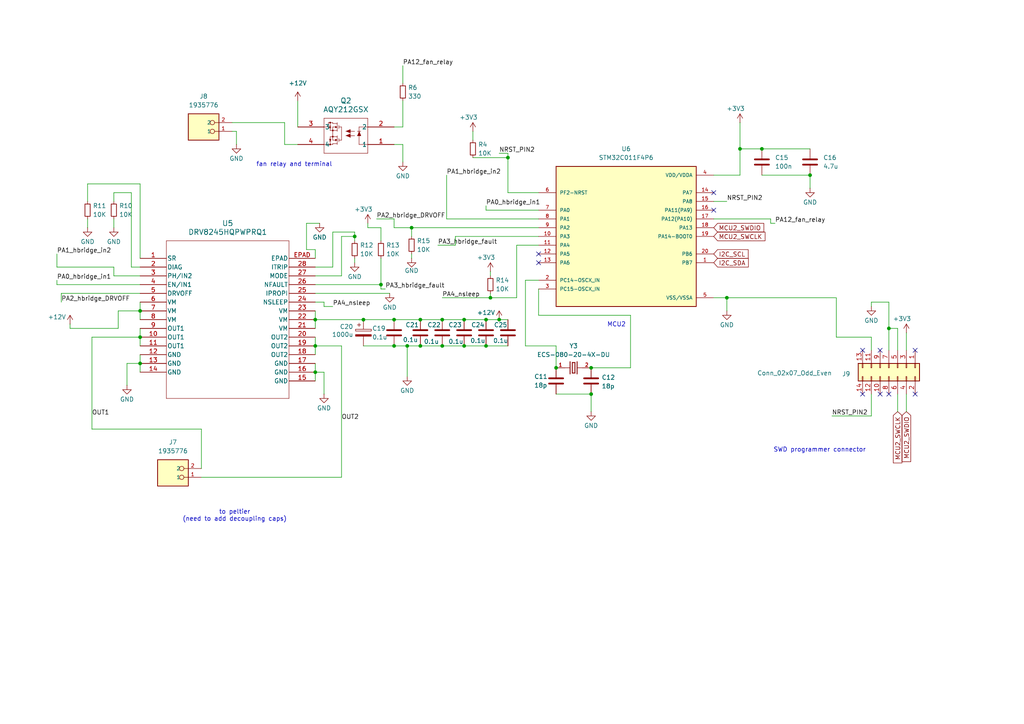
<source format=kicad_sch>
(kicad_sch
	(version 20231120)
	(generator "eeschema")
	(generator_version "8.0")
	(uuid "a02a5b89-6a34-4ad1-a21b-197e4ee6318b")
	(paper "A4")
	(lib_symbols
		(symbol "+3V3_1"
			(power)
			(pin_numbers hide)
			(pin_names
				(offset 0) hide)
			(exclude_from_sim no)
			(in_bom yes)
			(on_board yes)
			(property "Reference" "#PWR038"
				(at 0 -3.81 0)
				(effects
					(font
						(size 1.27 1.27)
					)
					(hide yes)
				)
			)
			(property "Value" "+3V3"
				(at -1.27 4.064 0)
				(effects
					(font
						(size 1.27 1.27)
					)
				)
			)
			(property "Footprint" ""
				(at 0 0 0)
				(effects
					(font
						(size 1.27 1.27)
					)
					(hide yes)
				)
			)
			(property "Datasheet" ""
				(at 0 0 0)
				(effects
					(font
						(size 1.27 1.27)
					)
					(hide yes)
				)
			)
			(property "Description" "Power symbol creates a global label with name \"+3V3\""
				(at 0 0 0)
				(effects
					(font
						(size 1.27 1.27)
					)
					(hide yes)
				)
			)
			(property "ki_keywords" "global power"
				(at 0 0 0)
				(effects
					(font
						(size 1.27 1.27)
					)
					(hide yes)
				)
			)
			(symbol "+3V3_1_0_1"
				(polyline
					(pts
						(xy -0.762 1.27) (xy 0 2.54)
					)
					(stroke
						(width 0)
						(type default)
					)
					(fill
						(type none)
					)
				)
				(polyline
					(pts
						(xy 0 0) (xy 0 2.54)
					)
					(stroke
						(width 0)
						(type default)
					)
					(fill
						(type none)
					)
				)
				(polyline
					(pts
						(xy 0 2.54) (xy 0.762 1.27)
					)
					(stroke
						(width 0)
						(type default)
					)
					(fill
						(type none)
					)
				)
			)
			(symbol "+3V3_1_1_1"
				(pin power_out line
					(at 0 0 90)
					(length 0)
					(name "~"
						(effects
							(font
								(size 1.27 1.27)
							)
						)
					)
					(number "1"
						(effects
							(font
								(size 1.27 1.27)
							)
						)
					)
				)
			)
		)
		(symbol "1935776_1"
			(pin_names
				(offset 1.016)
			)
			(exclude_from_sim no)
			(in_bom yes)
			(on_board yes)
			(property "Reference" "J7"
				(at 0.635 -10.16 0)
				(effects
					(font
						(size 1.27 1.27)
					)
				)
			)
			(property "Value" "1935776"
				(at 0.635 -7.62 0)
				(effects
					(font
						(size 1.27 1.27)
					)
				)
			)
			(property "Footprint" "terminal_two_footprint:PHOENIX_1935776"
				(at 0 0 0)
				(effects
					(font
						(size 1.27 1.27)
					)
					(justify bottom)
					(hide yes)
				)
			)
			(property "Datasheet" ""
				(at 0 0 0)
				(effects
					(font
						(size 1.27 1.27)
					)
					(hide yes)
				)
			)
			(property "Description" ""
				(at 0 0 0)
				(effects
					(font
						(size 1.27 1.27)
					)
					(hide yes)
				)
			)
			(property "PARTREV" "19.10.2016"
				(at 0 0 0)
				(effects
					(font
						(size 1.27 1.27)
					)
					(justify bottom)
					(hide yes)
				)
			)
			(property "STANDARD" "Manufacturer Recommendations"
				(at 0 0 0)
				(effects
					(font
						(size 1.27 1.27)
					)
					(justify bottom)
					(hide yes)
				)
			)
			(property "MAXIMUM_PACKAGE_HEIGHT" "13.65mm"
				(at 0 0 0)
				(effects
					(font
						(size 1.27 1.27)
					)
					(justify bottom)
					(hide yes)
				)
			)
			(property "MANUFACTURER" "Phoenix Contact"
				(at 0 0 0)
				(effects
					(font
						(size 1.27 1.27)
					)
					(justify bottom)
					(hide yes)
				)
			)
			(symbol "1935776_1_0_0"
				(rectangle
					(start -3.81 2.54)
					(end 5.08 -5.08)
					(stroke
						(width 0.254)
						(type default)
					)
					(fill
						(type background)
					)
				)
				(circle
					(center -1.905 -2.54)
					(radius 0.635)
					(stroke
						(width 0.1524)
						(type default)
					)
					(fill
						(type none)
					)
				)
				(circle
					(center -1.905 0)
					(radius 0.635)
					(stroke
						(width 0.1524)
						(type default)
					)
					(fill
						(type none)
					)
				)
			)
			(symbol "1935776_1_1_0"
				(pin power_in line
					(at -7.62 0 0)
					(length 5.08)
					(name "1"
						(effects
							(font
								(size 1.016 1.016)
							)
						)
					)
					(number "1"
						(effects
							(font
								(size 1.016 1.016)
							)
						)
					)
				)
				(pin power_in line
					(at -7.62 -2.54 0)
					(length 5.08)
					(name "2"
						(effects
							(font
								(size 1.016 1.016)
							)
						)
					)
					(number "2"
						(effects
							(font
								(size 1.016 1.016)
							)
						)
					)
				)
			)
		)
		(symbol "Connector_Generic:Conn_02x07_Odd_Even"
			(pin_names
				(offset 1.016) hide)
			(exclude_from_sim no)
			(in_bom yes)
			(on_board yes)
			(property "Reference" "J"
				(at 1.27 10.16 0)
				(effects
					(font
						(size 1.27 1.27)
					)
				)
			)
			(property "Value" "Conn_02x07_Odd_Even"
				(at 1.27 -10.16 0)
				(effects
					(font
						(size 1.27 1.27)
					)
				)
			)
			(property "Footprint" ""
				(at 0 0 0)
				(effects
					(font
						(size 1.27 1.27)
					)
					(hide yes)
				)
			)
			(property "Datasheet" "~"
				(at 0 0 0)
				(effects
					(font
						(size 1.27 1.27)
					)
					(hide yes)
				)
			)
			(property "Description" "Generic connector, double row, 02x07, odd/even pin numbering scheme (row 1 odd numbers, row 2 even numbers), script generated (kicad-library-utils/schlib/autogen/connector/)"
				(at 0 0 0)
				(effects
					(font
						(size 1.27 1.27)
					)
					(hide yes)
				)
			)
			(property "ki_keywords" "connector"
				(at 0 0 0)
				(effects
					(font
						(size 1.27 1.27)
					)
					(hide yes)
				)
			)
			(property "ki_fp_filters" "Connector*:*_2x??_*"
				(at 0 0 0)
				(effects
					(font
						(size 1.27 1.27)
					)
					(hide yes)
				)
			)
			(symbol "Conn_02x07_Odd_Even_1_1"
				(rectangle
					(start -1.27 -7.493)
					(end 0 -7.747)
					(stroke
						(width 0.1524)
						(type default)
					)
					(fill
						(type none)
					)
				)
				(rectangle
					(start -1.27 -4.953)
					(end 0 -5.207)
					(stroke
						(width 0.1524)
						(type default)
					)
					(fill
						(type none)
					)
				)
				(rectangle
					(start -1.27 -2.413)
					(end 0 -2.667)
					(stroke
						(width 0.1524)
						(type default)
					)
					(fill
						(type none)
					)
				)
				(rectangle
					(start -1.27 0.127)
					(end 0 -0.127)
					(stroke
						(width 0.1524)
						(type default)
					)
					(fill
						(type none)
					)
				)
				(rectangle
					(start -1.27 2.667)
					(end 0 2.413)
					(stroke
						(width 0.1524)
						(type default)
					)
					(fill
						(type none)
					)
				)
				(rectangle
					(start -1.27 5.207)
					(end 0 4.953)
					(stroke
						(width 0.1524)
						(type default)
					)
					(fill
						(type none)
					)
				)
				(rectangle
					(start -1.27 7.747)
					(end 0 7.493)
					(stroke
						(width 0.1524)
						(type default)
					)
					(fill
						(type none)
					)
				)
				(rectangle
					(start -1.27 8.89)
					(end 3.81 -8.89)
					(stroke
						(width 0.254)
						(type default)
					)
					(fill
						(type background)
					)
				)
				(rectangle
					(start 3.81 -7.493)
					(end 2.54 -7.747)
					(stroke
						(width 0.1524)
						(type default)
					)
					(fill
						(type none)
					)
				)
				(rectangle
					(start 3.81 -4.953)
					(end 2.54 -5.207)
					(stroke
						(width 0.1524)
						(type default)
					)
					(fill
						(type none)
					)
				)
				(rectangle
					(start 3.81 -2.413)
					(end 2.54 -2.667)
					(stroke
						(width 0.1524)
						(type default)
					)
					(fill
						(type none)
					)
				)
				(rectangle
					(start 3.81 0.127)
					(end 2.54 -0.127)
					(stroke
						(width 0.1524)
						(type default)
					)
					(fill
						(type none)
					)
				)
				(rectangle
					(start 3.81 2.667)
					(end 2.54 2.413)
					(stroke
						(width 0.1524)
						(type default)
					)
					(fill
						(type none)
					)
				)
				(rectangle
					(start 3.81 5.207)
					(end 2.54 4.953)
					(stroke
						(width 0.1524)
						(type default)
					)
					(fill
						(type none)
					)
				)
				(rectangle
					(start 3.81 7.747)
					(end 2.54 7.493)
					(stroke
						(width 0.1524)
						(type default)
					)
					(fill
						(type none)
					)
				)
				(pin passive line
					(at -5.08 7.62 0)
					(length 3.81)
					(name "Pin_1"
						(effects
							(font
								(size 1.27 1.27)
							)
						)
					)
					(number "1"
						(effects
							(font
								(size 1.27 1.27)
							)
						)
					)
				)
				(pin passive line
					(at 7.62 -2.54 180)
					(length 3.81)
					(name "Pin_10"
						(effects
							(font
								(size 1.27 1.27)
							)
						)
					)
					(number "10"
						(effects
							(font
								(size 1.27 1.27)
							)
						)
					)
				)
				(pin passive line
					(at -5.08 -5.08 0)
					(length 3.81)
					(name "Pin_11"
						(effects
							(font
								(size 1.27 1.27)
							)
						)
					)
					(number "11"
						(effects
							(font
								(size 1.27 1.27)
							)
						)
					)
				)
				(pin passive line
					(at 7.62 -5.08 180)
					(length 3.81)
					(name "Pin_12"
						(effects
							(font
								(size 1.27 1.27)
							)
						)
					)
					(number "12"
						(effects
							(font
								(size 1.27 1.27)
							)
						)
					)
				)
				(pin passive line
					(at -5.08 -7.62 0)
					(length 3.81)
					(name "Pin_13"
						(effects
							(font
								(size 1.27 1.27)
							)
						)
					)
					(number "13"
						(effects
							(font
								(size 1.27 1.27)
							)
						)
					)
				)
				(pin passive line
					(at 7.62 -7.62 180)
					(length 3.81)
					(name "Pin_14"
						(effects
							(font
								(size 1.27 1.27)
							)
						)
					)
					(number "14"
						(effects
							(font
								(size 1.27 1.27)
							)
						)
					)
				)
				(pin passive line
					(at 7.62 7.62 180)
					(length 3.81)
					(name "Pin_2"
						(effects
							(font
								(size 1.27 1.27)
							)
						)
					)
					(number "2"
						(effects
							(font
								(size 1.27 1.27)
							)
						)
					)
				)
				(pin passive line
					(at -5.08 5.08 0)
					(length 3.81)
					(name "Pin_3"
						(effects
							(font
								(size 1.27 1.27)
							)
						)
					)
					(number "3"
						(effects
							(font
								(size 1.27 1.27)
							)
						)
					)
				)
				(pin passive line
					(at 7.62 5.08 180)
					(length 3.81)
					(name "Pin_4"
						(effects
							(font
								(size 1.27 1.27)
							)
						)
					)
					(number "4"
						(effects
							(font
								(size 1.27 1.27)
							)
						)
					)
				)
				(pin passive line
					(at -5.08 2.54 0)
					(length 3.81)
					(name "Pin_5"
						(effects
							(font
								(size 1.27 1.27)
							)
						)
					)
					(number "5"
						(effects
							(font
								(size 1.27 1.27)
							)
						)
					)
				)
				(pin passive line
					(at 7.62 2.54 180)
					(length 3.81)
					(name "Pin_6"
						(effects
							(font
								(size 1.27 1.27)
							)
						)
					)
					(number "6"
						(effects
							(font
								(size 1.27 1.27)
							)
						)
					)
				)
				(pin passive line
					(at -5.08 0 0)
					(length 3.81)
					(name "Pin_7"
						(effects
							(font
								(size 1.27 1.27)
							)
						)
					)
					(number "7"
						(effects
							(font
								(size 1.27 1.27)
							)
						)
					)
				)
				(pin passive line
					(at 7.62 0 180)
					(length 3.81)
					(name "Pin_8"
						(effects
							(font
								(size 1.27 1.27)
							)
						)
					)
					(number "8"
						(effects
							(font
								(size 1.27 1.27)
							)
						)
					)
				)
				(pin passive line
					(at -5.08 -2.54 0)
					(length 3.81)
					(name "Pin_9"
						(effects
							(font
								(size 1.27 1.27)
							)
						)
					)
					(number "9"
						(effects
							(font
								(size 1.27 1.27)
							)
						)
					)
				)
			)
		)
		(symbol "Device:C"
			(pin_numbers hide)
			(pin_names
				(offset 0.254)
			)
			(exclude_from_sim no)
			(in_bom yes)
			(on_board yes)
			(property "Reference" "C"
				(at 0.635 2.54 0)
				(effects
					(font
						(size 1.27 1.27)
					)
					(justify left)
				)
			)
			(property "Value" "C"
				(at 0.635 -2.54 0)
				(effects
					(font
						(size 1.27 1.27)
					)
					(justify left)
				)
			)
			(property "Footprint" ""
				(at 0.9652 -3.81 0)
				(effects
					(font
						(size 1.27 1.27)
					)
					(hide yes)
				)
			)
			(property "Datasheet" "~"
				(at 0 0 0)
				(effects
					(font
						(size 1.27 1.27)
					)
					(hide yes)
				)
			)
			(property "Description" "Unpolarized capacitor"
				(at 0 0 0)
				(effects
					(font
						(size 1.27 1.27)
					)
					(hide yes)
				)
			)
			(property "ki_keywords" "cap capacitor"
				(at 0 0 0)
				(effects
					(font
						(size 1.27 1.27)
					)
					(hide yes)
				)
			)
			(property "ki_fp_filters" "C_*"
				(at 0 0 0)
				(effects
					(font
						(size 1.27 1.27)
					)
					(hide yes)
				)
			)
			(symbol "C_0_1"
				(polyline
					(pts
						(xy -2.032 -0.762) (xy 2.032 -0.762)
					)
					(stroke
						(width 0.508)
						(type default)
					)
					(fill
						(type none)
					)
				)
				(polyline
					(pts
						(xy -2.032 0.762) (xy 2.032 0.762)
					)
					(stroke
						(width 0.508)
						(type default)
					)
					(fill
						(type none)
					)
				)
			)
			(symbol "C_1_1"
				(pin passive line
					(at 0 3.81 270)
					(length 2.794)
					(name "~"
						(effects
							(font
								(size 1.27 1.27)
							)
						)
					)
					(number "1"
						(effects
							(font
								(size 1.27 1.27)
							)
						)
					)
				)
				(pin passive line
					(at 0 -3.81 90)
					(length 2.794)
					(name "~"
						(effects
							(font
								(size 1.27 1.27)
							)
						)
					)
					(number "2"
						(effects
							(font
								(size 1.27 1.27)
							)
						)
					)
				)
			)
		)
		(symbol "Device:C_Polarized"
			(pin_numbers hide)
			(pin_names
				(offset 0.254)
			)
			(exclude_from_sim no)
			(in_bom yes)
			(on_board yes)
			(property "Reference" "C"
				(at 0.635 2.54 0)
				(effects
					(font
						(size 1.27 1.27)
					)
					(justify left)
				)
			)
			(property "Value" "C_Polarized"
				(at 0.635 -2.54 0)
				(effects
					(font
						(size 1.27 1.27)
					)
					(justify left)
				)
			)
			(property "Footprint" ""
				(at 0.9652 -3.81 0)
				(effects
					(font
						(size 1.27 1.27)
					)
					(hide yes)
				)
			)
			(property "Datasheet" "~"
				(at 0 0 0)
				(effects
					(font
						(size 1.27 1.27)
					)
					(hide yes)
				)
			)
			(property "Description" "Polarized capacitor"
				(at 0 0 0)
				(effects
					(font
						(size 1.27 1.27)
					)
					(hide yes)
				)
			)
			(property "ki_keywords" "cap capacitor"
				(at 0 0 0)
				(effects
					(font
						(size 1.27 1.27)
					)
					(hide yes)
				)
			)
			(property "ki_fp_filters" "CP_*"
				(at 0 0 0)
				(effects
					(font
						(size 1.27 1.27)
					)
					(hide yes)
				)
			)
			(symbol "C_Polarized_0_1"
				(rectangle
					(start -2.286 0.508)
					(end 2.286 1.016)
					(stroke
						(width 0)
						(type default)
					)
					(fill
						(type none)
					)
				)
				(polyline
					(pts
						(xy -1.778 2.286) (xy -0.762 2.286)
					)
					(stroke
						(width 0)
						(type default)
					)
					(fill
						(type none)
					)
				)
				(polyline
					(pts
						(xy -1.27 2.794) (xy -1.27 1.778)
					)
					(stroke
						(width 0)
						(type default)
					)
					(fill
						(type none)
					)
				)
				(rectangle
					(start 2.286 -0.508)
					(end -2.286 -1.016)
					(stroke
						(width 0)
						(type default)
					)
					(fill
						(type outline)
					)
				)
			)
			(symbol "C_Polarized_1_1"
				(pin passive line
					(at 0 3.81 270)
					(length 2.794)
					(name "~"
						(effects
							(font
								(size 1.27 1.27)
							)
						)
					)
					(number "1"
						(effects
							(font
								(size 1.27 1.27)
							)
						)
					)
				)
				(pin passive line
					(at 0 -3.81 90)
					(length 2.794)
					(name "~"
						(effects
							(font
								(size 1.27 1.27)
							)
						)
					)
					(number "2"
						(effects
							(font
								(size 1.27 1.27)
							)
						)
					)
				)
			)
		)
		(symbol "Device:R_Small"
			(pin_numbers hide)
			(pin_names
				(offset 0.254) hide)
			(exclude_from_sim no)
			(in_bom yes)
			(on_board yes)
			(property "Reference" "R"
				(at 0.762 0.508 0)
				(effects
					(font
						(size 1.27 1.27)
					)
					(justify left)
				)
			)
			(property "Value" "R_Small"
				(at 0.762 -1.016 0)
				(effects
					(font
						(size 1.27 1.27)
					)
					(justify left)
				)
			)
			(property "Footprint" ""
				(at 0 0 0)
				(effects
					(font
						(size 1.27 1.27)
					)
					(hide yes)
				)
			)
			(property "Datasheet" "~"
				(at 0 0 0)
				(effects
					(font
						(size 1.27 1.27)
					)
					(hide yes)
				)
			)
			(property "Description" "Resistor, small symbol"
				(at 0 0 0)
				(effects
					(font
						(size 1.27 1.27)
					)
					(hide yes)
				)
			)
			(property "ki_keywords" "R resistor"
				(at 0 0 0)
				(effects
					(font
						(size 1.27 1.27)
					)
					(hide yes)
				)
			)
			(property "ki_fp_filters" "R_*"
				(at 0 0 0)
				(effects
					(font
						(size 1.27 1.27)
					)
					(hide yes)
				)
			)
			(symbol "R_Small_0_1"
				(rectangle
					(start -0.762 1.778)
					(end 0.762 -1.778)
					(stroke
						(width 0.2032)
						(type default)
					)
					(fill
						(type none)
					)
				)
			)
			(symbol "R_Small_1_1"
				(pin passive line
					(at 0 2.54 270)
					(length 0.762)
					(name "~"
						(effects
							(font
								(size 1.27 1.27)
							)
						)
					)
					(number "1"
						(effects
							(font
								(size 1.27 1.27)
							)
						)
					)
				)
				(pin passive line
					(at 0 -2.54 90)
					(length 0.762)
					(name "~"
						(effects
							(font
								(size 1.27 1.27)
							)
						)
					)
					(number "2"
						(effects
							(font
								(size 1.27 1.27)
							)
						)
					)
				)
			)
		)
		(symbol "fan_relay:AQY212GSX"
			(pin_names
				(offset 0.254)
			)
			(exclude_from_sim no)
			(in_bom yes)
			(on_board yes)
			(property "Reference" "Q"
				(at 15.24 7.62 0)
				(effects
					(font
						(size 1.524 1.524)
					)
				)
			)
			(property "Value" "AQY212GSX"
				(at 15.24 5.08 0)
				(effects
					(font
						(size 1.524 1.524)
					)
				)
			)
			(property "Footprint" "SOP4_PAN"
				(at 0 0 0)
				(effects
					(font
						(size 1.27 1.27)
						(italic yes)
					)
					(hide yes)
				)
			)
			(property "Datasheet" "AQY212GSX"
				(at 0 0 0)
				(effects
					(font
						(size 1.27 1.27)
						(italic yes)
					)
					(hide yes)
				)
			)
			(property "Description" ""
				(at 0 0 0)
				(effects
					(font
						(size 1.27 1.27)
					)
					(hide yes)
				)
			)
			(property "ki_locked" ""
				(at 0 0 0)
				(effects
					(font
						(size 1.27 1.27)
					)
				)
			)
			(property "ki_keywords" "AQY212GSX"
				(at 0 0 0)
				(effects
					(font
						(size 1.27 1.27)
					)
					(hide yes)
				)
			)
			(property "ki_fp_filters" "SOP4_PAN SOP4_PAN-M SOP4_PAN-L"
				(at 0 0 0)
				(effects
					(font
						(size 1.27 1.27)
					)
					(hide yes)
				)
			)
			(symbol "AQY212GSX_0_1"
				(polyline
					(pts
						(xy 7.62 -5.08) (xy 10.16 -5.08)
					)
					(stroke
						(width 0.127)
						(type default)
					)
					(fill
						(type none)
					)
				)
				(polyline
					(pts
						(xy 7.62 0) (xy 10.16 0)
					)
					(stroke
						(width 0.127)
						(type default)
					)
					(fill
						(type none)
					)
				)
				(polyline
					(pts
						(xy 7.62 2.54) (xy 7.62 -7.62)
					)
					(stroke
						(width 0.127)
						(type default)
					)
					(fill
						(type none)
					)
				)
				(polyline
					(pts
						(xy 9.652 -3.81) (xy 10.668 -3.81)
					)
					(stroke
						(width 0.127)
						(type default)
					)
					(fill
						(type none)
					)
				)
				(polyline
					(pts
						(xy 10.16 -5.08) (xy 10.16 -3.81)
					)
					(stroke
						(width 0.127)
						(type default)
					)
					(fill
						(type none)
					)
				)
				(polyline
					(pts
						(xy 10.16 0) (xy 10.16 -2.54)
					)
					(stroke
						(width 0.127)
						(type default)
					)
					(fill
						(type none)
					)
				)
				(polyline
					(pts
						(xy 11.43 -3.81) (xy 12.7 -3.81)
					)
					(stroke
						(width 0.127)
						(type default)
					)
					(fill
						(type none)
					)
				)
				(polyline
					(pts
						(xy 11.43 -2.54) (xy 12.7 -2.54)
					)
					(stroke
						(width 0.127)
						(type default)
					)
					(fill
						(type none)
					)
				)
				(polyline
					(pts
						(xy 15.24 -5.08) (xy 15.24 -1.27)
					)
					(stroke
						(width 0.127)
						(type default)
					)
					(fill
						(type none)
					)
				)
				(polyline
					(pts
						(xy 15.24 -5.08) (xy 16.002 -5.08)
					)
					(stroke
						(width 0.127)
						(type default)
					)
					(fill
						(type none)
					)
				)
				(polyline
					(pts
						(xy 15.24 -1.27) (xy 16.002 -1.27)
					)
					(stroke
						(width 0.127)
						(type default)
					)
					(fill
						(type none)
					)
				)
				(polyline
					(pts
						(xy 16.002 -5.588) (xy 16.002 -4.572)
					)
					(stroke
						(width 0.127)
						(type default)
					)
					(fill
						(type none)
					)
				)
				(polyline
					(pts
						(xy 16.002 -0.762) (xy 16.002 -1.778)
					)
					(stroke
						(width 0.127)
						(type default)
					)
					(fill
						(type none)
					)
				)
				(polyline
					(pts
						(xy 16.51 -6.35) (xy 16.51 -3.81)
					)
					(stroke
						(width 0.127)
						(type default)
					)
					(fill
						(type none)
					)
				)
				(polyline
					(pts
						(xy 16.51 -6.096) (xy 17.78 -6.096)
					)
					(stroke
						(width 0.127)
						(type default)
					)
					(fill
						(type none)
					)
				)
				(polyline
					(pts
						(xy 16.51 -4.064) (xy 18.542 -4.064)
					)
					(stroke
						(width 0.127)
						(type default)
					)
					(fill
						(type none)
					)
				)
				(polyline
					(pts
						(xy 16.51 -2.286) (xy 18.542 -2.286)
					)
					(stroke
						(width 0.127)
						(type default)
					)
					(fill
						(type none)
					)
				)
				(polyline
					(pts
						(xy 16.51 -0.254) (xy 17.78 -0.254)
					)
					(stroke
						(width 0.127)
						(type default)
					)
					(fill
						(type none)
					)
				)
				(polyline
					(pts
						(xy 16.51 0) (xy 16.51 -2.54)
					)
					(stroke
						(width 0.127)
						(type default)
					)
					(fill
						(type none)
					)
				)
				(polyline
					(pts
						(xy 17.018 -5.08) (xy 17.78 -5.08)
					)
					(stroke
						(width 0.127)
						(type default)
					)
					(fill
						(type none)
					)
				)
				(polyline
					(pts
						(xy 17.018 -1.27) (xy 17.78 -1.27)
					)
					(stroke
						(width 0.127)
						(type default)
					)
					(fill
						(type none)
					)
				)
				(polyline
					(pts
						(xy 17.78 -6.35) (xy 19.05 -6.35)
					)
					(stroke
						(width 0.127)
						(type default)
					)
					(fill
						(type none)
					)
				)
				(polyline
					(pts
						(xy 17.78 -6.096) (xy 17.78 -6.35)
					)
					(stroke
						(width 0.127)
						(type default)
					)
					(fill
						(type none)
					)
				)
				(polyline
					(pts
						(xy 17.78 -5.08) (xy 17.78 -1.27)
					)
					(stroke
						(width 0.127)
						(type default)
					)
					(fill
						(type none)
					)
				)
				(polyline
					(pts
						(xy 17.78 -0.254) (xy 17.78 0)
					)
					(stroke
						(width 0.127)
						(type default)
					)
					(fill
						(type none)
					)
				)
				(polyline
					(pts
						(xy 17.78 0) (xy 20.32 0)
					)
					(stroke
						(width 0.127)
						(type default)
					)
					(fill
						(type none)
					)
				)
				(polyline
					(pts
						(xy 18.288 -1.016) (xy 18.796 -1.016)
					)
					(stroke
						(width 0.127)
						(type default)
					)
					(fill
						(type none)
					)
				)
				(polyline
					(pts
						(xy 18.542 -5.334) (xy 18.542 -6.35)
					)
					(stroke
						(width 0.127)
						(type default)
					)
					(fill
						(type none)
					)
				)
				(polyline
					(pts
						(xy 18.542 -4.826) (xy 18.542 -4.064)
					)
					(stroke
						(width 0.127)
						(type default)
					)
					(fill
						(type none)
					)
				)
				(polyline
					(pts
						(xy 18.542 -1.524) (xy 18.542 -2.286)
					)
					(stroke
						(width 0.127)
						(type default)
					)
					(fill
						(type none)
					)
				)
				(polyline
					(pts
						(xy 18.542 -1.016) (xy 18.542 0)
					)
					(stroke
						(width 0.127)
						(type default)
					)
					(fill
						(type none)
					)
				)
				(polyline
					(pts
						(xy 18.796 -5.334) (xy 18.288 -5.334)
					)
					(stroke
						(width 0.127)
						(type default)
					)
					(fill
						(type none)
					)
				)
				(polyline
					(pts
						(xy 19.05 -5.08) (xy 19.05 -6.35)
					)
					(stroke
						(width 0.127)
						(type default)
					)
					(fill
						(type none)
					)
				)
				(polyline
					(pts
						(xy 19.05 -5.08) (xy 20.32 -5.08)
					)
					(stroke
						(width 0.127)
						(type default)
					)
					(fill
						(type none)
					)
				)
				(polyline
					(pts
						(xy 20.32 -7.62) (xy 7.62 -7.62)
					)
					(stroke
						(width 0.127)
						(type default)
					)
					(fill
						(type none)
					)
				)
				(polyline
					(pts
						(xy 20.32 -7.62) (xy 20.32 2.54)
					)
					(stroke
						(width 0.127)
						(type default)
					)
					(fill
						(type none)
					)
				)
				(polyline
					(pts
						(xy 20.32 2.54) (xy 7.62 2.54)
					)
					(stroke
						(width 0.127)
						(type default)
					)
					(fill
						(type none)
					)
				)
				(polyline
					(pts
						(xy 10.16 -3.81) (xy 9.652 -2.54) (xy 10.668 -2.54)
					)
					(stroke
						(width 0)
						(type default)
					)
					(fill
						(type outline)
					)
				)
				(polyline
					(pts
						(xy 13.97 -3.81) (xy 12.7 -4.318) (xy 12.7 -3.302)
					)
					(stroke
						(width 0)
						(type default)
					)
					(fill
						(type outline)
					)
				)
				(polyline
					(pts
						(xy 13.97 -2.54) (xy 12.7 -3.048) (xy 12.7 -2.032)
					)
					(stroke
						(width 0)
						(type default)
					)
					(fill
						(type outline)
					)
				)
				(polyline
					(pts
						(xy 16.51 -5.08) (xy 17.018 -4.826) (xy 17.018 -5.334)
					)
					(stroke
						(width 0)
						(type default)
					)
					(fill
						(type outline)
					)
				)
				(polyline
					(pts
						(xy 16.51 -1.27) (xy 17.018 -1.524) (xy 17.018 -1.016)
					)
					(stroke
						(width 0)
						(type default)
					)
					(fill
						(type outline)
					)
				)
				(polyline
					(pts
						(xy 18.542 -5.334) (xy 18.796 -4.826) (xy 18.288 -4.826)
					)
					(stroke
						(width 0)
						(type default)
					)
					(fill
						(type outline)
					)
				)
				(polyline
					(pts
						(xy 18.542 -1.016) (xy 18.288 -1.524) (xy 18.796 -1.524)
					)
					(stroke
						(width 0)
						(type default)
					)
					(fill
						(type outline)
					)
				)
				(circle
					(center 17.78 -4.064)
					(radius 0.127)
					(stroke
						(width 0.254)
						(type default)
					)
					(fill
						(type none)
					)
				)
				(circle
					(center 17.78 -2.286)
					(radius 0.127)
					(stroke
						(width 0.254)
						(type default)
					)
					(fill
						(type none)
					)
				)
				(circle
					(center 18.542 -6.35)
					(radius 0.127)
					(stroke
						(width 0.254)
						(type default)
					)
					(fill
						(type none)
					)
				)
				(circle
					(center 18.542 0)
					(radius 0.127)
					(stroke
						(width 0.254)
						(type default)
					)
					(fill
						(type none)
					)
				)
				(pin unspecified line
					(at 0 0 0)
					(length 7.62)
					(name "1"
						(effects
							(font
								(size 1.27 1.27)
							)
						)
					)
					(number "1"
						(effects
							(font
								(size 1.27 1.27)
							)
						)
					)
				)
				(pin unspecified line
					(at 0 -5.08 0)
					(length 7.62)
					(name "2"
						(effects
							(font
								(size 1.27 1.27)
							)
						)
					)
					(number "2"
						(effects
							(font
								(size 1.27 1.27)
							)
						)
					)
				)
				(pin unspecified line
					(at 27.94 -5.08 180)
					(length 7.62)
					(name "3"
						(effects
							(font
								(size 1.27 1.27)
							)
						)
					)
					(number "3"
						(effects
							(font
								(size 1.27 1.27)
							)
						)
					)
				)
				(pin unspecified line
					(at 27.94 0 180)
					(length 7.62)
					(name "4"
						(effects
							(font
								(size 1.27 1.27)
							)
						)
					)
					(number "4"
						(effects
							(font
								(size 1.27 1.27)
							)
						)
					)
				)
			)
		)
		(symbol "hbridge:DRV8245HQPWPRQ1"
			(pin_names
				(offset 0.254)
			)
			(exclude_from_sim no)
			(in_bom yes)
			(on_board yes)
			(property "Reference" "U5"
				(at 25.4 10.16 0)
				(effects
					(font
						(size 1.524 1.524)
					)
				)
			)
			(property "Value" "DRV8245HQPWPRQ1"
				(at 25.4 7.62 0)
				(effects
					(font
						(size 1.524 1.524)
					)
				)
			)
			(property "Footprint" "hbri:HTSSOP28_PWP_TEX"
				(at 0 0 0)
				(effects
					(font
						(size 1.27 1.27)
						(italic yes)
					)
					(hide yes)
				)
			)
			(property "Datasheet" "DRV8245HQPWPRQ1"
				(at 0 0 0)
				(effects
					(font
						(size 1.27 1.27)
						(italic yes)
					)
					(hide yes)
				)
			)
			(property "Description" ""
				(at 0 0 0)
				(effects
					(font
						(size 1.27 1.27)
					)
					(hide yes)
				)
			)
			(property "ki_locked" ""
				(at 0 0 0)
				(effects
					(font
						(size 1.27 1.27)
					)
				)
			)
			(property "ki_keywords" "DRV8245HQPWPRQ1"
				(at 0 0 0)
				(effects
					(font
						(size 1.27 1.27)
					)
					(hide yes)
				)
			)
			(property "ki_fp_filters" "HTSSOP28_PWP_TEX HTSSOP28_PWP_TEX-M HTSSOP28_PWP_TEX-L"
				(at 0 0 0)
				(effects
					(font
						(size 1.27 1.27)
					)
					(hide yes)
				)
			)
			(symbol "DRV8245HQPWPRQ1_0_1"
				(polyline
					(pts
						(xy 7.62 -40.64) (xy 43.18 -40.64)
					)
					(stroke
						(width 0.127)
						(type default)
					)
					(fill
						(type none)
					)
				)
				(polyline
					(pts
						(xy 7.62 5.08) (xy 7.62 -40.64)
					)
					(stroke
						(width 0.127)
						(type default)
					)
					(fill
						(type none)
					)
				)
				(polyline
					(pts
						(xy 43.18 -40.64) (xy 43.18 5.08)
					)
					(stroke
						(width 0.127)
						(type default)
					)
					(fill
						(type none)
					)
				)
				(polyline
					(pts
						(xy 43.18 5.08) (xy 7.62 5.08)
					)
					(stroke
						(width 0.127)
						(type default)
					)
					(fill
						(type none)
					)
				)
				(pin input line
					(at 0 0 0)
					(length 7.62)
					(name "SR"
						(effects
							(font
								(size 1.27 1.27)
							)
						)
					)
					(number "1"
						(effects
							(font
								(size 1.27 1.27)
							)
						)
					)
				)
				(pin power_out line
					(at 0 -22.86 0)
					(length 7.62)
					(name "OUT1"
						(effects
							(font
								(size 1.27 1.27)
							)
						)
					)
					(number "10"
						(effects
							(font
								(size 1.27 1.27)
							)
						)
					)
				)
				(pin passive line
					(at 0 -25.4 0)
					(length 7.62)
					(name "OUT1"
						(effects
							(font
								(size 1.27 1.27)
							)
						)
					)
					(number "11"
						(effects
							(font
								(size 1.27 1.27)
							)
						)
					)
				)
				(pin power_in line
					(at 0 -27.94 0)
					(length 7.62)
					(name "GND"
						(effects
							(font
								(size 1.27 1.27)
							)
						)
					)
					(number "12"
						(effects
							(font
								(size 1.27 1.27)
							)
						)
					)
				)
				(pin power_in line
					(at 0 -30.48 0)
					(length 7.62)
					(name "GND"
						(effects
							(font
								(size 1.27 1.27)
							)
						)
					)
					(number "13"
						(effects
							(font
								(size 1.27 1.27)
							)
						)
					)
				)
				(pin power_in line
					(at 0 -33.02 0)
					(length 7.62)
					(name "GND"
						(effects
							(font
								(size 1.27 1.27)
							)
						)
					)
					(number "14"
						(effects
							(font
								(size 1.27 1.27)
							)
						)
					)
				)
				(pin power_in line
					(at 50.8 -33.02 180)
					(length 7.62)
					(name "GND"
						(effects
							(font
								(size 1.27 1.27)
							)
						)
					)
					(number "16"
						(effects
							(font
								(size 1.27 1.27)
							)
						)
					)
				)
				(pin power_in line
					(at 50.8 -30.48 180)
					(length 7.62)
					(name "GND"
						(effects
							(font
								(size 1.27 1.27)
							)
						)
					)
					(number "17"
						(effects
							(font
								(size 1.27 1.27)
							)
						)
					)
				)
				(pin passive line
					(at 50.8 -27.94 180)
					(length 7.62)
					(name "OUT2"
						(effects
							(font
								(size 1.27 1.27)
							)
						)
					)
					(number "18"
						(effects
							(font
								(size 1.27 1.27)
							)
						)
					)
				)
				(pin power_out line
					(at 50.8 -25.4 180)
					(length 7.62)
					(name "OUT2"
						(effects
							(font
								(size 1.27 1.27)
							)
						)
					)
					(number "19"
						(effects
							(font
								(size 1.27 1.27)
							)
						)
					)
				)
				(pin input line
					(at 0 -2.54 0)
					(length 7.62)
					(name "DIAG"
						(effects
							(font
								(size 1.27 1.27)
							)
						)
					)
					(number "2"
						(effects
							(font
								(size 1.27 1.27)
							)
						)
					)
				)
				(pin passive line
					(at 50.8 -22.86 180)
					(length 7.62)
					(name "OUT2"
						(effects
							(font
								(size 1.27 1.27)
							)
						)
					)
					(number "20"
						(effects
							(font
								(size 1.27 1.27)
							)
						)
					)
				)
				(pin power_in line
					(at 50.8 -20.32 180)
					(length 7.62)
					(name "VM"
						(effects
							(font
								(size 1.27 1.27)
							)
						)
					)
					(number "21"
						(effects
							(font
								(size 1.27 1.27)
							)
						)
					)
				)
				(pin power_in line
					(at 50.8 -17.78 180)
					(length 7.62)
					(name "VM"
						(effects
							(font
								(size 1.27 1.27)
							)
						)
					)
					(number "22"
						(effects
							(font
								(size 1.27 1.27)
							)
						)
					)
				)
				(pin power_in line
					(at 50.8 -15.24 180)
					(length 7.62)
					(name "VM"
						(effects
							(font
								(size 1.27 1.27)
							)
						)
					)
					(number "23"
						(effects
							(font
								(size 1.27 1.27)
							)
						)
					)
				)
				(pin input line
					(at 50.8 -12.7 180)
					(length 7.62)
					(name "NSLEEP"
						(effects
							(font
								(size 1.27 1.27)
							)
						)
					)
					(number "24"
						(effects
							(font
								(size 1.27 1.27)
							)
						)
					)
				)
				(pin bidirectional line
					(at 50.8 -10.16 180)
					(length 7.62)
					(name "IPROPI"
						(effects
							(font
								(size 1.27 1.27)
							)
						)
					)
					(number "25"
						(effects
							(font
								(size 1.27 1.27)
							)
						)
					)
				)
				(pin output line
					(at 50.8 -7.62 180)
					(length 7.62)
					(name "NFAULT"
						(effects
							(font
								(size 1.27 1.27)
							)
						)
					)
					(number "26"
						(effects
							(font
								(size 1.27 1.27)
							)
						)
					)
				)
				(pin input line
					(at 50.8 -5.08 180)
					(length 7.62)
					(name "MODE"
						(effects
							(font
								(size 1.27 1.27)
							)
						)
					)
					(number "27"
						(effects
							(font
								(size 1.27 1.27)
							)
						)
					)
				)
				(pin input line
					(at 50.8 -2.54 180)
					(length 7.62)
					(name "ITRIP"
						(effects
							(font
								(size 1.27 1.27)
							)
						)
					)
					(number "28"
						(effects
							(font
								(size 1.27 1.27)
							)
						)
					)
				)
				(pin input line
					(at 0 -5.08 0)
					(length 7.62)
					(name "PH/IN2"
						(effects
							(font
								(size 1.27 1.27)
							)
						)
					)
					(number "3"
						(effects
							(font
								(size 1.27 1.27)
							)
						)
					)
				)
				(pin input line
					(at 0 -7.62 0)
					(length 7.62)
					(name "EN/IN1"
						(effects
							(font
								(size 1.27 1.27)
							)
						)
					)
					(number "4"
						(effects
							(font
								(size 1.27 1.27)
							)
						)
					)
				)
				(pin input line
					(at 0 -10.16 0)
					(length 7.62)
					(name "DRVOFF"
						(effects
							(font
								(size 1.27 1.27)
							)
						)
					)
					(number "5"
						(effects
							(font
								(size 1.27 1.27)
							)
						)
					)
				)
				(pin power_in line
					(at 0 -12.7 0)
					(length 7.62)
					(name "VM"
						(effects
							(font
								(size 1.27 1.27)
							)
						)
					)
					(number "6"
						(effects
							(font
								(size 1.27 1.27)
							)
						)
					)
				)
				(pin power_in line
					(at 0 -15.24 0)
					(length 7.62)
					(name "VM"
						(effects
							(font
								(size 1.27 1.27)
							)
						)
					)
					(number "7"
						(effects
							(font
								(size 1.27 1.27)
							)
						)
					)
				)
				(pin power_in line
					(at 0 -17.78 0)
					(length 7.62)
					(name "VM"
						(effects
							(font
								(size 1.27 1.27)
							)
						)
					)
					(number "8"
						(effects
							(font
								(size 1.27 1.27)
							)
						)
					)
				)
				(pin passive line
					(at 0 -20.32 0)
					(length 7.62)
					(name "OUT1"
						(effects
							(font
								(size 1.27 1.27)
							)
						)
					)
					(number "9"
						(effects
							(font
								(size 1.27 1.27)
							)
						)
					)
				)
				(pin unspecified line
					(at 50.8 0 180)
					(length 7.62)
					(name "EPAD"
						(effects
							(font
								(size 1.27 1.27)
							)
						)
					)
					(number "EPAD"
						(effects
							(font
								(size 1.27 1.27)
							)
						)
					)
				)
			)
			(symbol "DRV8245HQPWPRQ1_1_1"
				(pin power_in line
					(at 50.8 -35.56 180)
					(length 7.62)
					(name "GND"
						(effects
							(font
								(size 1.27 1.27)
							)
						)
					)
					(number "15"
						(effects
							(font
								(size 1.27 1.27)
							)
						)
					)
				)
			)
		)
		(symbol "mcu_small:STM32C011F4P6"
			(pin_names
				(offset 1.016)
			)
			(exclude_from_sim no)
			(in_bom yes)
			(on_board yes)
			(property "Reference" "U"
				(at -20.32 22.86 0)
				(effects
					(font
						(size 1.27 1.27)
					)
					(justify left top)
				)
			)
			(property "Value" "STM32C011F4P6"
				(at -20.32 -22.86 0)
				(effects
					(font
						(size 1.27 1.27)
					)
					(justify left bottom)
				)
			)
			(property "Footprint" "STM32C011F4P6:SOP65P640X120-20N"
				(at 0 0 0)
				(effects
					(font
						(size 1.27 1.27)
					)
					(justify bottom)
					(hide yes)
				)
			)
			(property "Datasheet" ""
				(at 0 0 0)
				(effects
					(font
						(size 1.27 1.27)
					)
					(hide yes)
				)
			)
			(property "Description" ""
				(at 0 0 0)
				(effects
					(font
						(size 1.27 1.27)
					)
					(hide yes)
				)
			)
			(property "PARTREV" "3"
				(at 0 0 0)
				(effects
					(font
						(size 1.27 1.27)
					)
					(justify bottom)
					(hide yes)
				)
			)
			(property "STANDARD" "IPC-7351B"
				(at 0 0 0)
				(effects
					(font
						(size 1.27 1.27)
					)
					(justify bottom)
					(hide yes)
				)
			)
			(property "SNAPEDA_PN" "STM32C011F4P6"
				(at 0 0 0)
				(effects
					(font
						(size 1.27 1.27)
					)
					(justify bottom)
					(hide yes)
				)
			)
			(property "MAXIMUM_PACKAGE_HEIGHT" "1.20mm"
				(at 0 0 0)
				(effects
					(font
						(size 1.27 1.27)
					)
					(justify bottom)
					(hide yes)
				)
			)
			(property "MANUFACTURER" "ST Microelectronics"
				(at 0 0 0)
				(effects
					(font
						(size 1.27 1.27)
					)
					(justify bottom)
					(hide yes)
				)
			)
			(symbol "STM32C011F4P6_0_0"
				(rectangle
					(start -20.32 -20.32)
					(end 20.32 20.32)
					(stroke
						(width 0.254)
						(type default)
					)
					(fill
						(type background)
					)
				)
				(pin bidirectional line
					(at 25.4 -7.62 180)
					(length 5.08)
					(name "PB7"
						(effects
							(font
								(size 1.016 1.016)
							)
						)
					)
					(number "1"
						(effects
							(font
								(size 1.016 1.016)
							)
						)
					)
				)
				(pin bidirectional line
					(at -25.4 0 0)
					(length 5.08)
					(name "PA3"
						(effects
							(font
								(size 1.016 1.016)
							)
						)
					)
					(number "10"
						(effects
							(font
								(size 1.016 1.016)
							)
						)
					)
				)
				(pin bidirectional line
					(at -25.4 -2.54 0)
					(length 5.08)
					(name "PA4"
						(effects
							(font
								(size 1.016 1.016)
							)
						)
					)
					(number "11"
						(effects
							(font
								(size 1.016 1.016)
							)
						)
					)
				)
				(pin bidirectional line
					(at -25.4 -5.08 0)
					(length 5.08)
					(name "PA5"
						(effects
							(font
								(size 1.016 1.016)
							)
						)
					)
					(number "12"
						(effects
							(font
								(size 1.016 1.016)
							)
						)
					)
				)
				(pin bidirectional line
					(at -25.4 -7.62 0)
					(length 5.08)
					(name "PA6"
						(effects
							(font
								(size 1.016 1.016)
							)
						)
					)
					(number "13"
						(effects
							(font
								(size 1.016 1.016)
							)
						)
					)
				)
				(pin bidirectional line
					(at 25.4 12.7 180)
					(length 5.08)
					(name "PA7"
						(effects
							(font
								(size 1.016 1.016)
							)
						)
					)
					(number "14"
						(effects
							(font
								(size 1.016 1.016)
							)
						)
					)
				)
				(pin bidirectional line
					(at 25.4 10.16 180)
					(length 5.08)
					(name "PA8"
						(effects
							(font
								(size 1.016 1.016)
							)
						)
					)
					(number "15"
						(effects
							(font
								(size 1.016 1.016)
							)
						)
					)
				)
				(pin bidirectional line
					(at 25.4 7.62 180)
					(length 5.08)
					(name "PA11(PA9)"
						(effects
							(font
								(size 1.016 1.016)
							)
						)
					)
					(number "16"
						(effects
							(font
								(size 1.016 1.016)
							)
						)
					)
				)
				(pin bidirectional line
					(at 25.4 5.08 180)
					(length 5.08)
					(name "PA12(PA10)"
						(effects
							(font
								(size 1.016 1.016)
							)
						)
					)
					(number "17"
						(effects
							(font
								(size 1.016 1.016)
							)
						)
					)
				)
				(pin bidirectional line
					(at 25.4 2.54 180)
					(length 5.08)
					(name "PA13"
						(effects
							(font
								(size 1.016 1.016)
							)
						)
					)
					(number "18"
						(effects
							(font
								(size 1.016 1.016)
							)
						)
					)
				)
				(pin bidirectional line
					(at 25.4 0 180)
					(length 5.08)
					(name "PA14-BOOT0"
						(effects
							(font
								(size 1.016 1.016)
							)
						)
					)
					(number "19"
						(effects
							(font
								(size 1.016 1.016)
							)
						)
					)
				)
				(pin bidirectional line
					(at -25.4 -12.7 0)
					(length 5.08)
					(name "PC14-OSCX_IN"
						(effects
							(font
								(size 1.016 1.016)
							)
						)
					)
					(number "2"
						(effects
							(font
								(size 1.016 1.016)
							)
						)
					)
				)
				(pin bidirectional line
					(at 25.4 -5.08 180)
					(length 5.08)
					(name "PB6"
						(effects
							(font
								(size 1.016 1.016)
							)
						)
					)
					(number "20"
						(effects
							(font
								(size 1.016 1.016)
							)
						)
					)
				)
				(pin bidirectional line
					(at -25.4 -15.24 0)
					(length 5.08)
					(name "PC15-OSCX_IN"
						(effects
							(font
								(size 1.016 1.016)
							)
						)
					)
					(number "3"
						(effects
							(font
								(size 1.016 1.016)
							)
						)
					)
				)
				(pin power_in line
					(at 25.4 17.78 180)
					(length 5.08)
					(name "VDD/VDDA"
						(effects
							(font
								(size 1.016 1.016)
							)
						)
					)
					(number "4"
						(effects
							(font
								(size 1.016 1.016)
							)
						)
					)
				)
				(pin power_in line
					(at 25.4 -17.78 180)
					(length 5.08)
					(name "VSS/VSSA"
						(effects
							(font
								(size 1.016 1.016)
							)
						)
					)
					(number "5"
						(effects
							(font
								(size 1.016 1.016)
							)
						)
					)
				)
				(pin bidirectional line
					(at -25.4 12.7 0)
					(length 5.08)
					(name "PF2-NRST"
						(effects
							(font
								(size 1.016 1.016)
							)
						)
					)
					(number "6"
						(effects
							(font
								(size 1.016 1.016)
							)
						)
					)
				)
				(pin bidirectional line
					(at -25.4 7.62 0)
					(length 5.08)
					(name "PA0"
						(effects
							(font
								(size 1.016 1.016)
							)
						)
					)
					(number "7"
						(effects
							(font
								(size 1.016 1.016)
							)
						)
					)
				)
				(pin bidirectional line
					(at -25.4 5.08 0)
					(length 5.08)
					(name "PA1"
						(effects
							(font
								(size 1.016 1.016)
							)
						)
					)
					(number "8"
						(effects
							(font
								(size 1.016 1.016)
							)
						)
					)
				)
				(pin bidirectional line
					(at -25.4 2.54 0)
					(length 5.08)
					(name "PA2"
						(effects
							(font
								(size 1.016 1.016)
							)
						)
					)
					(number "9"
						(effects
							(font
								(size 1.016 1.016)
							)
						)
					)
				)
			)
		)
		(symbol "oscillator_good:ECS-080-20-4X-DU"
			(pin_names
				(offset 1.016)
			)
			(exclude_from_sim no)
			(in_bom yes)
			(on_board yes)
			(property "Reference" "Y"
				(at -4.5769 2.2885 0)
				(effects
					(font
						(size 1.27 1.27)
					)
					(justify left bottom)
				)
			)
			(property "Value" "ECS-080-20-4X-DU"
				(at -4.323 -4.5773 0)
				(effects
					(font
						(size 1.27 1.27)
					)
					(justify left bottom)
				)
			)
			(property "Footprint" "ECS-080-20-4X-DU:XTAL_ECS-160-20-4X"
				(at 0 0 0)
				(effects
					(font
						(size 1.27 1.27)
					)
					(justify bottom)
					(hide yes)
				)
			)
			(property "Datasheet" ""
				(at 0 0 0)
				(effects
					(font
						(size 1.27 1.27)
					)
					(hide yes)
				)
			)
			(property "Description" ""
				(at 0 0 0)
				(effects
					(font
						(size 1.27 1.27)
					)
					(hide yes)
				)
			)
			(property "MANUFACTURER" "ECS Inc."
				(at 0 0 0)
				(effects
					(font
						(size 1.27 1.27)
					)
					(justify bottom)
					(hide yes)
				)
			)
			(symbol "ECS-080-20-4X-DU_0_0"
				(polyline
					(pts
						(xy -2.54 0) (xy -1.016 0)
					)
					(stroke
						(width 0.1524)
						(type default)
					)
					(fill
						(type none)
					)
				)
				(polyline
					(pts
						(xy -1.016 1.778) (xy -1.016 -1.778)
					)
					(stroke
						(width 0.254)
						(type default)
					)
					(fill
						(type none)
					)
				)
				(polyline
					(pts
						(xy -0.381 -1.524) (xy 0.381 -1.524)
					)
					(stroke
						(width 0.254)
						(type default)
					)
					(fill
						(type none)
					)
				)
				(polyline
					(pts
						(xy -0.381 1.524) (xy -0.381 -1.524)
					)
					(stroke
						(width 0.254)
						(type default)
					)
					(fill
						(type none)
					)
				)
				(polyline
					(pts
						(xy 0.381 -1.524) (xy 0.381 1.524)
					)
					(stroke
						(width 0.254)
						(type default)
					)
					(fill
						(type none)
					)
				)
				(polyline
					(pts
						(xy 0.381 1.524) (xy -0.381 1.524)
					)
					(stroke
						(width 0.254)
						(type default)
					)
					(fill
						(type none)
					)
				)
				(polyline
					(pts
						(xy 1.016 0) (xy 2.54 0)
					)
					(stroke
						(width 0.1524)
						(type default)
					)
					(fill
						(type none)
					)
				)
				(polyline
					(pts
						(xy 1.016 1.778) (xy 1.016 -1.778)
					)
					(stroke
						(width 0.254)
						(type default)
					)
					(fill
						(type none)
					)
				)
				(pin passive line
					(at -5.08 0 0)
					(length 2.54)
					(name "~"
						(effects
							(font
								(size 1.016 1.016)
							)
						)
					)
					(number "1"
						(effects
							(font
								(size 1.016 1.016)
							)
						)
					)
				)
				(pin passive line
					(at 5.08 0 180)
					(length 2.54)
					(name "~"
						(effects
							(font
								(size 1.016 1.016)
							)
						)
					)
					(number "2"
						(effects
							(font
								(size 1.016 1.016)
							)
						)
					)
				)
			)
		)
		(symbol "power:+12V"
			(power)
			(pin_numbers hide)
			(pin_names
				(offset 0) hide)
			(exclude_from_sim no)
			(in_bom yes)
			(on_board yes)
			(property "Reference" "#PWR"
				(at 0 -3.81 0)
				(effects
					(font
						(size 1.27 1.27)
					)
					(hide yes)
				)
			)
			(property "Value" "+12V"
				(at 0 3.556 0)
				(effects
					(font
						(size 1.27 1.27)
					)
				)
			)
			(property "Footprint" ""
				(at 0 0 0)
				(effects
					(font
						(size 1.27 1.27)
					)
					(hide yes)
				)
			)
			(property "Datasheet" ""
				(at 0 0 0)
				(effects
					(font
						(size 1.27 1.27)
					)
					(hide yes)
				)
			)
			(property "Description" "Power symbol creates a global label with name \"+12V\""
				(at 0 0 0)
				(effects
					(font
						(size 1.27 1.27)
					)
					(hide yes)
				)
			)
			(property "ki_keywords" "global power"
				(at 0 0 0)
				(effects
					(font
						(size 1.27 1.27)
					)
					(hide yes)
				)
			)
			(symbol "+12V_0_1"
				(polyline
					(pts
						(xy -0.762 1.27) (xy 0 2.54)
					)
					(stroke
						(width 0)
						(type default)
					)
					(fill
						(type none)
					)
				)
				(polyline
					(pts
						(xy 0 0) (xy 0 2.54)
					)
					(stroke
						(width 0)
						(type default)
					)
					(fill
						(type none)
					)
				)
				(polyline
					(pts
						(xy 0 2.54) (xy 0.762 1.27)
					)
					(stroke
						(width 0)
						(type default)
					)
					(fill
						(type none)
					)
				)
			)
			(symbol "+12V_1_1"
				(pin power_in line
					(at 0 0 90)
					(length 0)
					(name "~"
						(effects
							(font
								(size 1.27 1.27)
							)
						)
					)
					(number "1"
						(effects
							(font
								(size 1.27 1.27)
							)
						)
					)
				)
			)
		)
		(symbol "power:+3V3"
			(power)
			(pin_numbers hide)
			(pin_names
				(offset 0) hide)
			(exclude_from_sim no)
			(in_bom yes)
			(on_board yes)
			(property "Reference" "#PWR"
				(at 0 -3.81 0)
				(effects
					(font
						(size 1.27 1.27)
					)
					(hide yes)
				)
			)
			(property "Value" "+3V3"
				(at 0 3.556 0)
				(effects
					(font
						(size 1.27 1.27)
					)
				)
			)
			(property "Footprint" ""
				(at 0 0 0)
				(effects
					(font
						(size 1.27 1.27)
					)
					(hide yes)
				)
			)
			(property "Datasheet" ""
				(at 0 0 0)
				(effects
					(font
						(size 1.27 1.27)
					)
					(hide yes)
				)
			)
			(property "Description" "Power symbol creates a global label with name \"+3V3\""
				(at 0 0 0)
				(effects
					(font
						(size 1.27 1.27)
					)
					(hide yes)
				)
			)
			(property "ki_keywords" "global power"
				(at 0 0 0)
				(effects
					(font
						(size 1.27 1.27)
					)
					(hide yes)
				)
			)
			(symbol "+3V3_0_1"
				(polyline
					(pts
						(xy -0.762 1.27) (xy 0 2.54)
					)
					(stroke
						(width 0)
						(type default)
					)
					(fill
						(type none)
					)
				)
				(polyline
					(pts
						(xy 0 0) (xy 0 2.54)
					)
					(stroke
						(width 0)
						(type default)
					)
					(fill
						(type none)
					)
				)
				(polyline
					(pts
						(xy 0 2.54) (xy 0.762 1.27)
					)
					(stroke
						(width 0)
						(type default)
					)
					(fill
						(type none)
					)
				)
			)
			(symbol "+3V3_1_1"
				(pin power_in line
					(at 0 0 90)
					(length 0)
					(name "~"
						(effects
							(font
								(size 1.27 1.27)
							)
						)
					)
					(number "1"
						(effects
							(font
								(size 1.27 1.27)
							)
						)
					)
				)
			)
		)
		(symbol "power:GND"
			(power)
			(pin_numbers hide)
			(pin_names
				(offset 0) hide)
			(exclude_from_sim no)
			(in_bom yes)
			(on_board yes)
			(property "Reference" "#PWR"
				(at 0 -6.35 0)
				(effects
					(font
						(size 1.27 1.27)
					)
					(hide yes)
				)
			)
			(property "Value" "GND"
				(at 0 -3.81 0)
				(effects
					(font
						(size 1.27 1.27)
					)
				)
			)
			(property "Footprint" ""
				(at 0 0 0)
				(effects
					(font
						(size 1.27 1.27)
					)
					(hide yes)
				)
			)
			(property "Datasheet" ""
				(at 0 0 0)
				(effects
					(font
						(size 1.27 1.27)
					)
					(hide yes)
				)
			)
			(property "Description" "Power symbol creates a global label with name \"GND\" , ground"
				(at 0 0 0)
				(effects
					(font
						(size 1.27 1.27)
					)
					(hide yes)
				)
			)
			(property "ki_keywords" "global power"
				(at 0 0 0)
				(effects
					(font
						(size 1.27 1.27)
					)
					(hide yes)
				)
			)
			(symbol "GND_0_1"
				(polyline
					(pts
						(xy 0 0) (xy 0 -1.27) (xy 1.27 -1.27) (xy 0 -2.54) (xy -1.27 -1.27) (xy 0 -1.27)
					)
					(stroke
						(width 0)
						(type default)
					)
					(fill
						(type none)
					)
				)
			)
			(symbol "GND_1_1"
				(pin power_in line
					(at 0 0 270)
					(length 0)
					(name "~"
						(effects
							(font
								(size 1.27 1.27)
							)
						)
					)
					(number "1"
						(effects
							(font
								(size 1.27 1.27)
							)
						)
					)
				)
			)
		)
		(symbol "terminal_two_holes:1935776"
			(pin_names
				(offset 1.016)
			)
			(exclude_from_sim no)
			(in_bom yes)
			(on_board yes)
			(property "Reference" "J"
				(at -2.54 3.302 0)
				(effects
					(font
						(size 1.27 1.27)
					)
					(justify left bottom)
				)
			)
			(property "Value" "1935776"
				(at -2.54 -7.62 0)
				(effects
					(font
						(size 1.27 1.27)
					)
					(justify left bottom)
				)
			)
			(property "Footprint" "1935776:PHOENIX_1935776"
				(at 0 0 0)
				(effects
					(font
						(size 1.27 1.27)
					)
					(justify bottom)
					(hide yes)
				)
			)
			(property "Datasheet" ""
				(at 0 0 0)
				(effects
					(font
						(size 1.27 1.27)
					)
					(hide yes)
				)
			)
			(property "Description" ""
				(at 0 0 0)
				(effects
					(font
						(size 1.27 1.27)
					)
					(hide yes)
				)
			)
			(property "PARTREV" "19.10.2016"
				(at 0 0 0)
				(effects
					(font
						(size 1.27 1.27)
					)
					(justify bottom)
					(hide yes)
				)
			)
			(property "STANDARD" "Manufacturer Recommendations"
				(at 0 0 0)
				(effects
					(font
						(size 1.27 1.27)
					)
					(justify bottom)
					(hide yes)
				)
			)
			(property "MAXIMUM_PACKAGE_HEIGHT" "13.65mm"
				(at 0 0 0)
				(effects
					(font
						(size 1.27 1.27)
					)
					(justify bottom)
					(hide yes)
				)
			)
			(property "MANUFACTURER" "Phoenix Contact"
				(at 0 0 0)
				(effects
					(font
						(size 1.27 1.27)
					)
					(justify bottom)
					(hide yes)
				)
			)
			(symbol "1935776_0_0"
				(rectangle
					(start -3.81 -5.08)
					(end 5.08 2.54)
					(stroke
						(width 0.254)
						(type default)
					)
					(fill
						(type background)
					)
				)
				(circle
					(center -1.905 -2.54)
					(radius 0.635)
					(stroke
						(width 0.1524)
						(type default)
					)
					(fill
						(type none)
					)
				)
				(circle
					(center -1.905 0)
					(radius 0.635)
					(stroke
						(width 0.1524)
						(type default)
					)
					(fill
						(type none)
					)
				)
				(pin passive line
					(at -7.62 0 0)
					(length 5.08)
					(name "1"
						(effects
							(font
								(size 1.016 1.016)
							)
						)
					)
					(number "1"
						(effects
							(font
								(size 1.016 1.016)
							)
						)
					)
				)
				(pin passive line
					(at -7.62 -2.54 0)
					(length 5.08)
					(name "2"
						(effects
							(font
								(size 1.016 1.016)
							)
						)
					)
					(number "2"
						(effects
							(font
								(size 1.016 1.016)
							)
						)
					)
				)
			)
		)
	)
	(junction
		(at 91.44 92.71)
		(diameter 0)
		(color 0 0 0 0)
		(uuid "038128ae-59b1-434c-94e2-886a263d1715")
	)
	(junction
		(at 114.3 92.71)
		(diameter 0)
		(color 0 0 0 0)
		(uuid "04310c76-92c4-42a3-8213-ca65d7bd7091")
	)
	(junction
		(at 147.32 45.72)
		(diameter 0)
		(color 0 0 0 0)
		(uuid "076bd8ec-f422-4a6d-afe0-8265d64043a2")
	)
	(junction
		(at 102.87 68.58)
		(diameter 0)
		(color 0 0 0 0)
		(uuid "09b98d0b-7ab9-4279-8c21-d1c0156a545c")
	)
	(junction
		(at 105.41 92.71)
		(diameter 0)
		(color 0 0 0 0)
		(uuid "16414054-4e89-4f7d-a30b-c61b0890e1af")
	)
	(junction
		(at 210.82 86.36)
		(diameter 0)
		(color 0 0 0 0)
		(uuid "281b0a41-ddf5-49fb-8ada-3177ae554fe3")
	)
	(junction
		(at 40.64 105.41)
		(diameter 0)
		(color 0 0 0 0)
		(uuid "33a4acd7-14b2-44ba-a43d-fcd05b032884")
	)
	(junction
		(at 234.95 50.8)
		(diameter 0)
		(color 0 0 0 0)
		(uuid "3a656358-3b53-4b66-aed9-02e123a553e4")
	)
	(junction
		(at 134.62 92.71)
		(diameter 0)
		(color 0 0 0 0)
		(uuid "4863417b-5e42-44a1-af53-511211381d40")
	)
	(junction
		(at 171.45 106.68)
		(diameter 0)
		(color 0 0 0 0)
		(uuid "4d17b81f-21e3-4213-bb57-7696082c6bf6")
	)
	(junction
		(at 134.62 100.33)
		(diameter 0)
		(color 0 0 0 0)
		(uuid "5add4410-5541-46a1-8301-6124822690b2")
	)
	(junction
		(at 128.27 92.71)
		(diameter 0)
		(color 0 0 0 0)
		(uuid "77ecdeb3-986f-4d5d-bf28-68a0c419af78")
	)
	(junction
		(at 91.44 100.33)
		(diameter 0)
		(color 0 0 0 0)
		(uuid "8077caa5-494c-4692-b4f1-3868fbc10292")
	)
	(junction
		(at 114.3 100.33)
		(diameter 0)
		(color 0 0 0 0)
		(uuid "813d6ece-8e59-4b53-99c2-1bd28673bc12")
	)
	(junction
		(at 110.49 82.55)
		(diameter 0)
		(color 0 0 0 0)
		(uuid "8d4755e6-9aba-420d-b1b3-6f89fbd0f5e6")
	)
	(junction
		(at 220.98 43.18)
		(diameter 0)
		(color 0 0 0 0)
		(uuid "92fe83be-95fd-4a85-860d-4926ebbf6769")
	)
	(junction
		(at 140.97 92.71)
		(diameter 0)
		(color 0 0 0 0)
		(uuid "967b6a39-d139-49fa-b331-3fc4bcfdeb19")
	)
	(junction
		(at 161.29 106.68)
		(diameter 0)
		(color 0 0 0 0)
		(uuid "96a77dde-8af9-46a4-8932-475f1ef94bee")
	)
	(junction
		(at 91.44 107.95)
		(diameter 0)
		(color 0 0 0 0)
		(uuid "9b3c5831-c2ba-4be0-ab56-d99acc1e8a5f")
	)
	(junction
		(at 40.64 97.79)
		(diameter 0)
		(color 0 0 0 0)
		(uuid "9c256d4a-43fc-435d-b799-96527e4dce7f")
	)
	(junction
		(at 214.63 43.18)
		(diameter 0)
		(color 0 0 0 0)
		(uuid "a12f68db-5f41-4950-ae44-4c3d282a9d72")
	)
	(junction
		(at 121.92 100.33)
		(diameter 0)
		(color 0 0 0 0)
		(uuid "a5601a8e-00f2-4a43-9cd9-8e56d8d74f4d")
	)
	(junction
		(at 40.64 90.17)
		(diameter 0)
		(color 0 0 0 0)
		(uuid "a56041de-e786-4eec-acb0-ca5a7f7c3e52")
	)
	(junction
		(at 144.78 92.71)
		(diameter 0)
		(color 0 0 0 0)
		(uuid "b15da1c0-726d-41f9-8cf1-a8b461f0f4f8")
	)
	(junction
		(at 128.27 100.33)
		(diameter 0)
		(color 0 0 0 0)
		(uuid "cce27646-4473-4d51-a4dd-aef021928eb9")
	)
	(junction
		(at 121.92 92.71)
		(diameter 0)
		(color 0 0 0 0)
		(uuid "d03be66f-d852-496f-b704-6317d617a369")
	)
	(junction
		(at 142.24 86.36)
		(diameter 0)
		(color 0 0 0 0)
		(uuid "d406b6a9-ffca-472e-a4b6-6768c81c7617")
	)
	(junction
		(at 118.11 100.33)
		(diameter 0)
		(color 0 0 0 0)
		(uuid "dcb0c4e1-0688-4b3a-9d1c-6a964bf66396")
	)
	(junction
		(at 171.45 114.3)
		(diameter 0)
		(color 0 0 0 0)
		(uuid "e15bb1e1-8b52-401a-b53d-97e276ed5c5d")
	)
	(junction
		(at 257.81 95.25)
		(diameter 0)
		(color 0 0 0 0)
		(uuid "f0982551-e6ac-47e1-b026-12fce2998906")
	)
	(junction
		(at 140.97 100.33)
		(diameter 0)
		(color 0 0 0 0)
		(uuid "f67291ab-49e9-4254-a276-ba2a8bcd2b81")
	)
	(junction
		(at 119.38 66.04)
		(diameter 0)
		(color 0 0 0 0)
		(uuid "fda179f5-ee9c-4fcc-a70e-44a0b5906c19")
	)
	(no_connect
		(at 207.01 55.88)
		(uuid "138894dd-fafc-4ff8-8904-94a4862ace12")
	)
	(no_connect
		(at 156.21 73.66)
		(uuid "63df4f2a-b184-4779-9dd1-434c73639e45")
	)
	(no_connect
		(at 250.19 114.3)
		(uuid "6eec0f44-f9ae-4cec-b40f-24fc127b947a")
	)
	(no_connect
		(at 265.43 114.3)
		(uuid "848576dd-15d5-4110-82d5-bcac2d22e328")
	)
	(no_connect
		(at 207.01 60.96)
		(uuid "8b8083d0-04d9-4ab7-a63e-609760b6440a")
	)
	(no_connect
		(at 257.81 114.3)
		(uuid "a2f041fb-4f38-4d67-aa8c-36b8750d37ef")
	)
	(no_connect
		(at 156.21 76.2)
		(uuid "b145979a-837b-444d-be58-89b9e4d61e89")
	)
	(no_connect
		(at 255.27 101.6)
		(uuid "b32b4020-0528-4f0c-9b41-cd58ffeec6a0")
	)
	(no_connect
		(at 265.43 101.6)
		(uuid "bb40ac22-2484-4393-81df-293f12b075df")
	)
	(no_connect
		(at 255.27 114.3)
		(uuid "c458dc78-04e1-49d0-8913-44462c0fc6ac")
	)
	(no_connect
		(at 250.19 101.6)
		(uuid "d8e5527e-e561-40f2-b763-d6ea4e895e70")
	)
	(wire
		(pts
			(xy 134.62 100.33) (xy 140.97 100.33)
		)
		(stroke
			(width 0)
			(type default)
		)
		(uuid "018daae6-6bf3-4c83-959a-932c61698eb0")
	)
	(wire
		(pts
			(xy 152.4 81.28) (xy 152.4 100.33)
		)
		(stroke
			(width 0)
			(type default)
		)
		(uuid "030974a3-ff1d-4c65-b771-9635cf1418e7")
	)
	(wire
		(pts
			(xy 25.4 63.5) (xy 25.4 66.04)
		)
		(stroke
			(width 0)
			(type default)
		)
		(uuid "04823839-bb41-4308-bd67-40a5c17cd54d")
	)
	(wire
		(pts
			(xy 105.41 92.71) (xy 114.3 92.71)
		)
		(stroke
			(width 0)
			(type default)
		)
		(uuid "05075cf8-e7b3-42ad-b4c4-b24a3f3999aa")
	)
	(wire
		(pts
			(xy 223.52 63.5) (xy 207.01 63.5)
		)
		(stroke
			(width 0)
			(type default)
		)
		(uuid "05721dcb-ed6f-4f94-a347-1e27f9e46e86")
	)
	(wire
		(pts
			(xy 156.21 83.82) (xy 156.21 91.44)
		)
		(stroke
			(width 0)
			(type default)
		)
		(uuid "0625f5cc-3cee-435f-b21e-a6c0fdbce0e0")
	)
	(wire
		(pts
			(xy 147.32 45.72) (xy 147.32 55.88)
		)
		(stroke
			(width 0)
			(type default)
		)
		(uuid "08d042be-87d7-4a2c-9e3b-8f36bc6ce180")
	)
	(wire
		(pts
			(xy 114.3 63.5) (xy 114.3 66.04)
		)
		(stroke
			(width 0)
			(type default)
		)
		(uuid "08d2d8dc-ea9d-4a03-9e82-06a8e3b11317")
	)
	(wire
		(pts
			(xy 214.63 35.56) (xy 214.63 43.18)
		)
		(stroke
			(width 0)
			(type default)
		)
		(uuid "0c01c496-bf21-4b67-9afb-3e902be6bb56")
	)
	(wire
		(pts
			(xy 161.29 100.33) (xy 161.29 106.68)
		)
		(stroke
			(width 0)
			(type default)
		)
		(uuid "1103f2e5-3448-49f9-9d75-c233927af1f0")
	)
	(wire
		(pts
			(xy 99.06 68.58) (xy 99.06 80.01)
		)
		(stroke
			(width 0)
			(type default)
		)
		(uuid "11514237-a7dd-4964-b1e2-105354abc41a")
	)
	(wire
		(pts
			(xy 33.02 55.88) (xy 33.02 58.42)
		)
		(stroke
			(width 0)
			(type default)
		)
		(uuid "11a1de7f-254a-4f3c-a2ed-13fadfca1233")
	)
	(wire
		(pts
			(xy 118.11 100.33) (xy 121.92 100.33)
		)
		(stroke
			(width 0)
			(type default)
		)
		(uuid "140c3c27-8e21-49ac-a9e6-16659531fce7")
	)
	(wire
		(pts
			(xy 36.83 111.76) (xy 36.83 105.41)
		)
		(stroke
			(width 0)
			(type default)
		)
		(uuid "14fbaff6-418d-4229-8c21-54e97f53555d")
	)
	(wire
		(pts
			(xy 91.44 85.09) (xy 113.03 85.09)
		)
		(stroke
			(width 0)
			(type default)
		)
		(uuid "157a500f-9744-4cb7-8a3c-3d8791031079")
	)
	(wire
		(pts
			(xy 36.83 105.41) (xy 40.64 105.41)
		)
		(stroke
			(width 0)
			(type default)
		)
		(uuid "16098db3-1840-472c-abf3-106de5b618be")
	)
	(wire
		(pts
			(xy 58.42 135.89) (xy 58.42 124.46)
		)
		(stroke
			(width 0)
			(type default)
		)
		(uuid "1b665b89-dffe-479a-bb7c-d078ef083b08")
	)
	(wire
		(pts
			(xy 102.87 74.93) (xy 102.87 76.2)
		)
		(stroke
			(width 0)
			(type default)
		)
		(uuid "1bb284de-bd8c-4561-8758-5d59b0438044")
	)
	(wire
		(pts
			(xy 40.64 87.63) (xy 40.64 90.17)
		)
		(stroke
			(width 0)
			(type default)
		)
		(uuid "1d63c03f-9ffe-4c96-8dc4-45e86cce7a4f")
	)
	(wire
		(pts
			(xy 207.01 86.36) (xy 210.82 86.36)
		)
		(stroke
			(width 0)
			(type default)
		)
		(uuid "1d9a9cab-8a98-465e-b555-02a1c306a7bb")
	)
	(wire
		(pts
			(xy 40.64 74.93) (xy 40.64 53.34)
		)
		(stroke
			(width 0)
			(type default)
		)
		(uuid "1e5dba6e-ec1b-4403-b7b2-cdda5bde12bc")
	)
	(wire
		(pts
			(xy 40.64 77.47) (xy 38.1 77.47)
		)
		(stroke
			(width 0)
			(type default)
		)
		(uuid "1f8eab37-b7cf-4b6c-a792-164ee5e18a46")
	)
	(wire
		(pts
			(xy 149.86 71.12) (xy 156.21 71.12)
		)
		(stroke
			(width 0)
			(type default)
		)
		(uuid "20bdea76-5dbe-439c-b61b-3155fde8d2e5")
	)
	(wire
		(pts
			(xy 102.87 68.58) (xy 102.87 69.85)
		)
		(stroke
			(width 0)
			(type default)
		)
		(uuid "20e09517-76bd-4513-bb08-b3f420dbf650")
	)
	(wire
		(pts
			(xy 109.22 63.5) (xy 114.3 63.5)
		)
		(stroke
			(width 0)
			(type default)
		)
		(uuid "21a51d66-3680-44f5-af80-2541ccba2972")
	)
	(wire
		(pts
			(xy 58.42 138.43) (xy 99.06 138.43)
		)
		(stroke
			(width 0)
			(type default)
		)
		(uuid "23cfa40d-8407-4cd7-b9d5-4edc20ce5d24")
	)
	(wire
		(pts
			(xy 110.49 66.04) (xy 110.49 69.85)
		)
		(stroke
			(width 0)
			(type default)
		)
		(uuid "24dad53a-9f5a-42a5-b85f-21fb425eb01c")
	)
	(wire
		(pts
			(xy 252.73 87.63) (xy 257.81 87.63)
		)
		(stroke
			(width 0)
			(type default)
		)
		(uuid "28caceda-f8db-43e1-858d-0cbe07589af3")
	)
	(wire
		(pts
			(xy 132.08 68.58) (xy 156.21 68.58)
		)
		(stroke
			(width 0)
			(type default)
		)
		(uuid "29d8c5d9-af2e-4085-b6db-faa07f1d8c1e")
	)
	(wire
		(pts
			(xy 262.89 96.52) (xy 262.89 101.6)
		)
		(stroke
			(width 0)
			(type default)
		)
		(uuid "2cd841f4-1681-4803-8bf9-6c6e469c5a1b")
	)
	(wire
		(pts
			(xy 260.35 95.25) (xy 257.81 95.25)
		)
		(stroke
			(width 0)
			(type default)
		)
		(uuid "2e55818a-ae1a-477f-850e-dd5df8ba63a0")
	)
	(wire
		(pts
			(xy 88.9 72.39) (xy 88.9 64.77)
		)
		(stroke
			(width 0)
			(type default)
		)
		(uuid "30d0a1be-b5b9-4d11-9d19-9f2a1d444400")
	)
	(wire
		(pts
			(xy 40.64 102.87) (xy 40.64 105.41)
		)
		(stroke
			(width 0)
			(type default)
		)
		(uuid "36f4496e-274a-4624-b661-965af55fc1a2")
	)
	(wire
		(pts
			(xy 223.52 64.77) (xy 223.52 63.5)
		)
		(stroke
			(width 0)
			(type default)
		)
		(uuid "38f40918-a02e-4bca-8dfc-1e948c99ef78")
	)
	(wire
		(pts
			(xy 128.27 86.36) (xy 142.24 86.36)
		)
		(stroke
			(width 0)
			(type default)
		)
		(uuid "3b9afc67-4ba4-4b1b-a0c5-73cac974c118")
	)
	(wire
		(pts
			(xy 96.52 88.9) (xy 93.98 88.9)
		)
		(stroke
			(width 0)
			(type default)
		)
		(uuid "3d071936-b7df-4400-83f1-3d3f371a64e3")
	)
	(wire
		(pts
			(xy 106.68 64.77) (xy 106.68 66.04)
		)
		(stroke
			(width 0)
			(type default)
		)
		(uuid "3f82fad7-6b3c-493f-83fb-87f32bcf16a0")
	)
	(wire
		(pts
			(xy 40.64 85.09) (xy 17.78 85.09)
		)
		(stroke
			(width 0)
			(type default)
		)
		(uuid "3fd367c0-63a0-42ff-b029-0927293421af")
	)
	(wire
		(pts
			(xy 86.36 41.91) (xy 82.55 41.91)
		)
		(stroke
			(width 0)
			(type default)
		)
		(uuid "4076ec26-3833-465a-92a2-82ec59c7cc1d")
	)
	(wire
		(pts
			(xy 86.36 36.83) (xy 86.36 29.21)
		)
		(stroke
			(width 0)
			(type default)
		)
		(uuid "43009079-e886-4482-abe2-a176777fe03a")
	)
	(wire
		(pts
			(xy 67.31 38.1) (xy 68.58 38.1)
		)
		(stroke
			(width 0)
			(type default)
		)
		(uuid "44f0647f-3fdb-48b3-ae4e-0f683094458e")
	)
	(wire
		(pts
			(xy 220.98 50.8) (xy 234.95 50.8)
		)
		(stroke
			(width 0)
			(type default)
		)
		(uuid "4682a791-7440-4dd9-a297-02f7b753245b")
	)
	(wire
		(pts
			(xy 40.64 105.41) (xy 40.64 107.95)
		)
		(stroke
			(width 0)
			(type default)
		)
		(uuid "483aae16-3409-4ed9-b9a4-b29bc1d40ecb")
	)
	(wire
		(pts
			(xy 93.98 114.3) (xy 93.98 107.95)
		)
		(stroke
			(width 0)
			(type default)
		)
		(uuid "488838f1-5c15-4f98-b935-58f986b15945")
	)
	(wire
		(pts
			(xy 26.67 124.46) (xy 26.67 97.79)
		)
		(stroke
			(width 0)
			(type default)
		)
		(uuid "48e67834-82a9-4201-9b6c-2dae40e64341")
	)
	(wire
		(pts
			(xy 111.76 83.82) (xy 110.49 83.82)
		)
		(stroke
			(width 0)
			(type default)
		)
		(uuid "4aee9ecb-fe07-4a3a-b098-c7064a279a00")
	)
	(wire
		(pts
			(xy 114.3 100.33) (xy 118.11 100.33)
		)
		(stroke
			(width 0)
			(type default)
		)
		(uuid "4b531e1b-f5f7-49bd-b9b9-62e7abbaace8")
	)
	(wire
		(pts
			(xy 260.35 101.6) (xy 260.35 95.25)
		)
		(stroke
			(width 0)
			(type default)
		)
		(uuid "4b5a5f84-60f7-44d4-bc9e-8772b80faf9a")
	)
	(wire
		(pts
			(xy 93.98 107.95) (xy 91.44 107.95)
		)
		(stroke
			(width 0)
			(type default)
		)
		(uuid "4b5c940b-164a-452e-aed4-058df16e6e41")
	)
	(wire
		(pts
			(xy 119.38 74.93) (xy 119.38 73.66)
		)
		(stroke
			(width 0)
			(type default)
		)
		(uuid "4f073103-1c36-4b83-baea-63e2a8085c0b")
	)
	(wire
		(pts
			(xy 91.44 107.95) (xy 91.44 110.49)
		)
		(stroke
			(width 0)
			(type default)
		)
		(uuid "5121b6f1-f058-4463-bc75-2d02b88ed19d")
	)
	(wire
		(pts
			(xy 91.44 72.39) (xy 88.9 72.39)
		)
		(stroke
			(width 0)
			(type default)
		)
		(uuid "51644bbf-bf6c-4d50-ba2d-3e2e4a07c103")
	)
	(wire
		(pts
			(xy 91.44 97.79) (xy 91.44 100.33)
		)
		(stroke
			(width 0)
			(type default)
		)
		(uuid "51741874-2aa7-45e5-af6a-622e7cacb316")
	)
	(wire
		(pts
			(xy 116.84 29.21) (xy 116.84 36.83)
		)
		(stroke
			(width 0)
			(type default)
		)
		(uuid "525e416d-f42b-4345-991a-0bd3a3381f78")
	)
	(wire
		(pts
			(xy 114.3 66.04) (xy 119.38 66.04)
		)
		(stroke
			(width 0)
			(type default)
		)
		(uuid "548f23db-f939-4643-a57d-2e8323991de4")
	)
	(wire
		(pts
			(xy 40.64 80.01) (xy 33.02 80.01)
		)
		(stroke
			(width 0)
			(type default)
		)
		(uuid "55c2c16a-dec2-4f1c-ba78-edc29cd1c529")
	)
	(wire
		(pts
			(xy 152.4 100.33) (xy 161.29 100.33)
		)
		(stroke
			(width 0)
			(type default)
		)
		(uuid "57e9bf08-c633-49e4-b5a2-564ef322fe24")
	)
	(wire
		(pts
			(xy 26.67 97.79) (xy 40.64 97.79)
		)
		(stroke
			(width 0)
			(type default)
		)
		(uuid "5d386af7-891f-458d-b5c4-5ddec5aa8c0d")
	)
	(wire
		(pts
			(xy 156.21 81.28) (xy 152.4 81.28)
		)
		(stroke
			(width 0)
			(type default)
		)
		(uuid "5dd62e17-b794-4152-9d5e-38f0f9a2a1dd")
	)
	(wire
		(pts
			(xy 102.87 67.31) (xy 102.87 68.58)
		)
		(stroke
			(width 0)
			(type default)
		)
		(uuid "5ed1a5a0-3e40-4606-add8-7da00667fc65")
	)
	(wire
		(pts
			(xy 142.24 78.74) (xy 142.24 80.01)
		)
		(stroke
			(width 0)
			(type default)
		)
		(uuid "5ffbd71b-9db0-4f6c-a546-58161358be18")
	)
	(wire
		(pts
			(xy 40.64 82.55) (xy 16.51 82.55)
		)
		(stroke
			(width 0)
			(type default)
		)
		(uuid "619f7449-1157-4295-a813-92ff2bf6f742")
	)
	(wire
		(pts
			(xy 38.1 77.47) (xy 38.1 55.88)
		)
		(stroke
			(width 0)
			(type default)
		)
		(uuid "62052932-f336-4165-a06b-a9fdf9a545c3")
	)
	(wire
		(pts
			(xy 220.98 43.18) (xy 234.95 43.18)
		)
		(stroke
			(width 0)
			(type default)
		)
		(uuid "63c0f74f-7a0e-4808-b256-a1696659d20c")
	)
	(wire
		(pts
			(xy 171.45 106.68) (xy 182.88 106.68)
		)
		(stroke
			(width 0)
			(type default)
		)
		(uuid "656cd297-6e8e-4253-ae5e-f7cfeea52c5e")
	)
	(wire
		(pts
			(xy 116.84 19.05) (xy 116.84 24.13)
		)
		(stroke
			(width 0)
			(type default)
		)
		(uuid "68d7b0a0-3073-47c3-ac2f-00063f29c0f9")
	)
	(wire
		(pts
			(xy 38.1 55.88) (xy 33.02 55.88)
		)
		(stroke
			(width 0)
			(type default)
		)
		(uuid "6a9d8b91-5f76-4788-b5c3-7219e27df5bb")
	)
	(wire
		(pts
			(xy 156.21 91.44) (xy 182.88 91.44)
		)
		(stroke
			(width 0)
			(type default)
		)
		(uuid "6bd3e964-4553-47c6-95a3-649e09b29ffb")
	)
	(wire
		(pts
			(xy 93.98 87.63) (xy 91.44 87.63)
		)
		(stroke
			(width 0)
			(type default)
		)
		(uuid "6c000d8a-b0aa-45af-810b-3492e42c71b7")
	)
	(wire
		(pts
			(xy 119.38 66.04) (xy 119.38 68.58)
		)
		(stroke
			(width 0)
			(type default)
		)
		(uuid "6c107576-6671-4da5-8487-e6b8457e37d2")
	)
	(wire
		(pts
			(xy 262.89 114.3) (xy 262.89 119.38)
		)
		(stroke
			(width 0)
			(type default)
		)
		(uuid "6f291a9a-85d5-4e9b-b5d0-69e4a7fa2bf0")
	)
	(wire
		(pts
			(xy 96.52 67.31) (xy 102.87 67.31)
		)
		(stroke
			(width 0)
			(type default)
		)
		(uuid "70858a58-8022-4319-bcfb-2d315487dcd3")
	)
	(wire
		(pts
			(xy 257.81 95.25) (xy 257.81 101.6)
		)
		(stroke
			(width 0)
			(type default)
		)
		(uuid "71400caf-0802-4e33-9382-a9149898c1d9")
	)
	(wire
		(pts
			(xy 91.44 105.41) (xy 91.44 107.95)
		)
		(stroke
			(width 0)
			(type default)
		)
		(uuid "760fe13a-bf6d-4fd7-87b6-4f05f61e711a")
	)
	(wire
		(pts
			(xy 144.78 44.45) (xy 147.32 44.45)
		)
		(stroke
			(width 0)
			(type default)
		)
		(uuid "76d87a99-06b2-46c0-a6e2-5615fe9b2fbe")
	)
	(wire
		(pts
			(xy 207.01 58.42) (xy 210.82 58.42)
		)
		(stroke
			(width 0)
			(type default)
		)
		(uuid "78449659-6f8a-4e0c-b385-0baebc95a4b7")
	)
	(wire
		(pts
			(xy 116.84 36.83) (xy 114.3 36.83)
		)
		(stroke
			(width 0)
			(type default)
		)
		(uuid "79d99a2c-7179-4131-9b7c-969037064f0e")
	)
	(wire
		(pts
			(xy 16.51 77.47) (xy 16.51 73.66)
		)
		(stroke
			(width 0)
			(type default)
		)
		(uuid "7b31c78a-55af-4556-90ae-c3903bd07cf6")
	)
	(wire
		(pts
			(xy 252.73 88.9) (xy 252.73 87.63)
		)
		(stroke
			(width 0)
			(type default)
		)
		(uuid "7c26f056-a6a5-409a-a07a-d69e2fa602eb")
	)
	(wire
		(pts
			(xy 207.01 50.8) (xy 214.63 50.8)
		)
		(stroke
			(width 0)
			(type default)
		)
		(uuid "7efaa86d-d0c3-44b9-8b51-f391949d1f7d")
	)
	(wire
		(pts
			(xy 93.98 88.9) (xy 93.98 87.63)
		)
		(stroke
			(width 0)
			(type default)
		)
		(uuid "7f5e9634-ce9d-4768-842f-91544c233d0b")
	)
	(wire
		(pts
			(xy 171.45 114.3) (xy 171.45 119.38)
		)
		(stroke
			(width 0)
			(type default)
		)
		(uuid "814a962b-55ad-46b5-9cd4-1409537649c9")
	)
	(wire
		(pts
			(xy 118.11 100.33) (xy 118.11 109.22)
		)
		(stroke
			(width 0)
			(type default)
		)
		(uuid "81e55dd9-7602-4fea-9dd6-8c6b22934f27")
	)
	(wire
		(pts
			(xy 40.64 90.17) (xy 40.64 92.71)
		)
		(stroke
			(width 0)
			(type default)
		)
		(uuid "82a47284-d086-4802-8739-ca047309c194")
	)
	(wire
		(pts
			(xy 33.02 77.47) (xy 16.51 77.47)
		)
		(stroke
			(width 0)
			(type default)
		)
		(uuid "83c6d4f9-765b-45f6-a4d0-5fc38ac850ea")
	)
	(wire
		(pts
			(xy 25.4 53.34) (xy 25.4 58.42)
		)
		(stroke
			(width 0)
			(type default)
		)
		(uuid "86bf7681-fe58-4708-b326-3ee72da87298")
	)
	(wire
		(pts
			(xy 99.06 68.58) (xy 102.87 68.58)
		)
		(stroke
			(width 0)
			(type default)
		)
		(uuid "88806b98-8027-486a-a224-e8eaef20f626")
	)
	(wire
		(pts
			(xy 156.21 63.5) (xy 129.54 63.5)
		)
		(stroke
			(width 0)
			(type default)
		)
		(uuid "8dd24362-74b3-4fa5-8cbb-9830f4737db8")
	)
	(wire
		(pts
			(xy 242.57 86.36) (xy 242.57 97.79)
		)
		(stroke
			(width 0)
			(type default)
		)
		(uuid "8e7a354c-6987-4460-b74e-18506c060feb")
	)
	(wire
		(pts
			(xy 132.08 71.12) (xy 132.08 68.58)
		)
		(stroke
			(width 0)
			(type default)
		)
		(uuid "8f364179-ff09-48d9-951f-a8bbd1e24ba7")
	)
	(wire
		(pts
			(xy 17.78 85.09) (xy 17.78 87.63)
		)
		(stroke
			(width 0)
			(type default)
		)
		(uuid "8f6f69f7-cfa2-41f9-9d5e-43eda47889a7")
	)
	(wire
		(pts
			(xy 257.81 87.63) (xy 257.81 95.25)
		)
		(stroke
			(width 0)
			(type default)
		)
		(uuid "8fa7de3c-0f65-45d4-a420-82418518d593")
	)
	(wire
		(pts
			(xy 106.68 66.04) (xy 110.49 66.04)
		)
		(stroke
			(width 0)
			(type default)
		)
		(uuid "90670283-c75e-40c7-914d-4de470c031cd")
	)
	(wire
		(pts
			(xy 91.44 77.47) (xy 96.52 77.47)
		)
		(stroke
			(width 0)
			(type default)
		)
		(uuid "91ce45a5-ad5b-4bd1-ae9b-d274cafdb2e7")
	)
	(wire
		(pts
			(xy 142.24 85.09) (xy 142.24 86.36)
		)
		(stroke
			(width 0)
			(type default)
		)
		(uuid "95029cfc-930e-4802-ae8c-67a2ab75a669")
	)
	(wire
		(pts
			(xy 34.29 95.25) (xy 34.29 90.17)
		)
		(stroke
			(width 0)
			(type default)
		)
		(uuid "95e9ddb3-7a12-451d-bc2e-597ed4ef75af")
	)
	(wire
		(pts
			(xy 149.86 86.36) (xy 149.86 71.12)
		)
		(stroke
			(width 0)
			(type default)
		)
		(uuid "960b0562-a387-423e-b0c2-e55267d16355")
	)
	(wire
		(pts
			(xy 110.49 74.93) (xy 110.49 82.55)
		)
		(stroke
			(width 0)
			(type default)
		)
		(uuid "9809aff1-5e98-4d17-8054-65714ba8cae0")
	)
	(wire
		(pts
			(xy 114.3 92.71) (xy 121.92 92.71)
		)
		(stroke
			(width 0)
			(type default)
		)
		(uuid "98600d69-6997-4cc5-ba26-3328c9681c7e")
	)
	(wire
		(pts
			(xy 33.02 63.5) (xy 33.02 66.04)
		)
		(stroke
			(width 0)
			(type default)
		)
		(uuid "9a715fcc-5df1-46b0-b49d-5ab324e44aa2")
	)
	(wire
		(pts
			(xy 121.92 100.33) (xy 128.27 100.33)
		)
		(stroke
			(width 0)
			(type default)
		)
		(uuid "9a88768e-5bf4-4ac6-9d6f-d076ea2de60f")
	)
	(wire
		(pts
			(xy 96.52 77.47) (xy 96.52 67.31)
		)
		(stroke
			(width 0)
			(type default)
		)
		(uuid "9bcaf04e-79fd-47a6-b96a-bb1ab5e85ffe")
	)
	(wire
		(pts
			(xy 105.41 100.33) (xy 114.3 100.33)
		)
		(stroke
			(width 0)
			(type default)
		)
		(uuid "9c95f0d5-602b-4091-abbc-99e09cd31fed")
	)
	(wire
		(pts
			(xy 110.49 83.82) (xy 110.49 82.55)
		)
		(stroke
			(width 0)
			(type default)
		)
		(uuid "9f165814-7fbf-411d-bc03-eb7481a24b93")
	)
	(wire
		(pts
			(xy 110.49 82.55) (xy 91.44 82.55)
		)
		(stroke
			(width 0)
			(type default)
		)
		(uuid "a12f3402-26e2-4f9c-80e3-7c141f4b8803")
	)
	(wire
		(pts
			(xy 34.29 90.17) (xy 40.64 90.17)
		)
		(stroke
			(width 0)
			(type default)
		)
		(uuid "a5f12423-9aae-4f24-b24b-fdb1bb612255")
	)
	(wire
		(pts
			(xy 161.29 114.3) (xy 171.45 114.3)
		)
		(stroke
			(width 0)
			(type default)
		)
		(uuid "a5f563aa-c027-4e7c-ac18-330e1ba143f5")
	)
	(wire
		(pts
			(xy 91.44 74.93) (xy 91.44 72.39)
		)
		(stroke
			(width 0)
			(type default)
		)
		(uuid "a6103f15-d494-44b8-93e3-7ef91ea0695a")
	)
	(wire
		(pts
			(xy 128.27 100.33) (xy 134.62 100.33)
		)
		(stroke
			(width 0)
			(type default)
		)
		(uuid "a63323bf-431f-4ef4-ad8f-989c2b78e3ae")
	)
	(wire
		(pts
			(xy 116.84 41.91) (xy 116.84 46.99)
		)
		(stroke
			(width 0)
			(type default)
		)
		(uuid "a8cabb37-4f5f-4359-a812-e1ca4da4646d")
	)
	(wire
		(pts
			(xy 147.32 55.88) (xy 156.21 55.88)
		)
		(stroke
			(width 0)
			(type default)
		)
		(uuid "acae05ed-7aa5-405f-afb8-396b49b30992")
	)
	(wire
		(pts
			(xy 91.44 100.33) (xy 91.44 102.87)
		)
		(stroke
			(width 0)
			(type default)
		)
		(uuid "ad619803-0716-4e72-9fb7-da186ff644bb")
	)
	(wire
		(pts
			(xy 252.73 114.3) (xy 252.73 120.65)
		)
		(stroke
			(width 0)
			(type default)
		)
		(uuid "ade35ad7-99f4-402a-98ec-a14fbe404dd2")
	)
	(wire
		(pts
			(xy 156.21 60.96) (xy 140.97 60.96)
		)
		(stroke
			(width 0)
			(type default)
		)
		(uuid "afc6f4fe-d35e-4309-b1ed-0c892fd21340")
	)
	(wire
		(pts
			(xy 40.64 53.34) (xy 25.4 53.34)
		)
		(stroke
			(width 0)
			(type default)
		)
		(uuid "b2a759ec-558e-4e5e-9411-155d935bdbd9")
	)
	(wire
		(pts
			(xy 220.98 43.18) (xy 214.63 43.18)
		)
		(stroke
			(width 0)
			(type default)
		)
		(uuid "bdea488c-4ea4-4bdc-8028-c0064b75bd91")
	)
	(wire
		(pts
			(xy 140.97 92.71) (xy 144.78 92.71)
		)
		(stroke
			(width 0)
			(type default)
		)
		(uuid "be47efe9-0f36-47b5-8360-b50a9b945fc6")
	)
	(wire
		(pts
			(xy 128.27 92.71) (xy 134.62 92.71)
		)
		(stroke
			(width 0)
			(type default)
		)
		(uuid "bf65a64a-fccc-4b9e-a8c7-1fba3795225e")
	)
	(wire
		(pts
			(xy 58.42 124.46) (xy 26.67 124.46)
		)
		(stroke
			(width 0)
			(type default)
		)
		(uuid "c0bdd6d4-4609-494f-a67d-7c0041ce0070")
	)
	(wire
		(pts
			(xy 91.44 90.17) (xy 91.44 92.71)
		)
		(stroke
			(width 0)
			(type default)
		)
		(uuid "c1ce2a07-1dc6-4d01-889c-96f93fe860f4")
	)
	(wire
		(pts
			(xy 234.95 50.8) (xy 234.95 54.61)
		)
		(stroke
			(width 0)
			(type default)
		)
		(uuid "c642ddfa-0243-42a4-89bd-3bb281193221")
	)
	(wire
		(pts
			(xy 121.92 92.71) (xy 128.27 92.71)
		)
		(stroke
			(width 0)
			(type default)
		)
		(uuid "c69f9da1-6b77-48fc-ac9a-a3c1bdff5e11")
	)
	(wire
		(pts
			(xy 68.58 38.1) (xy 68.58 41.91)
		)
		(stroke
			(width 0)
			(type default)
		)
		(uuid "c7ddd9d6-b085-4661-815d-75717bac72c7")
	)
	(wire
		(pts
			(xy 252.73 120.65) (xy 241.3 120.65)
		)
		(stroke
			(width 0)
			(type default)
		)
		(uuid "cbe4e50f-fe58-48bd-ad30-e30c7e53bc7b")
	)
	(wire
		(pts
			(xy 99.06 138.43) (xy 99.06 100.33)
		)
		(stroke
			(width 0)
			(type default)
		)
		(uuid "cc3b8055-a2f4-4a49-a45b-3572cb106e01")
	)
	(wire
		(pts
			(xy 33.02 80.01) (xy 33.02 77.47)
		)
		(stroke
			(width 0)
			(type default)
		)
		(uuid "cd5d01f7-4684-49de-bde2-763f4c19fd93")
	)
	(wire
		(pts
			(xy 88.9 64.77) (xy 92.71 64.77)
		)
		(stroke
			(width 0)
			(type default)
		)
		(uuid "ce6834b8-4ab3-4adb-870c-0f83faee9968")
	)
	(wire
		(pts
			(xy 252.73 101.6) (xy 252.73 97.79)
		)
		(stroke
			(width 0)
			(type default)
		)
		(uuid "cf26e7c0-49af-4bd3-8d0b-8c7d2af0aa37")
	)
	(wire
		(pts
			(xy 210.82 86.36) (xy 242.57 86.36)
		)
		(stroke
			(width 0)
			(type default)
		)
		(uuid "cf5d0830-49ee-462b-a237-6f7dcd6005b2")
	)
	(wire
		(pts
			(xy 182.88 91.44) (xy 182.88 106.68)
		)
		(stroke
			(width 0)
			(type default)
		)
		(uuid "d0aa244b-cf4e-47d9-b242-31551c176a43")
	)
	(wire
		(pts
			(xy 224.79 64.77) (xy 223.52 64.77)
		)
		(stroke
			(width 0)
			(type default)
		)
		(uuid "d376e1db-a89b-422a-a4a4-58463cb011d7")
	)
	(wire
		(pts
			(xy 214.63 43.18) (xy 214.63 50.8)
		)
		(stroke
			(width 0)
			(type default)
		)
		(uuid "d5400d71-2c46-454b-b679-b763e99339cf")
	)
	(wire
		(pts
			(xy 114.3 41.91) (xy 116.84 41.91)
		)
		(stroke
			(width 0)
			(type default)
		)
		(uuid "d56dd79e-fa28-4455-a691-447655fc0067")
	)
	(wire
		(pts
			(xy 20.32 95.25) (xy 34.29 95.25)
		)
		(stroke
			(width 0)
			(type default)
		)
		(uuid "d57895f6-2992-4651-82e3-fb78d543fff5")
	)
	(wire
		(pts
			(xy 91.44 92.71) (xy 105.41 92.71)
		)
		(stroke
			(width 0)
			(type default)
		)
		(uuid "d925b58c-5b04-48fc-8608-c2db1363141a")
	)
	(wire
		(pts
			(xy 260.35 114.3) (xy 260.35 119.38)
		)
		(stroke
			(width 0)
			(type default)
		)
		(uuid "d9d7537f-00d0-475f-885f-0bd02c4f8723")
	)
	(wire
		(pts
			(xy 140.97 60.96) (xy 140.97 59.69)
		)
		(stroke
			(width 0)
			(type default)
		)
		(uuid "dd7174ba-920f-48fd-892a-ca96e3355f17")
	)
	(wire
		(pts
			(xy 82.55 35.56) (xy 67.31 35.56)
		)
		(stroke
			(width 0)
			(type default)
		)
		(uuid "df6fbf6f-3dfb-4c7b-8107-62b47110da87")
	)
	(wire
		(pts
			(xy 137.16 38.1) (xy 137.16 40.64)
		)
		(stroke
			(width 0)
			(type default)
		)
		(uuid "e2a06405-f5d0-4e6c-b490-6a987c39dea1")
	)
	(wire
		(pts
			(xy 20.32 93.98) (xy 20.32 95.25)
		)
		(stroke
			(width 0)
			(type default)
		)
		(uuid "e2f9b915-bf8c-462e-913d-a512f71d3387")
	)
	(wire
		(pts
			(xy 147.32 44.45) (xy 147.32 45.72)
		)
		(stroke
			(width 0)
			(type default)
		)
		(uuid "e34094ab-b631-4cdb-8a03-7a583b264bc7")
	)
	(wire
		(pts
			(xy 119.38 66.04) (xy 156.21 66.04)
		)
		(stroke
			(width 0)
			(type default)
		)
		(uuid "e3818374-2c77-4459-b9a8-f1c0748d344b")
	)
	(wire
		(pts
			(xy 91.44 92.71) (xy 91.44 95.25)
		)
		(stroke
			(width 0)
			(type default)
		)
		(uuid "e4f7ccce-5e54-4c90-99c4-791f0a62080e")
	)
	(wire
		(pts
			(xy 40.64 95.25) (xy 40.64 97.79)
		)
		(stroke
			(width 0)
			(type default)
		)
		(uuid "e5673f95-378c-41ff-ad3e-9a8cd4423124")
	)
	(wire
		(pts
			(xy 142.24 86.36) (xy 149.86 86.36)
		)
		(stroke
			(width 0)
			(type default)
		)
		(uuid "e5bc440b-d7e1-4b75-bc5c-74760c9f437c")
	)
	(wire
		(pts
			(xy 147.32 92.71) (xy 144.78 92.71)
		)
		(stroke
			(width 0)
			(type default)
		)
		(uuid "e7a594ef-f7d9-402b-a9cc-9c7ecd0bef72")
	)
	(wire
		(pts
			(xy 137.16 45.72) (xy 147.32 45.72)
		)
		(stroke
			(width 0)
			(type default)
		)
		(uuid "e7d5b0f4-1233-4da9-adc2-b2a89eaeb3f6")
	)
	(wire
		(pts
			(xy 134.62 92.71) (xy 140.97 92.71)
		)
		(stroke
			(width 0)
			(type default)
		)
		(uuid "e81d485a-1d0b-4529-b323-12db44e6e478")
	)
	(wire
		(pts
			(xy 140.97 100.33) (xy 147.32 100.33)
		)
		(stroke
			(width 0)
			(type default)
		)
		(uuid "e8b71950-9f9b-478e-b396-f089721bb1b5")
	)
	(wire
		(pts
			(xy 40.64 97.79) (xy 40.64 100.33)
		)
		(stroke
			(width 0)
			(type default)
		)
		(uuid "e9a3944f-521a-44ec-873e-6496fb6f5d4f")
	)
	(wire
		(pts
			(xy 210.82 86.36) (xy 210.82 90.17)
		)
		(stroke
			(width 0)
			(type default)
		)
		(uuid "edd14c34-fc00-4a76-aace-1d638091ba0f")
	)
	(wire
		(pts
			(xy 127 71.12) (xy 132.08 71.12)
		)
		(stroke
			(width 0)
			(type default)
		)
		(uuid "f1185440-366a-4a1e-8a8e-615f8b519fce")
	)
	(wire
		(pts
			(xy 129.54 63.5) (xy 129.54 50.8)
		)
		(stroke
			(width 0)
			(type default)
		)
		(uuid "f1ada68c-e0f5-4638-807d-7388d164e1e9")
	)
	(wire
		(pts
			(xy 82.55 41.91) (xy 82.55 35.56)
		)
		(stroke
			(width 0)
			(type default)
		)
		(uuid "f413c94a-ca78-45ab-9b63-6d41affe2f7d")
	)
	(wire
		(pts
			(xy 16.51 82.55) (xy 16.51 81.28)
		)
		(stroke
			(width 0)
			(type default)
		)
		(uuid "f7a3f919-91f4-4da1-bfc7-63191c351935")
	)
	(wire
		(pts
			(xy 91.44 80.01) (xy 99.06 80.01)
		)
		(stroke
			(width 0)
			(type default)
		)
		(uuid "fc127642-25b5-4976-953c-93412a131e6e")
	)
	(wire
		(pts
			(xy 252.73 97.79) (xy 242.57 97.79)
		)
		(stroke
			(width 0)
			(type default)
		)
		(uuid "fce2a012-d9c4-491d-83fb-3140171571f7")
	)
	(wire
		(pts
			(xy 99.06 100.33) (xy 91.44 100.33)
		)
		(stroke
			(width 0)
			(type default)
		)
		(uuid "fef317f9-ce54-4e2f-9091-ded39bbd83e1")
	)
	(text "to peltier\n(need to add decoupling caps)"
		(exclude_from_sim no)
		(at 68.072 149.606 0)
		(effects
			(font
				(size 1.27 1.27)
			)
		)
		(uuid "40efbc68-2063-4fdf-bb98-4f066ccfd191")
	)
	(text "fan relay and terminal"
		(exclude_from_sim no)
		(at 85.344 47.752 0)
		(effects
			(font
				(size 1.27 1.27)
			)
		)
		(uuid "99d8e24c-c4dc-4d5c-bd32-3edc0756c01b")
	)
	(text "MCU2\n"
		(exclude_from_sim no)
		(at 178.816 94.234 0)
		(effects
			(font
				(size 1.27 1.27)
			)
		)
		(uuid "d22a5ab6-4c32-45de-90db-2a88d74de3ad")
	)
	(text "SWD programmer connector"
		(exclude_from_sim no)
		(at 237.744 130.556 0)
		(effects
			(font
				(size 1.27 1.27)
			)
		)
		(uuid "d5350de1-b43f-4205-802b-d515f8c610e3")
	)
	(label "NRST_PIN2"
		(at 241.3 120.65 0)
		(fields_autoplaced yes)
		(effects
			(font
				(size 1.27 1.27)
			)
			(justify left bottom)
		)
		(uuid "079f4eb1-c266-40ed-b38d-57cdc938628f")
	)
	(label "PA1_hbridge_in2"
		(at 129.54 50.8 0)
		(fields_autoplaced yes)
		(effects
			(font
				(size 1.27 1.27)
			)
			(justify left bottom)
		)
		(uuid "11467a12-3552-4ff7-8690-748aa2b3ea82")
	)
	(label "NRST_PIN2"
		(at 144.78 44.45 0)
		(fields_autoplaced yes)
		(effects
			(font
				(size 1.27 1.27)
			)
			(justify left bottom)
		)
		(uuid "1661fee5-1c90-4a2b-bb5e-bbc5ae743268")
	)
	(label "NRST_PIN2"
		(at 210.82 58.42 0)
		(fields_autoplaced yes)
		(effects
			(font
				(size 1.27 1.27)
			)
			(justify left bottom)
		)
		(uuid "19f4d03e-57f2-4752-9f4a-c655960e5b54")
	)
	(label "PA3_hbridge_fault"
		(at 111.76 83.82 0)
		(fields_autoplaced yes)
		(effects
			(font
				(size 1.27 1.27)
			)
			(justify left bottom)
		)
		(uuid "1d3e7efe-08cd-4124-927f-5525447c4934")
	)
	(label "PA2_hbridge_DRVOFF"
		(at 17.78 87.63 0)
		(fields_autoplaced yes)
		(effects
			(font
				(size 1.27 1.27)
			)
			(justify left bottom)
		)
		(uuid "1e2a7b42-4b32-4fa0-92a4-79ff4ff85483")
	)
	(label "PA4_nsleep"
		(at 96.52 88.9 0)
		(fields_autoplaced yes)
		(effects
			(font
				(size 1.27 1.27)
			)
			(justify left bottom)
		)
		(uuid "421070ae-a97c-4bf6-85b6-69bc87e668d0")
	)
	(label "PA2_hbridge_DRVOFF"
		(at 109.22 63.5 0)
		(fields_autoplaced yes)
		(effects
			(font
				(size 1.27 1.27)
			)
			(justify left bottom)
		)
		(uuid "6249b638-1983-471f-9fff-f2ae434da6f4")
	)
	(label "OUT2"
		(at 99.06 121.92 0)
		(fields_autoplaced yes)
		(effects
			(font
				(size 1.27 1.27)
			)
			(justify left bottom)
		)
		(uuid "766f0a29-4684-4ef8-9042-0618e0d463c1")
	)
	(label "PA12_fan_relay"
		(at 224.79 64.77 0)
		(fields_autoplaced yes)
		(effects
			(font
				(size 1.27 1.27)
			)
			(justify left bottom)
		)
		(uuid "7b77c2be-7a21-4a6e-806a-536f30a2e938")
	)
	(label "PA4_nsleep"
		(at 128.27 86.36 0)
		(fields_autoplaced yes)
		(effects
			(font
				(size 1.27 1.27)
			)
			(justify left bottom)
		)
		(uuid "8cba54e7-03ff-428c-9e4e-1375353a5d85")
	)
	(label "PA0_hbridge_in1"
		(at 16.51 81.28 0)
		(fields_autoplaced yes)
		(effects
			(font
				(size 1.27 1.27)
			)
			(justify left bottom)
		)
		(uuid "a7c773e7-f18d-4fb9-a585-3b9e90a2b5d8")
	)
	(label "PA1_hbridge_in2"
		(at 16.51 73.66 0)
		(fields_autoplaced yes)
		(effects
			(font
				(size 1.27 1.27)
			)
			(justify left bottom)
		)
		(uuid "c20900fe-6919-4103-bed6-89580b329c4c")
	)
	(label "PA0_hbridge_in1"
		(at 140.97 59.69 0)
		(fields_autoplaced yes)
		(effects
			(font
				(size 1.27 1.27)
			)
			(justify left bottom)
		)
		(uuid "cfbaa579-b08e-4a53-81a9-92ea7757ac2b")
	)
	(label "PA12_fan_relay"
		(at 116.84 19.05 0)
		(fields_autoplaced yes)
		(effects
			(font
				(size 1.27 1.27)
			)
			(justify left bottom)
		)
		(uuid "d9b2c0c6-cf1e-47fe-9de2-7ce991f58b2f")
	)
	(label "PA3_hbridge_fault"
		(at 127 71.12 0)
		(fields_autoplaced yes)
		(effects
			(font
				(size 1.27 1.27)
			)
			(justify left bottom)
		)
		(uuid "ee9efd21-0dc6-4281-b2ef-4defa8bc688c")
	)
	(label "OUT1"
		(at 26.67 120.65 0)
		(fields_autoplaced yes)
		(effects
			(font
				(size 1.27 1.27)
			)
			(justify left bottom)
		)
		(uuid "f7dd540d-0701-4bd9-a189-883641e024f0")
	)
	(global_label "I2C_SCL"
		(shape input)
		(at 207.01 73.66 0)
		(fields_autoplaced yes)
		(effects
			(font
				(size 1.27 1.27)
			)
			(justify left)
		)
		(uuid "403fcdea-7e13-4622-a45c-2e092eca793f")
		(property "Intersheetrefs" "${INTERSHEET_REFS}"
			(at 217.5547 73.66 0)
			(effects
				(font
					(size 1.27 1.27)
				)
				(justify left)
				(hide yes)
			)
		)
	)
	(global_label "MCU2_SWCLK"
		(shape input)
		(at 260.35 119.38 270)
		(fields_autoplaced yes)
		(effects
			(font
				(size 1.27 1.27)
			)
			(justify right)
		)
		(uuid "579fe04e-5bb7-4208-a509-7cd6493cdb64")
		(property "Intersheetrefs" "${INTERSHEET_REFS}"
			(at 260.35 134.8232 90)
			(effects
				(font
					(size 1.27 1.27)
				)
				(justify right)
				(hide yes)
			)
		)
	)
	(global_label "MCU2_SWDIO"
		(shape input)
		(at 207.01 66.04 0)
		(fields_autoplaced yes)
		(effects
			(font
				(size 1.27 1.27)
			)
			(justify left)
		)
		(uuid "5decc09c-e8f9-491a-b24d-1d76ecc8b6c7")
		(property "Intersheetrefs" "${INTERSHEET_REFS}"
			(at 222.0904 66.04 0)
			(effects
				(font
					(size 1.27 1.27)
				)
				(justify left)
				(hide yes)
			)
		)
	)
	(global_label "MCU2_SWCLK"
		(shape input)
		(at 207.01 68.58 0)
		(fields_autoplaced yes)
		(effects
			(font
				(size 1.27 1.27)
			)
			(justify left)
		)
		(uuid "7132c1ca-fd79-4e7a-bf60-2b491f67860e")
		(property "Intersheetrefs" "${INTERSHEET_REFS}"
			(at 222.4532 68.58 0)
			(effects
				(font
					(size 1.27 1.27)
				)
				(justify left)
				(hide yes)
			)
		)
	)
	(global_label "I2C_SDA"
		(shape input)
		(at 207.01 76.2 0)
		(fields_autoplaced yes)
		(effects
			(font
				(size 1.27 1.27)
			)
			(justify left)
		)
		(uuid "9246ce67-8fee-4c1c-838c-25307114cd5c")
		(property "Intersheetrefs" "${INTERSHEET_REFS}"
			(at 217.6152 76.2 0)
			(effects
				(font
					(size 1.27 1.27)
				)
				(justify left)
				(hide yes)
			)
		)
	)
	(global_label "MCU2_SWDIO"
		(shape input)
		(at 262.89 119.38 270)
		(fields_autoplaced yes)
		(effects
			(font
				(size 1.27 1.27)
			)
			(justify right)
		)
		(uuid "ce9dd077-7d7b-4204-90bd-20f79a9ff0f6")
		(property "Intersheetrefs" "${INTERSHEET_REFS}"
			(at 262.89 134.4604 90)
			(effects
				(font
					(size 1.27 1.27)
				)
				(justify right)
				(hide yes)
			)
		)
	)
	(symbol
		(lib_id "power:GND")
		(at 102.87 76.2 0)
		(unit 1)
		(exclude_from_sim no)
		(in_bom yes)
		(on_board yes)
		(dnp no)
		(uuid "1668bfe9-4232-4194-8c74-61366a48da6a")
		(property "Reference" "#PWR062"
			(at 102.87 82.55 0)
			(effects
				(font
					(size 1.27 1.27)
				)
				(hide yes)
			)
		)
		(property "Value" "GND"
			(at 102.87 80.264 0)
			(effects
				(font
					(size 1.27 1.27)
				)
			)
		)
		(property "Footprint" ""
			(at 102.87 76.2 0)
			(effects
				(font
					(size 1.27 1.27)
				)
				(hide yes)
			)
		)
		(property "Datasheet" ""
			(at 102.87 76.2 0)
			(effects
				(font
					(size 1.27 1.27)
				)
				(hide yes)
			)
		)
		(property "Description" "Power symbol creates a global label with name \"GND\" , ground"
			(at 102.87 76.2 0)
			(effects
				(font
					(size 1.27 1.27)
				)
				(hide yes)
			)
		)
		(pin "1"
			(uuid "16141742-1a94-4476-a758-6f12ec719b18")
		)
		(instances
			(project "electrical_design_hvac_v2"
				(path "/10f84de9-8bfb-40b1-9de5-d67279e8e055/e5458ee6-7e8e-417f-9e18-c219e2c3917b"
					(reference "#PWR062")
					(unit 1)
				)
			)
		)
	)
	(symbol
		(lib_id "power:GND")
		(at 234.95 54.61 0)
		(unit 1)
		(exclude_from_sim no)
		(in_bom yes)
		(on_board yes)
		(dnp no)
		(uuid "208d1a99-b31d-473f-99da-9d72f4b7916a")
		(property "Reference" "#PWR039"
			(at 234.95 60.96 0)
			(effects
				(font
					(size 1.27 1.27)
				)
				(hide yes)
			)
		)
		(property "Value" "GND"
			(at 234.95 58.674 0)
			(effects
				(font
					(size 1.27 1.27)
				)
			)
		)
		(property "Footprint" ""
			(at 234.95 54.61 0)
			(effects
				(font
					(size 1.27 1.27)
				)
				(hide yes)
			)
		)
		(property "Datasheet" ""
			(at 234.95 54.61 0)
			(effects
				(font
					(size 1.27 1.27)
				)
				(hide yes)
			)
		)
		(property "Description" "Power symbol creates a global label with name \"GND\" , ground"
			(at 234.95 54.61 0)
			(effects
				(font
					(size 1.27 1.27)
				)
				(hide yes)
			)
		)
		(pin "1"
			(uuid "43b98d7d-8824-4c18-b93b-f7f1261163a0")
		)
		(instances
			(project "electrical_design_hvac_v2"
				(path "/10f84de9-8bfb-40b1-9de5-d67279e8e055/e5458ee6-7e8e-417f-9e18-c219e2c3917b"
					(reference "#PWR039")
					(unit 1)
				)
			)
		)
	)
	(symbol
		(lib_id "oscillator_good:ECS-080-20-4X-DU")
		(at 166.37 106.68 0)
		(unit 1)
		(exclude_from_sim no)
		(in_bom yes)
		(on_board yes)
		(dnp no)
		(fields_autoplaced yes)
		(uuid "23129b28-df1c-42c0-bd84-4eac7a6a42d1")
		(property "Reference" "Y3"
			(at 166.37 100.33 0)
			(effects
				(font
					(size 1.27 1.27)
				)
			)
		)
		(property "Value" "ECS-080-20-4X-DU"
			(at 166.37 102.87 0)
			(effects
				(font
					(size 1.27 1.27)
				)
			)
		)
		(property "Footprint" "oscillator_footprint:XTAL_ECS-160-20-4X"
			(at 166.37 106.68 0)
			(effects
				(font
					(size 1.27 1.27)
				)
				(justify bottom)
				(hide yes)
			)
		)
		(property "Datasheet" ""
			(at 166.37 106.68 0)
			(effects
				(font
					(size 1.27 1.27)
				)
				(hide yes)
			)
		)
		(property "Description" ""
			(at 166.37 106.68 0)
			(effects
				(font
					(size 1.27 1.27)
				)
				(hide yes)
			)
		)
		(property "MANUFACTURER" "ECS Inc."
			(at 166.37 106.68 0)
			(effects
				(font
					(size 1.27 1.27)
				)
				(justify bottom)
				(hide yes)
			)
		)
		(pin "1"
			(uuid "20d52eae-67dc-4e26-b9fb-ebfae3d17779")
		)
		(pin "2"
			(uuid "549d12ab-f71a-402f-9e4a-04c812e2d0bd")
		)
		(instances
			(project "electrical_design_hvac_v2"
				(path "/10f84de9-8bfb-40b1-9de5-d67279e8e055/e5458ee6-7e8e-417f-9e18-c219e2c3917b"
					(reference "Y3")
					(unit 1)
				)
			)
		)
	)
	(symbol
		(lib_id "Device:C")
		(at 121.92 96.52 0)
		(unit 1)
		(exclude_from_sim no)
		(in_bom yes)
		(on_board yes)
		(dnp no)
		(uuid "24275a86-70a5-4ef3-9fc5-ec33835ed721")
		(property "Reference" "C21"
			(at 117.602 94.234 0)
			(effects
				(font
					(size 1.27 1.27)
				)
				(justify left)
			)
		)
		(property "Value" "0.1u"
			(at 116.84 98.552 0)
			(effects
				(font
					(size 1.27 1.27)
				)
				(justify left)
			)
		)
		(property "Footprint" "Capacitor_SMD:C_1210_3225Metric_Pad1.33x2.70mm_HandSolder"
			(at 122.8852 100.33 0)
			(effects
				(font
					(size 1.27 1.27)
				)
				(hide yes)
			)
		)
		(property "Datasheet" "~"
			(at 121.92 96.52 0)
			(effects
				(font
					(size 1.27 1.27)
				)
				(hide yes)
			)
		)
		(property "Description" "Unpolarized capacitor"
			(at 121.92 96.52 0)
			(effects
				(font
					(size 1.27 1.27)
				)
				(hide yes)
			)
		)
		(pin "2"
			(uuid "f5479e1b-33aa-4b62-ba36-d6edcfcea2b9")
		)
		(pin "1"
			(uuid "e32e8351-2f12-4965-b1c2-b645b08944f9")
		)
		(instances
			(project "electrical_design_hvac_v2"
				(path "/10f84de9-8bfb-40b1-9de5-d67279e8e055/e5458ee6-7e8e-417f-9e18-c219e2c3917b"
					(reference "C21")
					(unit 1)
				)
			)
		)
	)
	(symbol
		(lib_id "Device:C_Polarized")
		(at 105.41 96.52 0)
		(unit 1)
		(exclude_from_sim no)
		(in_bom yes)
		(on_board yes)
		(dnp no)
		(uuid "2a337e9b-df6d-4e37-9da1-d9a5fd450baa")
		(property "Reference" "C20"
			(at 98.552 94.742 0)
			(effects
				(font
					(size 1.27 1.27)
				)
				(justify left)
			)
		)
		(property "Value" "1000u"
			(at 96.266 97.028 0)
			(effects
				(font
					(size 1.27 1.27)
				)
				(justify left)
			)
		)
		(property "Footprint" "Capacitor_SMD:C_1210_3225Metric_Pad1.33x2.70mm_HandSolder"
			(at 106.3752 100.33 0)
			(effects
				(font
					(size 1.27 1.27)
				)
				(hide yes)
			)
		)
		(property "Datasheet" "~"
			(at 105.41 96.52 0)
			(effects
				(font
					(size 1.27 1.27)
				)
				(hide yes)
			)
		)
		(property "Description" "Polarized capacitor"
			(at 105.41 96.52 0)
			(effects
				(font
					(size 1.27 1.27)
				)
				(hide yes)
			)
		)
		(pin "2"
			(uuid "fca0b156-b9ba-4c24-87d2-3fac9d738551")
		)
		(pin "1"
			(uuid "2d08e5d5-a09a-4ca9-b378-713bca10f04d")
		)
		(instances
			(project "electrical_design_hvac_v2"
				(path "/10f84de9-8bfb-40b1-9de5-d67279e8e055/e5458ee6-7e8e-417f-9e18-c219e2c3917b"
					(reference "C20")
					(unit 1)
				)
			)
		)
	)
	(symbol
		(lib_id "hbridge:DRV8245HQPWPRQ1")
		(at 40.64 74.93 0)
		(unit 1)
		(exclude_from_sim no)
		(in_bom yes)
		(on_board yes)
		(dnp no)
		(fields_autoplaced yes)
		(uuid "2a55cf41-b4f2-4b19-82ae-01520944a1d5")
		(property "Reference" "U5"
			(at 66.04 64.77 0)
			(effects
				(font
					(size 1.524 1.524)
				)
			)
		)
		(property "Value" "DRV8245HQPWPRQ1"
			(at 66.04 67.31 0)
			(effects
				(font
					(size 1.524 1.524)
				)
			)
		)
		(property "Footprint" "hbri:HTSSOP28_PWP_TEX"
			(at 40.64 74.93 0)
			(effects
				(font
					(size 1.27 1.27)
					(italic yes)
				)
				(hide yes)
			)
		)
		(property "Datasheet" "DRV8245HQPWPRQ1"
			(at 40.64 74.93 0)
			(effects
				(font
					(size 1.27 1.27)
					(italic yes)
				)
				(hide yes)
			)
		)
		(property "Description" ""
			(at 40.64 74.93 0)
			(effects
				(font
					(size 1.27 1.27)
				)
				(hide yes)
			)
		)
		(pin "11"
			(uuid "e4a2171a-8292-4689-bead-e8a284c77acd")
		)
		(pin "13"
			(uuid "e9fdf950-7d8e-43c2-be47-6db15fdb9d6f")
		)
		(pin "14"
			(uuid "e9f2e7ac-1220-4099-9b6a-2f37392e4410")
		)
		(pin "21"
			(uuid "fcfeacda-dda7-4615-958e-e45bac29c56f")
		)
		(pin "9"
			(uuid "12b0bbce-cdb6-4d09-9b87-488eca923064")
		)
		(pin "EPAD"
			(uuid "772400ab-3cfa-4244-9a20-97070a00980f")
		)
		(pin "17"
			(uuid "3f363d77-fa42-4c77-ba54-216dee7f426b")
		)
		(pin "8"
			(uuid "7a03da55-7211-44d4-893f-28d59ca9361d")
		)
		(pin "23"
			(uuid "beec88e8-7cb5-4ec0-8a07-d9c4cd8632ec")
		)
		(pin "7"
			(uuid "72705d63-58d8-4b3f-baf4-863008ea1763")
		)
		(pin "16"
			(uuid "3db10be5-216a-4916-9d62-a2359f348e4d")
		)
		(pin "10"
			(uuid "3cde0b77-6ffd-4bf6-bc4b-a2c2457fc322")
		)
		(pin "19"
			(uuid "49fdacb9-0e56-434a-b9df-df9524b8bbeb")
		)
		(pin "1"
			(uuid "2318277b-8f0c-4fbe-954f-6e384722979b")
		)
		(pin "12"
			(uuid "f476a779-ca6e-44a6-a2b6-c0375dc270dd")
		)
		(pin "18"
			(uuid "c95ef1e4-e7d0-48e9-8830-bdd2b74d069e")
		)
		(pin "2"
			(uuid "c1705585-44a1-451e-9ac1-2fe6444457f7")
		)
		(pin "20"
			(uuid "36e8193f-fbf4-458d-936b-27fb80df12c3")
		)
		(pin "22"
			(uuid "349af947-f7f4-4b85-b9b0-878cab4770d0")
		)
		(pin "24"
			(uuid "3ec788f3-5d97-4954-9d39-5d95ad2ad513")
		)
		(pin "25"
			(uuid "4eba2795-c5f5-4d35-9902-77675b24f813")
		)
		(pin "26"
			(uuid "d4bae828-73a4-4e6f-9950-d1ea24a44792")
		)
		(pin "28"
			(uuid "a06cf785-935f-44e6-8b94-9a2c2f0beaf1")
		)
		(pin "3"
			(uuid "7939a17e-03c1-4628-bc49-a5b3679fcc36")
		)
		(pin "27"
			(uuid "a53a6a97-51f8-4b93-947d-2b71e45d03ea")
		)
		(pin "4"
			(uuid "0c31d9d5-727f-4462-82d6-1381946bde82")
		)
		(pin "15"
			(uuid "84213cc9-2c42-4ee3-8e49-ccc0fbe3d1d1")
		)
		(pin "5"
			(uuid "cc72d08f-48fb-4c36-9fe1-7150abfaa5e9")
		)
		(pin "6"
			(uuid "97ab2c6e-265c-46c8-b068-4b543b7cfc45")
		)
		(instances
			(project "electrical_design_hvac_v2"
				(path "/10f84de9-8bfb-40b1-9de5-d67279e8e055/e5458ee6-7e8e-417f-9e18-c219e2c3917b"
					(reference "U5")
					(unit 1)
				)
			)
		)
	)
	(symbol
		(lib_id "mcu_small:STM32C011F4P6")
		(at 181.61 68.58 0)
		(unit 1)
		(exclude_from_sim no)
		(in_bom yes)
		(on_board yes)
		(dnp no)
		(fields_autoplaced yes)
		(uuid "2b16456b-692b-4d79-bc36-b7f503575452")
		(property "Reference" "U6"
			(at 181.61 43.18 0)
			(effects
				(font
					(size 1.27 1.27)
				)
			)
		)
		(property "Value" "STM32C011F4P6"
			(at 181.61 45.72 0)
			(effects
				(font
					(size 1.27 1.27)
				)
			)
		)
		(property "Footprint" "stm32footprint:SOP65P640X120-20N"
			(at 181.61 68.58 0)
			(effects
				(font
					(size 1.27 1.27)
				)
				(justify bottom)
				(hide yes)
			)
		)
		(property "Datasheet" ""
			(at 181.61 68.58 0)
			(effects
				(font
					(size 1.27 1.27)
				)
				(hide yes)
			)
		)
		(property "Description" ""
			(at 181.61 68.58 0)
			(effects
				(font
					(size 1.27 1.27)
				)
				(hide yes)
			)
		)
		(property "PARTREV" "3"
			(at 181.61 68.58 0)
			(effects
				(font
					(size 1.27 1.27)
				)
				(justify bottom)
				(hide yes)
			)
		)
		(property "STANDARD" "IPC-7351B"
			(at 181.61 68.58 0)
			(effects
				(font
					(size 1.27 1.27)
				)
				(justify bottom)
				(hide yes)
			)
		)
		(property "SNAPEDA_PN" "STM32C011F4P6"
			(at 181.61 68.58 0)
			(effects
				(font
					(size 1.27 1.27)
				)
				(justify bottom)
				(hide yes)
			)
		)
		(property "MAXIMUM_PACKAGE_HEIGHT" "1.20mm"
			(at 181.61 68.58 0)
			(effects
				(font
					(size 1.27 1.27)
				)
				(justify bottom)
				(hide yes)
			)
		)
		(property "MANUFACTURER" "ST Microelectronics"
			(at 181.61 68.58 0)
			(effects
				(font
					(size 1.27 1.27)
				)
				(justify bottom)
				(hide yes)
			)
		)
		(pin "5"
			(uuid "17681f2d-dc79-44a5-bee7-78f3496c2782")
		)
		(pin "4"
			(uuid "99cdd8fe-de03-4ca5-a49d-0b7debf3c512")
		)
		(pin "20"
			(uuid "105044cd-b9ae-4bea-a6f7-a88a855b07d0")
		)
		(pin "7"
			(uuid "bf1c43cb-e9ae-4b8e-8b80-9f971c35b5fd")
		)
		(pin "10"
			(uuid "3900c9a3-1aaa-4884-9bdd-00c60b8ca1b9")
		)
		(pin "3"
			(uuid "082b911e-ec61-41f4-9304-7e6b9793b566")
		)
		(pin "6"
			(uuid "cfd69e85-bab1-460c-a344-fa675de318da")
		)
		(pin "15"
			(uuid "26e6d8c2-7551-49ef-baa9-11452a1d0706")
		)
		(pin "11"
			(uuid "f0fc49ff-ad08-46d2-8ee4-15a37c138036")
		)
		(pin "1"
			(uuid "cfde2663-f711-4afe-8f24-bb741db945df")
		)
		(pin "13"
			(uuid "5ab091cf-bcb9-467c-9c13-ce94f65f8a6a")
		)
		(pin "14"
			(uuid "f5b94f9f-7816-461a-95cc-9faf3b36c272")
		)
		(pin "16"
			(uuid "339e9a0f-6ad1-4eab-b8d1-f6a6d8702711")
		)
		(pin "2"
			(uuid "3965f07d-6e59-46c1-aad5-05a1744b949d")
		)
		(pin "9"
			(uuid "f17143e3-c0dc-47ec-8695-b393005bf812")
		)
		(pin "18"
			(uuid "67f1fedc-2f91-432a-8a40-8f1a68541434")
		)
		(pin "17"
			(uuid "28b74e73-a6d5-4e1e-a858-d26895951487")
		)
		(pin "8"
			(uuid "336b262b-fb80-4619-bfc9-82ac9d69ec53")
		)
		(pin "12"
			(uuid "663448c0-4e22-4fa8-91fd-c53c9d6f41de")
		)
		(pin "19"
			(uuid "019e673e-623e-46ff-8f81-4689ce59b8e1")
		)
		(instances
			(project "electrical_design_hvac_v2"
				(path "/10f84de9-8bfb-40b1-9de5-d67279e8e055/e5458ee6-7e8e-417f-9e18-c219e2c3917b"
					(reference "U6")
					(unit 1)
				)
			)
		)
	)
	(symbol
		(lib_id "Device:C")
		(at 161.29 110.49 0)
		(unit 1)
		(exclude_from_sim no)
		(in_bom yes)
		(on_board yes)
		(dnp no)
		(uuid "3433bdf3-9113-4343-a7d3-720813302fd4")
		(property "Reference" "C11"
			(at 154.94 109.22 0)
			(effects
				(font
					(size 1.27 1.27)
				)
				(justify left)
			)
		)
		(property "Value" "18p"
			(at 154.94 111.76 0)
			(effects
				(font
					(size 1.27 1.27)
				)
				(justify left)
			)
		)
		(property "Footprint" "Capacitor_SMD:C_1210_3225Metric_Pad1.33x2.70mm_HandSolder"
			(at 162.2552 114.3 0)
			(effects
				(font
					(size 1.27 1.27)
				)
				(hide yes)
			)
		)
		(property "Datasheet" "~"
			(at 161.29 110.49 0)
			(effects
				(font
					(size 1.27 1.27)
				)
				(hide yes)
			)
		)
		(property "Description" "Unpolarized capacitor"
			(at 161.29 110.49 0)
			(effects
				(font
					(size 1.27 1.27)
				)
				(hide yes)
			)
		)
		(pin "2"
			(uuid "04534e6b-0403-42e7-93fb-6b5eb686ed7b")
		)
		(pin "1"
			(uuid "b9edb59c-da85-4615-bbd8-45ef4418409d")
		)
		(instances
			(project "electrical_design_hvac_v2"
				(path "/10f84de9-8bfb-40b1-9de5-d67279e8e055/e5458ee6-7e8e-417f-9e18-c219e2c3917b"
					(reference "C11")
					(unit 1)
				)
			)
		)
	)
	(symbol
		(lib_id "power:GND")
		(at 171.45 119.38 0)
		(unit 1)
		(exclude_from_sim no)
		(in_bom yes)
		(on_board yes)
		(dnp no)
		(uuid "43496e41-0866-4d7d-bc71-f1bb999be438")
		(property "Reference" "#PWR036"
			(at 171.45 125.73 0)
			(effects
				(font
					(size 1.27 1.27)
				)
				(hide yes)
			)
		)
		(property "Value" "GND"
			(at 171.45 123.444 0)
			(effects
				(font
					(size 1.27 1.27)
				)
			)
		)
		(property "Footprint" ""
			(at 171.45 119.38 0)
			(effects
				(font
					(size 1.27 1.27)
				)
				(hide yes)
			)
		)
		(property "Datasheet" ""
			(at 171.45 119.38 0)
			(effects
				(font
					(size 1.27 1.27)
				)
				(hide yes)
			)
		)
		(property "Description" "Power symbol creates a global label with name \"GND\" , ground"
			(at 171.45 119.38 0)
			(effects
				(font
					(size 1.27 1.27)
				)
				(hide yes)
			)
		)
		(pin "1"
			(uuid "1572d5a4-4821-432b-a4b9-136a7ce57b35")
		)
		(instances
			(project "electrical_design_hvac_v2"
				(path "/10f84de9-8bfb-40b1-9de5-d67279e8e055/e5458ee6-7e8e-417f-9e18-c219e2c3917b"
					(reference "#PWR036")
					(unit 1)
				)
			)
		)
	)
	(symbol
		(lib_id "power:GND")
		(at 119.38 74.93 0)
		(unit 1)
		(exclude_from_sim no)
		(in_bom yes)
		(on_board yes)
		(dnp no)
		(uuid "43918b41-1ad2-4635-9247-0597e3c89c01")
		(property "Reference" "#PWR065"
			(at 119.38 81.28 0)
			(effects
				(font
					(size 1.27 1.27)
				)
				(hide yes)
			)
		)
		(property "Value" "GND"
			(at 119.38 78.486 0)
			(effects
				(font
					(size 1.27 1.27)
				)
			)
		)
		(property "Footprint" ""
			(at 119.38 74.93 0)
			(effects
				(font
					(size 1.27 1.27)
				)
				(hide yes)
			)
		)
		(property "Datasheet" ""
			(at 119.38 74.93 0)
			(effects
				(font
					(size 1.27 1.27)
				)
				(hide yes)
			)
		)
		(property "Description" "Power symbol creates a global label with name \"GND\" , ground"
			(at 119.38 74.93 0)
			(effects
				(font
					(size 1.27 1.27)
				)
				(hide yes)
			)
		)
		(pin "1"
			(uuid "48c9f910-9baa-46fe-a1e3-9c2ec52aff3c")
		)
		(instances
			(project "electrical_design_hvac_v2"
				(path "/10f84de9-8bfb-40b1-9de5-d67279e8e055/e5458ee6-7e8e-417f-9e18-c219e2c3917b"
					(reference "#PWR065")
					(unit 1)
				)
			)
		)
	)
	(symbol
		(lib_id "Device:C")
		(at 147.32 96.52 0)
		(unit 1)
		(exclude_from_sim no)
		(in_bom yes)
		(on_board yes)
		(dnp no)
		(uuid "4890f497-d25d-4f7a-a335-1d9eb1266278")
		(property "Reference" "C25"
			(at 143.256 94.234 0)
			(effects
				(font
					(size 1.27 1.27)
				)
				(justify left)
			)
		)
		(property "Value" "0.1u"
			(at 143.002 98.806 0)
			(effects
				(font
					(size 1.27 1.27)
				)
				(justify left)
			)
		)
		(property "Footprint" "Capacitor_SMD:C_1210_3225Metric_Pad1.33x2.70mm_HandSolder"
			(at 148.2852 100.33 0)
			(effects
				(font
					(size 1.27 1.27)
				)
				(hide yes)
			)
		)
		(property "Datasheet" "~"
			(at 147.32 96.52 0)
			(effects
				(font
					(size 1.27 1.27)
				)
				(hide yes)
			)
		)
		(property "Description" "Unpolarized capacitor"
			(at 147.32 96.52 0)
			(effects
				(font
					(size 1.27 1.27)
				)
				(hide yes)
			)
		)
		(pin "2"
			(uuid "a9e1a41b-fe32-498c-832f-e71c4b150f26")
		)
		(pin "1"
			(uuid "e3b13214-64f0-402c-a1f2-067a4533a15d")
		)
		(instances
			(project "electrical_design_hvac_v2"
				(path "/10f84de9-8bfb-40b1-9de5-d67279e8e055/e5458ee6-7e8e-417f-9e18-c219e2c3917b"
					(reference "C25")
					(unit 1)
				)
			)
		)
	)
	(symbol
		(lib_id "power:+12V")
		(at 144.78 92.71 0)
		(unit 1)
		(exclude_from_sim no)
		(in_bom yes)
		(on_board yes)
		(dnp no)
		(uuid "4edd5d22-db9d-4b94-9246-a9a934efb278")
		(property "Reference" "#PWR052"
			(at 144.78 96.52 0)
			(effects
				(font
					(size 1.27 1.27)
				)
				(hide yes)
			)
		)
		(property "Value" "+12V"
			(at 140.97 90.678 0)
			(effects
				(font
					(size 1.27 1.27)
				)
			)
		)
		(property "Footprint" ""
			(at 144.78 92.71 0)
			(effects
				(font
					(size 1.27 1.27)
				)
				(hide yes)
			)
		)
		(property "Datasheet" ""
			(at 144.78 92.71 0)
			(effects
				(font
					(size 1.27 1.27)
				)
				(hide yes)
			)
		)
		(property "Description" "Power symbol creates a global label with name \"+12V\""
			(at 144.78 92.71 0)
			(effects
				(font
					(size 1.27 1.27)
				)
				(hide yes)
			)
		)
		(pin "1"
			(uuid "a9399898-f917-4312-95f7-168ce636b190")
		)
		(instances
			(project "electrical_design_hvac_v2"
				(path "/10f84de9-8bfb-40b1-9de5-d67279e8e055/e5458ee6-7e8e-417f-9e18-c219e2c3917b"
					(reference "#PWR052")
					(unit 1)
				)
			)
		)
	)
	(symbol
		(lib_id "power:GND")
		(at 36.83 111.76 0)
		(unit 1)
		(exclude_from_sim no)
		(in_bom yes)
		(on_board yes)
		(dnp no)
		(uuid "593fe93d-c05b-44a2-9a7c-7fdb9fcedab4")
		(property "Reference" "#PWR051"
			(at 36.83 118.11 0)
			(effects
				(font
					(size 1.27 1.27)
				)
				(hide yes)
			)
		)
		(property "Value" "GND"
			(at 36.83 115.824 0)
			(effects
				(font
					(size 1.27 1.27)
				)
			)
		)
		(property "Footprint" ""
			(at 36.83 111.76 0)
			(effects
				(font
					(size 1.27 1.27)
				)
				(hide yes)
			)
		)
		(property "Datasheet" ""
			(at 36.83 111.76 0)
			(effects
				(font
					(size 1.27 1.27)
				)
				(hide yes)
			)
		)
		(property "Description" "Power symbol creates a global label with name \"GND\" , ground"
			(at 36.83 111.76 0)
			(effects
				(font
					(size 1.27 1.27)
				)
				(hide yes)
			)
		)
		(pin "1"
			(uuid "2fdacb8f-af8a-492d-bb61-d6326967cd68")
		)
		(instances
			(project "electrical_design_hvac_v2"
				(path "/10f84de9-8bfb-40b1-9de5-d67279e8e055/e5458ee6-7e8e-417f-9e18-c219e2c3917b"
					(reference "#PWR051")
					(unit 1)
				)
			)
		)
	)
	(symbol
		(lib_id "Device:R_Small")
		(at 142.24 82.55 0)
		(unit 1)
		(exclude_from_sim no)
		(in_bom yes)
		(on_board yes)
		(dnp no)
		(uuid "5fbf04d7-b736-473a-9b15-a63469704eb1")
		(property "Reference" "R14"
			(at 143.764 81.28 0)
			(effects
				(font
					(size 1.27 1.27)
				)
				(justify left)
			)
		)
		(property "Value" "10K"
			(at 143.764 83.82 0)
			(effects
				(font
					(size 1.27 1.27)
				)
				(justify left)
			)
		)
		(property "Footprint" "Resistor_SMD:R_1210_3225Metric_Pad1.30x2.65mm_HandSolder"
			(at 142.24 82.55 0)
			(effects
				(font
					(size 1.27 1.27)
				)
				(hide yes)
			)
		)
		(property "Datasheet" "~"
			(at 142.24 82.55 0)
			(effects
				(font
					(size 1.27 1.27)
				)
				(hide yes)
			)
		)
		(property "Description" "Resistor, small symbol"
			(at 142.24 82.55 0)
			(effects
				(font
					(size 1.27 1.27)
				)
				(hide yes)
			)
		)
		(pin "1"
			(uuid "5ab135ef-28bd-476e-869c-cff50ef21578")
		)
		(pin "2"
			(uuid "7438edee-b5c6-47bc-a4e9-79c5fb6de25a")
		)
		(instances
			(project "electrical_design_hvac_v2"
				(path "/10f84de9-8bfb-40b1-9de5-d67279e8e055/e5458ee6-7e8e-417f-9e18-c219e2c3917b"
					(reference "R14")
					(unit 1)
				)
			)
		)
	)
	(symbol
		(lib_id "power:GND")
		(at 93.98 114.3 0)
		(unit 1)
		(exclude_from_sim no)
		(in_bom yes)
		(on_board yes)
		(dnp no)
		(uuid "67799580-44c0-4508-a994-bc802a48b109")
		(property "Reference" "#PWR050"
			(at 93.98 120.65 0)
			(effects
				(font
					(size 1.27 1.27)
				)
				(hide yes)
			)
		)
		(property "Value" "GND"
			(at 93.98 118.364 0)
			(effects
				(font
					(size 1.27 1.27)
				)
			)
		)
		(property "Footprint" ""
			(at 93.98 114.3 0)
			(effects
				(font
					(size 1.27 1.27)
				)
				(hide yes)
			)
		)
		(property "Datasheet" ""
			(at 93.98 114.3 0)
			(effects
				(font
					(size 1.27 1.27)
				)
				(hide yes)
			)
		)
		(property "Description" "Power symbol creates a global label with name \"GND\" , ground"
			(at 93.98 114.3 0)
			(effects
				(font
					(size 1.27 1.27)
				)
				(hide yes)
			)
		)
		(pin "1"
			(uuid "ee5c5ec1-fe10-4168-886a-a4ebc40de9be")
		)
		(instances
			(project "electrical_design_hvac_v2"
				(path "/10f84de9-8bfb-40b1-9de5-d67279e8e055/e5458ee6-7e8e-417f-9e18-c219e2c3917b"
					(reference "#PWR050")
					(unit 1)
				)
			)
		)
	)
	(symbol
		(lib_id "power:GND")
		(at 252.73 88.9 0)
		(unit 1)
		(exclude_from_sim no)
		(in_bom yes)
		(on_board yes)
		(dnp no)
		(uuid "6f843936-d652-459e-8567-45ebcf1c3da0")
		(property "Reference" "#PWR030"
			(at 252.73 95.25 0)
			(effects
				(font
					(size 1.27 1.27)
				)
				(hide yes)
			)
		)
		(property "Value" "GND"
			(at 252.73 92.964 0)
			(effects
				(font
					(size 1.27 1.27)
				)
			)
		)
		(property "Footprint" ""
			(at 252.73 88.9 0)
			(effects
				(font
					(size 1.27 1.27)
				)
				(hide yes)
			)
		)
		(property "Datasheet" ""
			(at 252.73 88.9 0)
			(effects
				(font
					(size 1.27 1.27)
				)
				(hide yes)
			)
		)
		(property "Description" "Power symbol creates a global label with name \"GND\" , ground"
			(at 252.73 88.9 0)
			(effects
				(font
					(size 1.27 1.27)
				)
				(hide yes)
			)
		)
		(pin "1"
			(uuid "5b681de6-6ba2-4c66-b816-0213109ae736")
		)
		(instances
			(project "electrical_design_hvac_v2"
				(path "/10f84de9-8bfb-40b1-9de5-d67279e8e055/e5458ee6-7e8e-417f-9e18-c219e2c3917b"
					(reference "#PWR030")
					(unit 1)
				)
			)
		)
	)
	(symbol
		(lib_name "+3V3_1")
		(lib_id "power:+3V3")
		(at 214.63 35.56 0)
		(unit 1)
		(exclude_from_sim no)
		(in_bom yes)
		(on_board yes)
		(dnp no)
		(uuid "76ad614e-94d0-40ab-b9c9-cdc19b2db640")
		(property "Reference" "#PWR038"
			(at 214.63 39.37 0)
			(effects
				(font
					(size 1.27 1.27)
				)
				(hide yes)
			)
		)
		(property "Value" "+3V3"
			(at 213.36 31.496 0)
			(effects
				(font
					(size 1.27 1.27)
				)
			)
		)
		(property "Footprint" ""
			(at 214.63 35.56 0)
			(effects
				(font
					(size 1.27 1.27)
				)
				(hide yes)
			)
		)
		(property "Datasheet" ""
			(at 214.63 35.56 0)
			(effects
				(font
					(size 1.27 1.27)
				)
				(hide yes)
			)
		)
		(property "Description" "Power symbol creates a global label with name \"+3V3\""
			(at 214.63 35.56 0)
			(effects
				(font
					(size 1.27 1.27)
				)
				(hide yes)
			)
		)
		(pin "1"
			(uuid "bf79dd3f-0bdc-49f1-8ba7-eb14a4440fb3")
		)
		(instances
			(project "electrical_design_hvac_v2"
				(path "/10f84de9-8bfb-40b1-9de5-d67279e8e055/e5458ee6-7e8e-417f-9e18-c219e2c3917b"
					(reference "#PWR038")
					(unit 1)
				)
			)
		)
	)
	(symbol
		(lib_id "power:GND")
		(at 113.03 85.09 0)
		(unit 1)
		(exclude_from_sim no)
		(in_bom yes)
		(on_board yes)
		(dnp no)
		(uuid "840e8a9d-2406-411e-a4dc-bfade8598d9a")
		(property "Reference" "#PWR059"
			(at 113.03 91.44 0)
			(effects
				(font
					(size 1.27 1.27)
				)
				(hide yes)
			)
		)
		(property "Value" "GND"
			(at 113.03 89.154 0)
			(effects
				(font
					(size 1.27 1.27)
				)
			)
		)
		(property "Footprint" ""
			(at 113.03 85.09 0)
			(effects
				(font
					(size 1.27 1.27)
				)
				(hide yes)
			)
		)
		(property "Datasheet" ""
			(at 113.03 85.09 0)
			(effects
				(font
					(size 1.27 1.27)
				)
				(hide yes)
			)
		)
		(property "Description" "Power symbol creates a global label with name \"GND\" , ground"
			(at 113.03 85.09 0)
			(effects
				(font
					(size 1.27 1.27)
				)
				(hide yes)
			)
		)
		(pin "1"
			(uuid "3655e031-6717-4025-b8b3-65ee99e0c6bc")
		)
		(instances
			(project "electrical_design_hvac_v2"
				(path "/10f84de9-8bfb-40b1-9de5-d67279e8e055/e5458ee6-7e8e-417f-9e18-c219e2c3917b"
					(reference "#PWR059")
					(unit 1)
				)
			)
		)
	)
	(symbol
		(lib_id "power:GND")
		(at 33.02 66.04 0)
		(unit 1)
		(exclude_from_sim no)
		(in_bom yes)
		(on_board yes)
		(dnp no)
		(uuid "8716a172-ff0f-4c01-ad2c-7b62101d23f8")
		(property "Reference" "#PWR060"
			(at 33.02 72.39 0)
			(effects
				(font
					(size 1.27 1.27)
				)
				(hide yes)
			)
		)
		(property "Value" "GND"
			(at 33.02 70.104 0)
			(effects
				(font
					(size 1.27 1.27)
				)
			)
		)
		(property "Footprint" ""
			(at 33.02 66.04 0)
			(effects
				(font
					(size 1.27 1.27)
				)
				(hide yes)
			)
		)
		(property "Datasheet" ""
			(at 33.02 66.04 0)
			(effects
				(font
					(size 1.27 1.27)
				)
				(hide yes)
			)
		)
		(property "Description" "Power symbol creates a global label with name \"GND\" , ground"
			(at 33.02 66.04 0)
			(effects
				(font
					(size 1.27 1.27)
				)
				(hide yes)
			)
		)
		(pin "1"
			(uuid "91004d48-dd9f-48a3-87dc-1641f55611cc")
		)
		(instances
			(project "electrical_design_hvac_v2"
				(path "/10f84de9-8bfb-40b1-9de5-d67279e8e055/e5458ee6-7e8e-417f-9e18-c219e2c3917b"
					(reference "#PWR060")
					(unit 1)
				)
			)
		)
	)
	(symbol
		(lib_id "Device:R_Small")
		(at 33.02 60.96 0)
		(unit 1)
		(exclude_from_sim no)
		(in_bom yes)
		(on_board yes)
		(dnp no)
		(uuid "89a5a57b-f79b-4d4c-9bd6-41fb51ba2edc")
		(property "Reference" "R10"
			(at 34.544 59.69 0)
			(effects
				(font
					(size 1.27 1.27)
				)
				(justify left)
			)
		)
		(property "Value" "10K"
			(at 34.544 62.23 0)
			(effects
				(font
					(size 1.27 1.27)
				)
				(justify left)
			)
		)
		(property "Footprint" "Resistor_SMD:R_1210_3225Metric_Pad1.30x2.65mm_HandSolder"
			(at 33.02 60.96 0)
			(effects
				(font
					(size 1.27 1.27)
				)
				(hide yes)
			)
		)
		(property "Datasheet" "~"
			(at 33.02 60.96 0)
			(effects
				(font
					(size 1.27 1.27)
				)
				(hide yes)
			)
		)
		(property "Description" "Resistor, small symbol"
			(at 33.02 60.96 0)
			(effects
				(font
					(size 1.27 1.27)
				)
				(hide yes)
			)
		)
		(pin "1"
			(uuid "2a3e8dfc-a9a5-4ae7-afee-b49535e89647")
		)
		(pin "2"
			(uuid "90f40934-d0b5-4634-8d2c-26f5024e7ac6")
		)
		(instances
			(project "electrical_design_hvac_v2"
				(path "/10f84de9-8bfb-40b1-9de5-d67279e8e055/e5458ee6-7e8e-417f-9e18-c219e2c3917b"
					(reference "R10")
					(unit 1)
				)
			)
		)
	)
	(symbol
		(lib_id "Device:R_Small")
		(at 110.49 72.39 0)
		(unit 1)
		(exclude_from_sim no)
		(in_bom yes)
		(on_board yes)
		(dnp no)
		(uuid "8ee1880c-6126-4eb4-b287-a462695c8dd4")
		(property "Reference" "R13"
			(at 112.014 71.12 0)
			(effects
				(font
					(size 1.27 1.27)
				)
				(justify left)
			)
		)
		(property "Value" "10K"
			(at 112.014 73.66 0)
			(effects
				(font
					(size 1.27 1.27)
				)
				(justify left)
			)
		)
		(property "Footprint" "Resistor_SMD:R_1210_3225Metric_Pad1.30x2.65mm_HandSolder"
			(at 110.49 72.39 0)
			(effects
				(font
					(size 1.27 1.27)
				)
				(hide yes)
			)
		)
		(property "Datasheet" "~"
			(at 110.49 72.39 0)
			(effects
				(font
					(size 1.27 1.27)
				)
				(hide yes)
			)
		)
		(property "Description" "Resistor, small symbol"
			(at 110.49 72.39 0)
			(effects
				(font
					(size 1.27 1.27)
				)
				(hide yes)
			)
		)
		(pin "1"
			(uuid "ec4bfcff-60d1-417f-b8b8-8c26acf1a376")
		)
		(pin "2"
			(uuid "e042628b-c1cb-427b-b51e-e4c3bec5a737")
		)
		(instances
			(project "electrical_design_hvac_v2"
				(path "/10f84de9-8bfb-40b1-9de5-d67279e8e055/e5458ee6-7e8e-417f-9e18-c219e2c3917b"
					(reference "R13")
					(unit 1)
				)
			)
		)
	)
	(symbol
		(lib_id "power:GND")
		(at 116.84 46.99 0)
		(unit 1)
		(exclude_from_sim no)
		(in_bom yes)
		(on_board yes)
		(dnp no)
		(uuid "90ad8e0a-06d5-4f27-8924-3ba7e34d310d")
		(property "Reference" "#PWR048"
			(at 116.84 53.34 0)
			(effects
				(font
					(size 1.27 1.27)
				)
				(hide yes)
			)
		)
		(property "Value" "GND"
			(at 116.84 51.054 0)
			(effects
				(font
					(size 1.27 1.27)
				)
			)
		)
		(property "Footprint" ""
			(at 116.84 46.99 0)
			(effects
				(font
					(size 1.27 1.27)
				)
				(hide yes)
			)
		)
		(property "Datasheet" ""
			(at 116.84 46.99 0)
			(effects
				(font
					(size 1.27 1.27)
				)
				(hide yes)
			)
		)
		(property "Description" "Power symbol creates a global label with name \"GND\" , ground"
			(at 116.84 46.99 0)
			(effects
				(font
					(size 1.27 1.27)
				)
				(hide yes)
			)
		)
		(pin "1"
			(uuid "927ab4f9-3f40-46fb-8eb0-e2893121c6c9")
		)
		(instances
			(project "electrical_design_hvac_v2"
				(path "/10f84de9-8bfb-40b1-9de5-d67279e8e055/e5458ee6-7e8e-417f-9e18-c219e2c3917b"
					(reference "#PWR048")
					(unit 1)
				)
			)
		)
	)
	(symbol
		(lib_id "Device:C")
		(at 140.97 96.52 0)
		(unit 1)
		(exclude_from_sim no)
		(in_bom yes)
		(on_board yes)
		(dnp no)
		(uuid "954a13e0-5955-4266-ba57-0584a9661c66")
		(property "Reference" "C24"
			(at 136.652 94.234 0)
			(effects
				(font
					(size 1.27 1.27)
				)
				(justify left)
			)
		)
		(property "Value" "0.1u"
			(at 136.398 98.806 0)
			(effects
				(font
					(size 1.27 1.27)
				)
				(justify left)
			)
		)
		(property "Footprint" "Capacitor_SMD:C_1210_3225Metric_Pad1.33x2.70mm_HandSolder"
			(at 141.9352 100.33 0)
			(effects
				(font
					(size 1.27 1.27)
				)
				(hide yes)
			)
		)
		(property "Datasheet" "~"
			(at 140.97 96.52 0)
			(effects
				(font
					(size 1.27 1.27)
				)
				(hide yes)
			)
		)
		(property "Description" "Unpolarized capacitor"
			(at 140.97 96.52 0)
			(effects
				(font
					(size 1.27 1.27)
				)
				(hide yes)
			)
		)
		(pin "2"
			(uuid "8773acab-fc33-4d29-8017-9c5056022083")
		)
		(pin "1"
			(uuid "77bd4c93-d03f-4066-b7ce-1f46aefbfbd0")
		)
		(instances
			(project "electrical_design_hvac_v2"
				(path "/10f84de9-8bfb-40b1-9de5-d67279e8e055/e5458ee6-7e8e-417f-9e18-c219e2c3917b"
					(reference "C24")
					(unit 1)
				)
			)
		)
	)
	(symbol
		(lib_id "power:+3V3")
		(at 137.16 38.1 0)
		(unit 1)
		(exclude_from_sim no)
		(in_bom yes)
		(on_board yes)
		(dnp no)
		(uuid "9981d78f-3b0d-4ab8-b7aa-9d63826c96f1")
		(property "Reference" "#PWR032"
			(at 137.16 41.91 0)
			(effects
				(font
					(size 1.27 1.27)
				)
				(hide yes)
			)
		)
		(property "Value" "+3V3"
			(at 135.89 34.036 0)
			(effects
				(font
					(size 1.27 1.27)
				)
			)
		)
		(property "Footprint" ""
			(at 137.16 38.1 0)
			(effects
				(font
					(size 1.27 1.27)
				)
				(hide yes)
			)
		)
		(property "Datasheet" ""
			(at 137.16 38.1 0)
			(effects
				(font
					(size 1.27 1.27)
				)
				(hide yes)
			)
		)
		(property "Description" "Power symbol creates a global label with name \"+3V3\""
			(at 137.16 38.1 0)
			(effects
				(font
					(size 1.27 1.27)
				)
				(hide yes)
			)
		)
		(pin "1"
			(uuid "af7e98dc-1a09-4936-8126-74b0edcf2005")
		)
		(instances
			(project "electrical_design_hvac_v2"
				(path "/10f84de9-8bfb-40b1-9de5-d67279e8e055/e5458ee6-7e8e-417f-9e18-c219e2c3917b"
					(reference "#PWR032")
					(unit 1)
				)
			)
		)
	)
	(symbol
		(lib_id "power:GND")
		(at 68.58 41.91 0)
		(unit 1)
		(exclude_from_sim no)
		(in_bom yes)
		(on_board yes)
		(dnp no)
		(uuid "9a694654-61c5-4f02-b0aa-c6e0c5eb3060")
		(property "Reference" "#PWR047"
			(at 68.58 48.26 0)
			(effects
				(font
					(size 1.27 1.27)
				)
				(hide yes)
			)
		)
		(property "Value" "GND"
			(at 68.58 45.974 0)
			(effects
				(font
					(size 1.27 1.27)
				)
			)
		)
		(property "Footprint" ""
			(at 68.58 41.91 0)
			(effects
				(font
					(size 1.27 1.27)
				)
				(hide yes)
			)
		)
		(property "Datasheet" ""
			(at 68.58 41.91 0)
			(effects
				(font
					(size 1.27 1.27)
				)
				(hide yes)
			)
		)
		(property "Description" "Power symbol creates a global label with name \"GND\" , ground"
			(at 68.58 41.91 0)
			(effects
				(font
					(size 1.27 1.27)
				)
				(hide yes)
			)
		)
		(pin "1"
			(uuid "bcdda6da-2bb0-42ba-98f5-7473292c4187")
		)
		(instances
			(project "electrical_design_hvac_v2"
				(path "/10f84de9-8bfb-40b1-9de5-d67279e8e055/e5458ee6-7e8e-417f-9e18-c219e2c3917b"
					(reference "#PWR047")
					(unit 1)
				)
			)
		)
	)
	(symbol
		(lib_id "power:+12V")
		(at 20.32 93.98 0)
		(unit 1)
		(exclude_from_sim no)
		(in_bom yes)
		(on_board yes)
		(dnp no)
		(uuid "9b708716-2f3c-4788-904b-dd8aeba0d5f5")
		(property "Reference" "#PWR049"
			(at 20.32 97.79 0)
			(effects
				(font
					(size 1.27 1.27)
				)
				(hide yes)
			)
		)
		(property "Value" "+12V"
			(at 16.51 91.948 0)
			(effects
				(font
					(size 1.27 1.27)
				)
			)
		)
		(property "Footprint" ""
			(at 20.32 93.98 0)
			(effects
				(font
					(size 1.27 1.27)
				)
				(hide yes)
			)
		)
		(property "Datasheet" ""
			(at 20.32 93.98 0)
			(effects
				(font
					(size 1.27 1.27)
				)
				(hide yes)
			)
		)
		(property "Description" "Power symbol creates a global label with name \"+12V\""
			(at 20.32 93.98 0)
			(effects
				(font
					(size 1.27 1.27)
				)
				(hide yes)
			)
		)
		(pin "1"
			(uuid "7f582119-2309-43ef-976d-5e891ba17f8a")
		)
		(instances
			(project "electrical_design_hvac_v2"
				(path "/10f84de9-8bfb-40b1-9de5-d67279e8e055/e5458ee6-7e8e-417f-9e18-c219e2c3917b"
					(reference "#PWR049")
					(unit 1)
				)
			)
		)
	)
	(symbol
		(lib_id "power:GND")
		(at 210.82 90.17 0)
		(unit 1)
		(exclude_from_sim no)
		(in_bom yes)
		(on_board yes)
		(dnp no)
		(uuid "9ba3c87f-70bb-4c01-982a-97419c9a5d35")
		(property "Reference" "#PWR043"
			(at 210.82 96.52 0)
			(effects
				(font
					(size 1.27 1.27)
				)
				(hide yes)
			)
		)
		(property "Value" "GND"
			(at 210.82 94.234 0)
			(effects
				(font
					(size 1.27 1.27)
				)
			)
		)
		(property "Footprint" ""
			(at 210.82 90.17 0)
			(effects
				(font
					(size 1.27 1.27)
				)
				(hide yes)
			)
		)
		(property "Datasheet" ""
			(at 210.82 90.17 0)
			(effects
				(font
					(size 1.27 1.27)
				)
				(hide yes)
			)
		)
		(property "Description" "Power symbol creates a global label with name \"GND\" , ground"
			(at 210.82 90.17 0)
			(effects
				(font
					(size 1.27 1.27)
				)
				(hide yes)
			)
		)
		(pin "1"
			(uuid "4dcf0930-7d97-4513-bbfb-66f8f0570eb5")
		)
		(instances
			(project "electrical_design_hvac_v2"
				(path "/10f84de9-8bfb-40b1-9de5-d67279e8e055/e5458ee6-7e8e-417f-9e18-c219e2c3917b"
					(reference "#PWR043")
					(unit 1)
				)
			)
		)
	)
	(symbol
		(lib_id "Device:R_Small")
		(at 102.87 72.39 0)
		(unit 1)
		(exclude_from_sim no)
		(in_bom yes)
		(on_board yes)
		(dnp no)
		(uuid "a04bd053-3e6f-4353-a0e3-b7afa064e454")
		(property "Reference" "R12"
			(at 104.394 71.12 0)
			(effects
				(font
					(size 1.27 1.27)
				)
				(justify left)
			)
		)
		(property "Value" "10K"
			(at 104.394 73.66 0)
			(effects
				(font
					(size 1.27 1.27)
				)
				(justify left)
			)
		)
		(property "Footprint" "Resistor_SMD:R_1210_3225Metric_Pad1.30x2.65mm_HandSolder"
			(at 102.87 72.39 0)
			(effects
				(font
					(size 1.27 1.27)
				)
				(hide yes)
			)
		)
		(property "Datasheet" "~"
			(at 102.87 72.39 0)
			(effects
				(font
					(size 1.27 1.27)
				)
				(hide yes)
			)
		)
		(property "Description" "Resistor, small symbol"
			(at 102.87 72.39 0)
			(effects
				(font
					(size 1.27 1.27)
				)
				(hide yes)
			)
		)
		(pin "1"
			(uuid "17dd8028-9457-4925-8559-a5536a409926")
		)
		(pin "2"
			(uuid "37262114-427b-4f65-9a3d-de0e595b4232")
		)
		(instances
			(project "electrical_design_hvac_v2"
				(path "/10f84de9-8bfb-40b1-9de5-d67279e8e055/e5458ee6-7e8e-417f-9e18-c219e2c3917b"
					(reference "R12")
					(unit 1)
				)
			)
		)
	)
	(symbol
		(lib_id "Device:C")
		(at 234.95 46.99 0)
		(unit 1)
		(exclude_from_sim no)
		(in_bom yes)
		(on_board yes)
		(dnp no)
		(fields_autoplaced yes)
		(uuid "aded6f62-bd51-4d68-82c8-df6e103f071d")
		(property "Reference" "C16"
			(at 238.76 45.7199 0)
			(effects
				(font
					(size 1.27 1.27)
				)
				(justify left)
			)
		)
		(property "Value" "4.7u"
			(at 238.76 48.2599 0)
			(effects
				(font
					(size 1.27 1.27)
				)
				(justify left)
			)
		)
		(property "Footprint" "Capacitor_SMD:C_1210_3225Metric_Pad1.33x2.70mm_HandSolder"
			(at 235.9152 50.8 0)
			(effects
				(font
					(size 1.27 1.27)
				)
				(hide yes)
			)
		)
		(property "Datasheet" "~"
			(at 234.95 46.99 0)
			(effects
				(font
					(size 1.27 1.27)
				)
				(hide yes)
			)
		)
		(property "Description" "Unpolarized capacitor"
			(at 234.95 46.99 0)
			(effects
				(font
					(size 1.27 1.27)
				)
				(hide yes)
			)
		)
		(pin "2"
			(uuid "da77409d-548e-498b-b1c0-acd99121e8d2")
		)
		(pin "1"
			(uuid "1b3c88f6-3de6-42e8-833e-2503d5365edd")
		)
		(instances
			(project "electrical_design_hvac_v2"
				(path "/10f84de9-8bfb-40b1-9de5-d67279e8e055/e5458ee6-7e8e-417f-9e18-c219e2c3917b"
					(reference "C16")
					(unit 1)
				)
			)
		)
	)
	(symbol
		(lib_id "Device:C")
		(at 114.3 96.52 0)
		(unit 1)
		(exclude_from_sim no)
		(in_bom yes)
		(on_board yes)
		(dnp no)
		(uuid "b0cfb252-9782-4f03-9548-6330f42e3cb8")
		(property "Reference" "C19"
			(at 107.95 95.25 0)
			(effects
				(font
					(size 1.27 1.27)
				)
				(justify left)
			)
		)
		(property "Value" "0.1u"
			(at 107.95 97.79 0)
			(effects
				(font
					(size 1.27 1.27)
				)
				(justify left)
			)
		)
		(property "Footprint" "Capacitor_SMD:C_1210_3225Metric_Pad1.33x2.70mm_HandSolder"
			(at 115.2652 100.33 0)
			(effects
				(font
					(size 1.27 1.27)
				)
				(hide yes)
			)
		)
		(property "Datasheet" "~"
			(at 114.3 96.52 0)
			(effects
				(font
					(size 1.27 1.27)
				)
				(hide yes)
			)
		)
		(property "Description" "Unpolarized capacitor"
			(at 114.3 96.52 0)
			(effects
				(font
					(size 1.27 1.27)
				)
				(hide yes)
			)
		)
		(pin "2"
			(uuid "4ec6c87c-7dae-44d5-9d8b-ac2c46e9bc21")
		)
		(pin "1"
			(uuid "6f97be4d-b322-4e13-a6cc-152c2edf4b0b")
		)
		(instances
			(project "electrical_design_hvac_v2"
				(path "/10f84de9-8bfb-40b1-9de5-d67279e8e055/e5458ee6-7e8e-417f-9e18-c219e2c3917b"
					(reference "C19")
					(unit 1)
				)
			)
		)
	)
	(symbol
		(lib_id "Device:C")
		(at 171.45 110.49 0)
		(unit 1)
		(exclude_from_sim no)
		(in_bom yes)
		(on_board yes)
		(dnp no)
		(uuid "c14fa069-f04b-4501-8718-962d61666a0e")
		(property "Reference" "C12"
			(at 174.498 109.474 0)
			(effects
				(font
					(size 1.27 1.27)
				)
				(justify left)
			)
		)
		(property "Value" "18p"
			(at 174.498 112.014 0)
			(effects
				(font
					(size 1.27 1.27)
				)
				(justify left)
			)
		)
		(property "Footprint" "Capacitor_SMD:C_1210_3225Metric_Pad1.33x2.70mm_HandSolder"
			(at 172.4152 114.3 0)
			(effects
				(font
					(size 1.27 1.27)
				)
				(hide yes)
			)
		)
		(property "Datasheet" "~"
			(at 171.45 110.49 0)
			(effects
				(font
					(size 1.27 1.27)
				)
				(hide yes)
			)
		)
		(property "Description" "Unpolarized capacitor"
			(at 171.45 110.49 0)
			(effects
				(font
					(size 1.27 1.27)
				)
				(hide yes)
			)
		)
		(pin "2"
			(uuid "0e0e741e-1c3a-4d29-b40e-99976ab1b5fc")
		)
		(pin "1"
			(uuid "36af70ec-f4b1-41be-ae2d-dea9cc54d92a")
		)
		(instances
			(project "electrical_design_hvac_v2"
				(path "/10f84de9-8bfb-40b1-9de5-d67279e8e055/e5458ee6-7e8e-417f-9e18-c219e2c3917b"
					(reference "C12")
					(unit 1)
				)
			)
		)
	)
	(symbol
		(lib_id "Device:C")
		(at 220.98 46.99 0)
		(unit 1)
		(exclude_from_sim no)
		(in_bom yes)
		(on_board yes)
		(dnp no)
		(fields_autoplaced yes)
		(uuid "c2489642-6aa4-4452-bfcd-a88f17c293ab")
		(property "Reference" "C15"
			(at 224.79 45.7199 0)
			(effects
				(font
					(size 1.27 1.27)
				)
				(justify left)
			)
		)
		(property "Value" "100n"
			(at 224.79 48.2599 0)
			(effects
				(font
					(size 1.27 1.27)
				)
				(justify left)
			)
		)
		(property "Footprint" "Capacitor_SMD:C_1210_3225Metric_Pad1.33x2.70mm_HandSolder"
			(at 221.9452 50.8 0)
			(effects
				(font
					(size 1.27 1.27)
				)
				(hide yes)
			)
		)
		(property "Datasheet" "~"
			(at 220.98 46.99 0)
			(effects
				(font
					(size 1.27 1.27)
				)
				(hide yes)
			)
		)
		(property "Description" "Unpolarized capacitor"
			(at 220.98 46.99 0)
			(effects
				(font
					(size 1.27 1.27)
				)
				(hide yes)
			)
		)
		(pin "2"
			(uuid "a765215f-e5f7-4967-958d-738bfde8613e")
		)
		(pin "1"
			(uuid "fae0c60c-29cb-400d-a254-9c32b12574a0")
		)
		(instances
			(project "electrical_design_hvac_v2"
				(path "/10f84de9-8bfb-40b1-9de5-d67279e8e055/e5458ee6-7e8e-417f-9e18-c219e2c3917b"
					(reference "C15")
					(unit 1)
				)
			)
		)
	)
	(symbol
		(lib_id "Device:C")
		(at 128.27 96.52 0)
		(unit 1)
		(exclude_from_sim no)
		(in_bom yes)
		(on_board yes)
		(dnp no)
		(uuid "c43246f2-ec92-44b4-a6e1-88ec6a152f41")
		(property "Reference" "C22"
			(at 123.952 94.234 0)
			(effects
				(font
					(size 1.27 1.27)
				)
				(justify left)
			)
		)
		(property "Value" "0.1u"
			(at 122.936 99.06 0)
			(effects
				(font
					(size 1.27 1.27)
				)
				(justify left)
			)
		)
		(property "Footprint" "Capacitor_SMD:C_1210_3225Metric_Pad1.33x2.70mm_HandSolder"
			(at 129.2352 100.33 0)
			(effects
				(font
					(size 1.27 1.27)
				)
				(hide yes)
			)
		)
		(property "Datasheet" "~"
			(at 128.27 96.52 0)
			(effects
				(font
					(size 1.27 1.27)
				)
				(hide yes)
			)
		)
		(property "Description" "Unpolarized capacitor"
			(at 128.27 96.52 0)
			(effects
				(font
					(size 1.27 1.27)
				)
				(hide yes)
			)
		)
		(pin "2"
			(uuid "84fd8bde-ef10-47b9-8af7-e5e3ec94f8d8")
		)
		(pin "1"
			(uuid "3b543c3a-6691-4908-973b-1eec52b478dd")
		)
		(instances
			(project "electrical_design_hvac_v2"
				(path "/10f84de9-8bfb-40b1-9de5-d67279e8e055/e5458ee6-7e8e-417f-9e18-c219e2c3917b"
					(reference "C22")
					(unit 1)
				)
			)
		)
	)
	(symbol
		(lib_id "Device:R_Small")
		(at 137.16 43.18 0)
		(unit 1)
		(exclude_from_sim no)
		(in_bom yes)
		(on_board yes)
		(dnp no)
		(uuid "c44326a1-570d-4286-8d4e-1c9f32f667c8")
		(property "Reference" "R4"
			(at 138.684 41.91 0)
			(effects
				(font
					(size 1.27 1.27)
				)
				(justify left)
			)
		)
		(property "Value" "10K"
			(at 138.684 44.45 0)
			(effects
				(font
					(size 1.27 1.27)
				)
				(justify left)
			)
		)
		(property "Footprint" "Resistor_SMD:R_1210_3225Metric_Pad1.30x2.65mm_HandSolder"
			(at 137.16 43.18 0)
			(effects
				(font
					(size 1.27 1.27)
				)
				(hide yes)
			)
		)
		(property "Datasheet" "~"
			(at 137.16 43.18 0)
			(effects
				(font
					(size 1.27 1.27)
				)
				(hide yes)
			)
		)
		(property "Description" "Resistor, small symbol"
			(at 137.16 43.18 0)
			(effects
				(font
					(size 1.27 1.27)
				)
				(hide yes)
			)
		)
		(pin "1"
			(uuid "a489cfac-28f5-48ea-95d1-cf34203cb130")
		)
		(pin "2"
			(uuid "7202e880-8253-4fb7-94cc-107a66c70be0")
		)
		(instances
			(project "electrical_design_hvac_v2"
				(path "/10f84de9-8bfb-40b1-9de5-d67279e8e055/e5458ee6-7e8e-417f-9e18-c219e2c3917b"
					(reference "R4")
					(unit 1)
				)
			)
		)
	)
	(symbol
		(lib_id "power:GND")
		(at 92.71 64.77 0)
		(unit 1)
		(exclude_from_sim no)
		(in_bom yes)
		(on_board yes)
		(dnp no)
		(uuid "c9a05d83-4572-43b2-bad2-82bd801dd8b4")
		(property "Reference" "#PWR066"
			(at 92.71 71.12 0)
			(effects
				(font
					(size 1.27 1.27)
				)
				(hide yes)
			)
		)
		(property "Value" "GND"
			(at 92.71 68.834 0)
			(effects
				(font
					(size 1.27 1.27)
				)
			)
		)
		(property "Footprint" ""
			(at 92.71 64.77 0)
			(effects
				(font
					(size 1.27 1.27)
				)
				(hide yes)
			)
		)
		(property "Datasheet" ""
			(at 92.71 64.77 0)
			(effects
				(font
					(size 1.27 1.27)
				)
				(hide yes)
			)
		)
		(property "Description" "Power symbol creates a global label with name \"GND\" , ground"
			(at 92.71 64.77 0)
			(effects
				(font
					(size 1.27 1.27)
				)
				(hide yes)
			)
		)
		(pin "1"
			(uuid "74614975-227f-4fe5-9340-2a44bdff1a65")
		)
		(instances
			(project "electrical_design_hvac_v2"
				(path "/10f84de9-8bfb-40b1-9de5-d67279e8e055/e5458ee6-7e8e-417f-9e18-c219e2c3917b"
					(reference "#PWR066")
					(unit 1)
				)
			)
		)
	)
	(symbol
		(lib_id "Connector_Generic:Conn_02x07_Odd_Even")
		(at 257.81 106.68 270)
		(unit 1)
		(exclude_from_sim no)
		(in_bom yes)
		(on_board yes)
		(dnp no)
		(uuid "c9eb5315-2a0f-4803-9385-9431955a53b6")
		(property "Reference" "J9"
			(at 246.634 108.458 90)
			(effects
				(font
					(size 1.27 1.27)
				)
				(justify right)
			)
		)
		(property "Value" "Conn_02x07_Odd_Even"
			(at 241.3 108.204 90)
			(effects
				(font
					(size 1.27 1.27)
				)
				(justify right)
			)
		)
		(property "Footprint" "Connector_PinHeader_1.27mm:PinHeader_2x07_P1.27mm_Vertical"
			(at 257.81 106.68 0)
			(effects
				(font
					(size 1.27 1.27)
				)
				(hide yes)
			)
		)
		(property "Datasheet" "~"
			(at 257.81 106.68 0)
			(effects
				(font
					(size 1.27 1.27)
				)
				(hide yes)
			)
		)
		(property "Description" "Generic connector, double row, 02x07, odd/even pin numbering scheme (row 1 odd numbers, row 2 even numbers), script generated (kicad-library-utils/schlib/autogen/connector/)"
			(at 257.81 106.68 0)
			(effects
				(font
					(size 1.27 1.27)
				)
				(hide yes)
			)
		)
		(pin "12"
			(uuid "b325a424-4a9f-4326-8b48-ca40c9262323")
		)
		(pin "1"
			(uuid "4adf6365-2f42-4d65-8ea9-93bef930dd62")
		)
		(pin "10"
			(uuid "86a32ce4-ae6b-4c53-82e6-1c855361ff06")
		)
		(pin "13"
			(uuid "c37976dd-89f6-45fa-b99c-c87572bdddd5")
		)
		(pin "14"
			(uuid "9672365c-03e9-4f0d-949a-94ac813885b6")
		)
		(pin "2"
			(uuid "bd31aff1-3a82-49dd-b834-084bfc51bdc6")
		)
		(pin "3"
			(uuid "fe6e07d1-aa2a-4a9b-98a2-54465fa4c0a7")
		)
		(pin "4"
			(uuid "ce990835-3208-4aee-832a-e6199b4fbd0e")
		)
		(pin "11"
			(uuid "9ca85962-6e7b-442a-bc84-26e077c09020")
		)
		(pin "5"
			(uuid "94c82378-896d-48a2-ad4a-c7806fa27d6d")
		)
		(pin "9"
			(uuid "c26f303b-9901-47aa-85bf-f5e0e7418c1f")
		)
		(pin "8"
			(uuid "319ceefc-0e2d-4d72-bb22-ba13aafb4d7b")
		)
		(pin "7"
			(uuid "237bb720-5b89-44d8-becd-ddabcde699dd")
		)
		(pin "6"
			(uuid "834a8199-742b-4e6c-af30-1c0fbc9f6cce")
		)
		(instances
			(project "electrical_design_hvac_v2"
				(path "/10f84de9-8bfb-40b1-9de5-d67279e8e055/e5458ee6-7e8e-417f-9e18-c219e2c3917b"
					(reference "J9")
					(unit 1)
				)
			)
		)
	)
	(symbol
		(lib_id "power:+3V3")
		(at 106.68 64.77 0)
		(unit 1)
		(exclude_from_sim no)
		(in_bom yes)
		(on_board yes)
		(dnp no)
		(uuid "cea286ec-f680-4b97-873c-19ff61174154")
		(property "Reference" "#PWR063"
			(at 106.68 68.58 0)
			(effects
				(font
					(size 1.27 1.27)
				)
				(hide yes)
			)
		)
		(property "Value" "+3V3"
			(at 105.41 60.706 0)
			(effects
				(font
					(size 1.27 1.27)
				)
			)
		)
		(property "Footprint" ""
			(at 106.68 64.77 0)
			(effects
				(font
					(size 1.27 1.27)
				)
				(hide yes)
			)
		)
		(property "Datasheet" ""
			(at 106.68 64.77 0)
			(effects
				(font
					(size 1.27 1.27)
				)
				(hide yes)
			)
		)
		(property "Description" "Power symbol creates a global label with name \"+3V3\""
			(at 106.68 64.77 0)
			(effects
				(font
					(size 1.27 1.27)
				)
				(hide yes)
			)
		)
		(pin "1"
			(uuid "708a6291-d2de-49c7-be60-f8481ec44965")
		)
		(instances
			(project "electrical_design_hvac_v2"
				(path "/10f84de9-8bfb-40b1-9de5-d67279e8e055/e5458ee6-7e8e-417f-9e18-c219e2c3917b"
					(reference "#PWR063")
					(unit 1)
				)
			)
		)
	)
	(symbol
		(lib_id "power:+3V3")
		(at 142.24 78.74 0)
		(unit 1)
		(exclude_from_sim no)
		(in_bom yes)
		(on_board yes)
		(dnp no)
		(uuid "cf1bf654-314a-4d3e-9e10-1d1c387e9b06")
		(property "Reference" "#PWR064"
			(at 142.24 82.55 0)
			(effects
				(font
					(size 1.27 1.27)
				)
				(hide yes)
			)
		)
		(property "Value" "+3V3"
			(at 140.97 74.676 0)
			(effects
				(font
					(size 1.27 1.27)
				)
			)
		)
		(property "Footprint" ""
			(at 142.24 78.74 0)
			(effects
				(font
					(size 1.27 1.27)
				)
				(hide yes)
			)
		)
		(property "Datasheet" ""
			(at 142.24 78.74 0)
			(effects
				(font
					(size 1.27 1.27)
				)
				(hide yes)
			)
		)
		(property "Description" "Power symbol creates a global label with name \"+3V3\""
			(at 142.24 78.74 0)
			(effects
				(font
					(size 1.27 1.27)
				)
				(hide yes)
			)
		)
		(pin "1"
			(uuid "be0427bb-1829-43e8-8591-cd5d5c8c3203")
		)
		(instances
			(project "electrical_design_hvac_v2"
				(path "/10f84de9-8bfb-40b1-9de5-d67279e8e055/e5458ee6-7e8e-417f-9e18-c219e2c3917b"
					(reference "#PWR064")
					(unit 1)
				)
			)
		)
	)
	(symbol
		(lib_id "Device:R_Small")
		(at 116.84 26.67 0)
		(unit 1)
		(exclude_from_sim no)
		(in_bom yes)
		(on_board yes)
		(dnp no)
		(uuid "d12a7755-6c66-474e-87a8-061ba9b2aa21")
		(property "Reference" "R6"
			(at 118.364 25.4 0)
			(effects
				(font
					(size 1.27 1.27)
				)
				(justify left)
			)
		)
		(property "Value" "330"
			(at 118.364 27.94 0)
			(effects
				(font
					(size 1.27 1.27)
				)
				(justify left)
			)
		)
		(property "Footprint" "Resistor_SMD:R_1210_3225Metric_Pad1.30x2.65mm_HandSolder"
			(at 116.84 26.67 0)
			(effects
				(font
					(size 1.27 1.27)
				)
				(hide yes)
			)
		)
		(property "Datasheet" "~"
			(at 116.84 26.67 0)
			(effects
				(font
					(size 1.27 1.27)
				)
				(hide yes)
			)
		)
		(property "Description" "Resistor, small symbol"
			(at 116.84 26.67 0)
			(effects
				(font
					(size 1.27 1.27)
				)
				(hide yes)
			)
		)
		(pin "1"
			(uuid "66853af1-b40e-4b64-a5a6-5ed4f676ca63")
		)
		(pin "2"
			(uuid "7f30b2fa-d44b-411d-aa04-8f2ba2c2cc77")
		)
		(instances
			(project "electrical_design_hvac_v2"
				(path "/10f84de9-8bfb-40b1-9de5-d67279e8e055/e5458ee6-7e8e-417f-9e18-c219e2c3917b"
					(reference "R6")
					(unit 1)
				)
			)
		)
	)
	(symbol
		(lib_id "Device:R_Small")
		(at 119.38 71.12 0)
		(unit 1)
		(exclude_from_sim no)
		(in_bom yes)
		(on_board yes)
		(dnp no)
		(uuid "d4b37d2d-d932-4f4f-a860-5f6e2cd4eba8")
		(property "Reference" "R15"
			(at 120.904 69.85 0)
			(effects
				(font
					(size 1.27 1.27)
				)
				(justify left)
			)
		)
		(property "Value" "10K"
			(at 120.904 72.39 0)
			(effects
				(font
					(size 1.27 1.27)
				)
				(justify left)
			)
		)
		(property "Footprint" "Resistor_SMD:R_1210_3225Metric_Pad1.30x2.65mm_HandSolder"
			(at 119.38 71.12 0)
			(effects
				(font
					(size 1.27 1.27)
				)
				(hide yes)
			)
		)
		(property "Datasheet" "~"
			(at 119.38 71.12 0)
			(effects
				(font
					(size 1.27 1.27)
				)
				(hide yes)
			)
		)
		(property "Description" "Resistor, small symbol"
			(at 119.38 71.12 0)
			(effects
				(font
					(size 1.27 1.27)
				)
				(hide yes)
			)
		)
		(pin "1"
			(uuid "ab5b2422-cb9f-435d-a785-cbb5a4551134")
		)
		(pin "2"
			(uuid "8d77660a-44ce-42cc-815a-9310374e44be")
		)
		(instances
			(project "electrical_design_hvac_v2"
				(path "/10f84de9-8bfb-40b1-9de5-d67279e8e055/e5458ee6-7e8e-417f-9e18-c219e2c3917b"
					(reference "R15")
					(unit 1)
				)
			)
		)
	)
	(symbol
		(lib_id "power:+3V3")
		(at 262.89 96.52 0)
		(unit 1)
		(exclude_from_sim no)
		(in_bom yes)
		(on_board yes)
		(dnp no)
		(uuid "e1d11199-2209-4640-b588-36fb23cb6955")
		(property "Reference" "#PWR031"
			(at 262.89 100.33 0)
			(effects
				(font
					(size 1.27 1.27)
				)
				(hide yes)
			)
		)
		(property "Value" "+3V3"
			(at 261.62 92.456 0)
			(effects
				(font
					(size 1.27 1.27)
				)
			)
		)
		(property "Footprint" ""
			(at 262.89 96.52 0)
			(effects
				(font
					(size 1.27 1.27)
				)
				(hide yes)
			)
		)
		(property "Datasheet" ""
			(at 262.89 96.52 0)
			(effects
				(font
					(size 1.27 1.27)
				)
				(hide yes)
			)
		)
		(property "Description" "Power symbol creates a global label with name \"+3V3\""
			(at 262.89 96.52 0)
			(effects
				(font
					(size 1.27 1.27)
				)
				(hide yes)
			)
		)
		(pin "1"
			(uuid "97091b3c-c272-42f2-958c-c3b132edd1f8")
		)
		(instances
			(project "electrical_design_hvac_v2"
				(path "/10f84de9-8bfb-40b1-9de5-d67279e8e055/e5458ee6-7e8e-417f-9e18-c219e2c3917b"
					(reference "#PWR031")
					(unit 1)
				)
			)
		)
	)
	(symbol
		(lib_id "terminal_two_holes:1935776")
		(at 59.69 38.1 180)
		(unit 1)
		(exclude_from_sim no)
		(in_bom yes)
		(on_board yes)
		(dnp no)
		(fields_autoplaced yes)
		(uuid "ec737b07-88dd-4090-ba51-0af847358797")
		(property "Reference" "J8"
			(at 59.055 27.94 0)
			(effects
				(font
					(size 1.27 1.27)
				)
			)
		)
		(property "Value" "1935776"
			(at 59.055 30.48 0)
			(effects
				(font
					(size 1.27 1.27)
				)
			)
		)
		(property "Footprint" "terminal_two_footprint:PHOENIX_1935776"
			(at 59.69 38.1 0)
			(effects
				(font
					(size 1.27 1.27)
				)
				(justify bottom)
				(hide yes)
			)
		)
		(property "Datasheet" ""
			(at 59.69 38.1 0)
			(effects
				(font
					(size 1.27 1.27)
				)
				(hide yes)
			)
		)
		(property "Description" ""
			(at 59.69 38.1 0)
			(effects
				(font
					(size 1.27 1.27)
				)
				(hide yes)
			)
		)
		(property "PARTREV" "19.10.2016"
			(at 59.69 38.1 0)
			(effects
				(font
					(size 1.27 1.27)
				)
				(justify bottom)
				(hide yes)
			)
		)
		(property "STANDARD" "Manufacturer Recommendations"
			(at 59.69 38.1 0)
			(effects
				(font
					(size 1.27 1.27)
				)
				(justify bottom)
				(hide yes)
			)
		)
		(property "MAXIMUM_PACKAGE_HEIGHT" "13.65mm"
			(at 59.69 38.1 0)
			(effects
				(font
					(size 1.27 1.27)
				)
				(justify bottom)
				(hide yes)
			)
		)
		(property "MANUFACTURER" "Phoenix Contact"
			(at 59.69 38.1 0)
			(effects
				(font
					(size 1.27 1.27)
				)
				(justify bottom)
				(hide yes)
			)
		)
		(pin "1"
			(uuid "dbab3f0f-8132-4fb1-95ad-0bbfe3de087c")
		)
		(pin "2"
			(uuid "55b83479-6be4-441f-92ee-e4f7f18e4116")
		)
		(instances
			(project "electrical_design_hvac_v2"
				(path "/10f84de9-8bfb-40b1-9de5-d67279e8e055/e5458ee6-7e8e-417f-9e18-c219e2c3917b"
					(reference "J8")
					(unit 1)
				)
			)
		)
	)
	(symbol
		(lib_id "Device:R_Small")
		(at 25.4 60.96 0)
		(unit 1)
		(exclude_from_sim no)
		(in_bom yes)
		(on_board yes)
		(dnp no)
		(uuid "ee472565-f47a-4aad-9bee-5e3763d6f263")
		(property "Reference" "R11"
			(at 26.924 59.69 0)
			(effects
				(font
					(size 1.27 1.27)
				)
				(justify left)
			)
		)
		(property "Value" "10K"
			(at 26.924 62.23 0)
			(effects
				(font
					(size 1.27 1.27)
				)
				(justify left)
			)
		)
		(property "Footprint" "Resistor_SMD:R_1210_3225Metric_Pad1.30x2.65mm_HandSolder"
			(at 25.4 60.96 0)
			(effects
				(font
					(size 1.27 1.27)
				)
				(hide yes)
			)
		)
		(property "Datasheet" "~"
			(at 25.4 60.96 0)
			(effects
				(font
					(size 1.27 1.27)
				)
				(hide yes)
			)
		)
		(property "Description" "Resistor, small symbol"
			(at 25.4 60.96 0)
			(effects
				(font
					(size 1.27 1.27)
				)
				(hide yes)
			)
		)
		(pin "1"
			(uuid "d33991c9-a131-4cc3-9758-a161b9f5ea83")
		)
		(pin "2"
			(uuid "da9be868-09bd-442a-a744-9489e77f8e1b")
		)
		(instances
			(project "electrical_design_hvac_v2"
				(path "/10f84de9-8bfb-40b1-9de5-d67279e8e055/e5458ee6-7e8e-417f-9e18-c219e2c3917b"
					(reference "R11")
					(unit 1)
				)
			)
		)
	)
	(symbol
		(lib_id "power:+12V")
		(at 86.36 29.21 0)
		(unit 1)
		(exclude_from_sim no)
		(in_bom yes)
		(on_board yes)
		(dnp no)
		(fields_autoplaced yes)
		(uuid "f06cfa74-9662-4039-a4c0-cd80482daaa1")
		(property "Reference" "#PWR046"
			(at 86.36 33.02 0)
			(effects
				(font
					(size 1.27 1.27)
				)
				(hide yes)
			)
		)
		(property "Value" "+12V"
			(at 86.36 24.13 0)
			(effects
				(font
					(size 1.27 1.27)
				)
			)
		)
		(property "Footprint" ""
			(at 86.36 29.21 0)
			(effects
				(font
					(size 1.27 1.27)
				)
				(hide yes)
			)
		)
		(property "Datasheet" ""
			(at 86.36 29.21 0)
			(effects
				(font
					(size 1.27 1.27)
				)
				(hide yes)
			)
		)
		(property "Description" "Power symbol creates a global label with name \"+12V\""
			(at 86.36 29.21 0)
			(effects
				(font
					(size 1.27 1.27)
				)
				(hide yes)
			)
		)
		(pin "1"
			(uuid "7997dfa7-e81c-4e60-9b1a-e89654a17966")
		)
		(instances
			(project "electrical_design_hvac_v2"
				(path "/10f84de9-8bfb-40b1-9de5-d67279e8e055/e5458ee6-7e8e-417f-9e18-c219e2c3917b"
					(reference "#PWR046")
					(unit 1)
				)
			)
		)
	)
	(symbol
		(lib_name "1935776_1")
		(lib_id "terminal_two_holes:1935776")
		(at 50.8 138.43 180)
		(unit 1)
		(exclude_from_sim no)
		(in_bom yes)
		(on_board yes)
		(dnp no)
		(fields_autoplaced yes)
		(uuid "f1ee4ac5-2b21-4c4f-94ab-fbab88d78bbb")
		(property "Reference" "J7"
			(at 50.165 128.27 0)
			(effects
				(font
					(size 1.27 1.27)
				)
			)
		)
		(property "Value" "1935776"
			(at 50.165 130.81 0)
			(effects
				(font
					(size 1.27 1.27)
				)
			)
		)
		(property "Footprint" "terminal_two_footprint:PHOENIX_1935776"
			(at 50.8 138.43 0)
			(effects
				(font
					(size 1.27 1.27)
				)
				(justify bottom)
				(hide yes)
			)
		)
		(property "Datasheet" ""
			(at 50.8 138.43 0)
			(effects
				(font
					(size 1.27 1.27)
				)
				(hide yes)
			)
		)
		(property "Description" ""
			(at 50.8 138.43 0)
			(effects
				(font
					(size 1.27 1.27)
				)
				(hide yes)
			)
		)
		(property "PARTREV" "19.10.2016"
			(at 50.8 138.43 0)
			(effects
				(font
					(size 1.27 1.27)
				)
				(justify bottom)
				(hide yes)
			)
		)
		(property "STANDARD" "Manufacturer Recommendations"
			(at 50.8 138.43 0)
			(effects
				(font
					(size 1.27 1.27)
				)
				(justify bottom)
				(hide yes)
			)
		)
		(property "MAXIMUM_PACKAGE_HEIGHT" "13.65mm"
			(at 50.8 138.43 0)
			(effects
				(font
					(size 1.27 1.27)
				)
				(justify bottom)
				(hide yes)
			)
		)
		(property "MANUFACTURER" "Phoenix Contact"
			(at 50.8 138.43 0)
			(effects
				(font
					(size 1.27 1.27)
				)
				(justify bottom)
				(hide yes)
			)
		)
		(pin "1"
			(uuid "68c7bd9a-2d21-4c08-b61a-8874e5f64c4e")
		)
		(pin "2"
			(uuid "1c97c347-66b8-4f05-9b9f-46005b33d213")
		)
		(instances
			(project "electrical_design_hvac_v2"
				(path "/10f84de9-8bfb-40b1-9de5-d67279e8e055/e5458ee6-7e8e-417f-9e18-c219e2c3917b"
					(reference "J7")
					(unit 1)
				)
			)
		)
	)
	(symbol
		(lib_id "power:GND")
		(at 118.11 109.22 0)
		(unit 1)
		(exclude_from_sim no)
		(in_bom yes)
		(on_board yes)
		(dnp no)
		(uuid "f26999e3-ec0a-4b54-bcec-2e735ecf6373")
		(property "Reference" "#PWR058"
			(at 118.11 115.57 0)
			(effects
				(font
					(size 1.27 1.27)
				)
				(hide yes)
			)
		)
		(property "Value" "GND"
			(at 118.11 113.284 0)
			(effects
				(font
					(size 1.27 1.27)
				)
			)
		)
		(property "Footprint" ""
			(at 118.11 109.22 0)
			(effects
				(font
					(size 1.27 1.27)
				)
				(hide yes)
			)
		)
		(property "Datasheet" ""
			(at 118.11 109.22 0)
			(effects
				(font
					(size 1.27 1.27)
				)
				(hide yes)
			)
		)
		(property "Description" "Power symbol creates a global label with name \"GND\" , ground"
			(at 118.11 109.22 0)
			(effects
				(font
					(size 1.27 1.27)
				)
				(hide yes)
			)
		)
		(pin "1"
			(uuid "1954a0b8-b07e-4bb3-8431-59abbeb4e1c8")
		)
		(instances
			(project "electrical_design_hvac_v2"
				(path "/10f84de9-8bfb-40b1-9de5-d67279e8e055/e5458ee6-7e8e-417f-9e18-c219e2c3917b"
					(reference "#PWR058")
					(unit 1)
				)
			)
		)
	)
	(symbol
		(lib_id "Device:C")
		(at 134.62 96.52 0)
		(unit 1)
		(exclude_from_sim no)
		(in_bom yes)
		(on_board yes)
		(dnp no)
		(uuid "f272d47e-6fb1-4eb1-b666-47c6cafc64e3")
		(property "Reference" "C23"
			(at 130.048 94.234 0)
			(effects
				(font
					(size 1.27 1.27)
				)
				(justify left)
			)
		)
		(property "Value" "0.1u"
			(at 130.048 99.06 0)
			(effects
				(font
					(size 1.27 1.27)
				)
				(justify left)
			)
		)
		(property "Footprint" "Capacitor_SMD:C_1210_3225Metric_Pad1.33x2.70mm_HandSolder"
			(at 135.5852 100.33 0)
			(effects
				(font
					(size 1.27 1.27)
				)
				(hide yes)
			)
		)
		(property "Datasheet" "~"
			(at 134.62 96.52 0)
			(effects
				(font
					(size 1.27 1.27)
				)
				(hide yes)
			)
		)
		(property "Description" "Unpolarized capacitor"
			(at 134.62 96.52 0)
			(effects
				(font
					(size 1.27 1.27)
				)
				(hide yes)
			)
		)
		(pin "2"
			(uuid "c3ed4e05-9af8-4d40-8b4a-251e353e7378")
		)
		(pin "1"
			(uuid "201c0fad-9dfb-4f79-b93f-5bab48ba0c17")
		)
		(instances
			(project "electrical_design_hvac_v2"
				(path "/10f84de9-8bfb-40b1-9de5-d67279e8e055/e5458ee6-7e8e-417f-9e18-c219e2c3917b"
					(reference "C23")
					(unit 1)
				)
			)
		)
	)
	(symbol
		(lib_id "power:GND")
		(at 25.4 66.04 0)
		(unit 1)
		(exclude_from_sim no)
		(in_bom yes)
		(on_board yes)
		(dnp no)
		(uuid "f7ae9e5b-8c7f-4954-84ee-1cd8a94b35fb")
		(property "Reference" "#PWR061"
			(at 25.4 72.39 0)
			(effects
				(font
					(size 1.27 1.27)
				)
				(hide yes)
			)
		)
		(property "Value" "GND"
			(at 25.4 70.104 0)
			(effects
				(font
					(size 1.27 1.27)
				)
			)
		)
		(property "Footprint" ""
			(at 25.4 66.04 0)
			(effects
				(font
					(size 1.27 1.27)
				)
				(hide yes)
			)
		)
		(property "Datasheet" ""
			(at 25.4 66.04 0)
			(effects
				(font
					(size 1.27 1.27)
				)
				(hide yes)
			)
		)
		(property "Description" "Power symbol creates a global label with name \"GND\" , ground"
			(at 25.4 66.04 0)
			(effects
				(font
					(size 1.27 1.27)
				)
				(hide yes)
			)
		)
		(pin "1"
			(uuid "8d21c63a-025c-452b-9908-e9c71bb98fed")
		)
		(instances
			(project "electrical_design_hvac_v2"
				(path "/10f84de9-8bfb-40b1-9de5-d67279e8e055/e5458ee6-7e8e-417f-9e18-c219e2c3917b"
					(reference "#PWR061")
					(unit 1)
				)
			)
		)
	)
	(symbol
		(lib_id "fan_relay:AQY212GSX")
		(at 114.3 41.91 180)
		(unit 1)
		(exclude_from_sim no)
		(in_bom yes)
		(on_board yes)
		(dnp no)
		(fields_autoplaced yes)
		(uuid "ff3da09f-8b0a-4a36-b291-3caf343da0f3")
		(property "Reference" "Q2"
			(at 100.33 29.21 0)
			(effects
				(font
					(size 1.524 1.524)
				)
			)
		)
		(property "Value" "AQY212GSX"
			(at 100.33 31.75 0)
			(effects
				(font
					(size 1.524 1.524)
				)
			)
		)
		(property "Footprint" "relay_footprint:SOP4_PAN"
			(at 114.3 41.91 0)
			(effects
				(font
					(size 1.27 1.27)
					(italic yes)
				)
				(hide yes)
			)
		)
		(property "Datasheet" "AQY212GSX"
			(at 114.3 41.91 0)
			(effects
				(font
					(size 1.27 1.27)
					(italic yes)
				)
				(hide yes)
			)
		)
		(property "Description" ""
			(at 114.3 41.91 0)
			(effects
				(font
					(size 1.27 1.27)
				)
				(hide yes)
			)
		)
		(pin "1"
			(uuid "37a78941-e3c3-4b0d-b569-952626b86237")
		)
		(pin "3"
			(uuid "40ddc41a-eef4-4417-ad19-a8f9e922a906")
		)
		(pin "4"
			(uuid "d3e41764-3b83-4a5e-ba90-1f41a3d760f9")
		)
		(pin "2"
			(uuid "604126f4-402d-44cd-ae77-1cd0824ac35c")
		)
		(instances
			(project "electrical_design_hvac_v2"
				(path "/10f84de9-8bfb-40b1-9de5-d67279e8e055/e5458ee6-7e8e-417f-9e18-c219e2c3917b"
					(reference "Q2")
					(unit 1)
				)
			)
		)
	)
)

</source>
